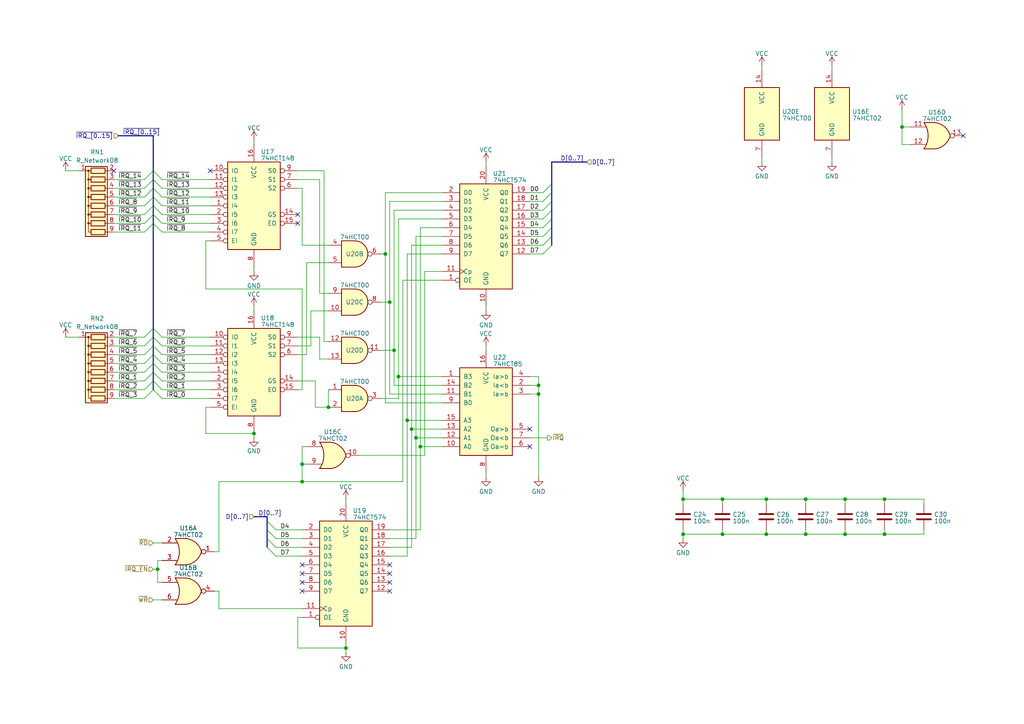
<source format=kicad_sch>
(kicad_sch
	(version 20231120)
	(generator "eeschema")
	(generator_version "8.0")
	(uuid "834e7e80-62ec-48f4-aed4-0c9b29531d07")
	(paper "A4")
	(title_block
		(title "IRQ Handler")
		(date "2024-02-03")
		(rev "1")
		(company "Eric Lind")
	)
	(lib_symbols
		(symbol "74xx:74HCT02"
			(pin_names
				(offset 1.016)
			)
			(exclude_from_sim no)
			(in_bom yes)
			(on_board yes)
			(property "Reference" "U"
				(at 0 1.27 0)
				(effects
					(font
						(size 1.27 1.27)
					)
				)
			)
			(property "Value" "74HCT02"
				(at 0 -1.27 0)
				(effects
					(font
						(size 1.27 1.27)
					)
				)
			)
			(property "Footprint" ""
				(at 0 0 0)
				(effects
					(font
						(size 1.27 1.27)
					)
					(hide yes)
				)
			)
			(property "Datasheet" "http://www.ti.com/lit/gpn/sn74hct02"
				(at 0 0 0)
				(effects
					(font
						(size 1.27 1.27)
					)
					(hide yes)
				)
			)
			(property "Description" "quad 2-input NOR gate"
				(at 0 0 0)
				(effects
					(font
						(size 1.27 1.27)
					)
					(hide yes)
				)
			)
			(property "ki_locked" ""
				(at 0 0 0)
				(effects
					(font
						(size 1.27 1.27)
					)
				)
			)
			(property "ki_keywords" "HCTMOS Nor2"
				(at 0 0 0)
				(effects
					(font
						(size 1.27 1.27)
					)
					(hide yes)
				)
			)
			(property "ki_fp_filters" "SO14* DIP*W7.62mm*"
				(at 0 0 0)
				(effects
					(font
						(size 1.27 1.27)
					)
					(hide yes)
				)
			)
			(symbol "74HCT02_1_1"
				(arc
					(start -3.81 -3.81)
					(mid -2.589 0)
					(end -3.81 3.81)
					(stroke
						(width 0.254)
						(type default)
					)
					(fill
						(type none)
					)
				)
				(arc
					(start -0.6096 -3.81)
					(mid 2.1842 -2.5851)
					(end 3.81 0)
					(stroke
						(width 0.254)
						(type default)
					)
					(fill
						(type background)
					)
				)
				(polyline
					(pts
						(xy -3.81 -3.81) (xy -0.635 -3.81)
					)
					(stroke
						(width 0.254)
						(type default)
					)
					(fill
						(type background)
					)
				)
				(polyline
					(pts
						(xy -3.81 3.81) (xy -0.635 3.81)
					)
					(stroke
						(width 0.254)
						(type default)
					)
					(fill
						(type background)
					)
				)
				(polyline
					(pts
						(xy -0.635 3.81) (xy -3.81 3.81) (xy -3.81 3.81) (xy -3.556 3.4036) (xy -3.0226 2.2606) (xy -2.6924 1.0414)
						(xy -2.6162 -0.254) (xy -2.7686 -1.4986) (xy -3.175 -2.7178) (xy -3.81 -3.81) (xy -3.81 -3.81)
						(xy -0.635 -3.81)
					)
					(stroke
						(width -25.4)
						(type default)
					)
					(fill
						(type background)
					)
				)
				(arc
					(start 3.81 0)
					(mid 2.1915 2.5936)
					(end -0.6096 3.81)
					(stroke
						(width 0.254)
						(type default)
					)
					(fill
						(type background)
					)
				)
				(pin output inverted
					(at 7.62 0 180)
					(length 3.81)
					(name "~"
						(effects
							(font
								(size 1.27 1.27)
							)
						)
					)
					(number "1"
						(effects
							(font
								(size 1.27 1.27)
							)
						)
					)
				)
				(pin input line
					(at -7.62 2.54 0)
					(length 4.318)
					(name "~"
						(effects
							(font
								(size 1.27 1.27)
							)
						)
					)
					(number "2"
						(effects
							(font
								(size 1.27 1.27)
							)
						)
					)
				)
				(pin input line
					(at -7.62 -2.54 0)
					(length 4.318)
					(name "~"
						(effects
							(font
								(size 1.27 1.27)
							)
						)
					)
					(number "3"
						(effects
							(font
								(size 1.27 1.27)
							)
						)
					)
				)
			)
			(symbol "74HCT02_1_2"
				(arc
					(start 0 -3.81)
					(mid 3.7934 0)
					(end 0 3.81)
					(stroke
						(width 0.254)
						(type default)
					)
					(fill
						(type background)
					)
				)
				(polyline
					(pts
						(xy 0 3.81) (xy -3.81 3.81) (xy -3.81 -3.81) (xy 0 -3.81)
					)
					(stroke
						(width 0.254)
						(type default)
					)
					(fill
						(type background)
					)
				)
				(pin output line
					(at 7.62 0 180)
					(length 3.81)
					(name "~"
						(effects
							(font
								(size 1.27 1.27)
							)
						)
					)
					(number "1"
						(effects
							(font
								(size 1.27 1.27)
							)
						)
					)
				)
				(pin input inverted
					(at -7.62 2.54 0)
					(length 3.81)
					(name "~"
						(effects
							(font
								(size 1.27 1.27)
							)
						)
					)
					(number "2"
						(effects
							(font
								(size 1.27 1.27)
							)
						)
					)
				)
				(pin input inverted
					(at -7.62 -2.54 0)
					(length 3.81)
					(name "~"
						(effects
							(font
								(size 1.27 1.27)
							)
						)
					)
					(number "3"
						(effects
							(font
								(size 1.27 1.27)
							)
						)
					)
				)
			)
			(symbol "74HCT02_2_1"
				(arc
					(start -3.81 -3.81)
					(mid -2.589 0)
					(end -3.81 3.81)
					(stroke
						(width 0.254)
						(type default)
					)
					(fill
						(type none)
					)
				)
				(arc
					(start -0.6096 -3.81)
					(mid 2.1842 -2.5851)
					(end 3.81 0)
					(stroke
						(width 0.254)
						(type default)
					)
					(fill
						(type background)
					)
				)
				(polyline
					(pts
						(xy -3.81 -3.81) (xy -0.635 -3.81)
					)
					(stroke
						(width 0.254)
						(type default)
					)
					(fill
						(type background)
					)
				)
				(polyline
					(pts
						(xy -3.81 3.81) (xy -0.635 3.81)
					)
					(stroke
						(width 0.254)
						(type default)
					)
					(fill
						(type background)
					)
				)
				(polyline
					(pts
						(xy -0.635 3.81) (xy -3.81 3.81) (xy -3.81 3.81) (xy -3.556 3.4036) (xy -3.0226 2.2606) (xy -2.6924 1.0414)
						(xy -2.6162 -0.254) (xy -2.7686 -1.4986) (xy -3.175 -2.7178) (xy -3.81 -3.81) (xy -3.81 -3.81)
						(xy -0.635 -3.81)
					)
					(stroke
						(width -25.4)
						(type default)
					)
					(fill
						(type background)
					)
				)
				(arc
					(start 3.81 0)
					(mid 2.1915 2.5936)
					(end -0.6096 3.81)
					(stroke
						(width 0.254)
						(type default)
					)
					(fill
						(type background)
					)
				)
				(pin output inverted
					(at 7.62 0 180)
					(length 3.81)
					(name "~"
						(effects
							(font
								(size 1.27 1.27)
							)
						)
					)
					(number "4"
						(effects
							(font
								(size 1.27 1.27)
							)
						)
					)
				)
				(pin input line
					(at -7.62 2.54 0)
					(length 4.318)
					(name "~"
						(effects
							(font
								(size 1.27 1.27)
							)
						)
					)
					(number "5"
						(effects
							(font
								(size 1.27 1.27)
							)
						)
					)
				)
				(pin input line
					(at -7.62 -2.54 0)
					(length 4.318)
					(name "~"
						(effects
							(font
								(size 1.27 1.27)
							)
						)
					)
					(number "6"
						(effects
							(font
								(size 1.27 1.27)
							)
						)
					)
				)
			)
			(symbol "74HCT02_2_2"
				(arc
					(start 0 -3.81)
					(mid 3.7934 0)
					(end 0 3.81)
					(stroke
						(width 0.254)
						(type default)
					)
					(fill
						(type background)
					)
				)
				(polyline
					(pts
						(xy 0 3.81) (xy -3.81 3.81) (xy -3.81 -3.81) (xy 0 -3.81)
					)
					(stroke
						(width 0.254)
						(type default)
					)
					(fill
						(type background)
					)
				)
				(pin output line
					(at 7.62 0 180)
					(length 3.81)
					(name "~"
						(effects
							(font
								(size 1.27 1.27)
							)
						)
					)
					(number "4"
						(effects
							(font
								(size 1.27 1.27)
							)
						)
					)
				)
				(pin input inverted
					(at -7.62 2.54 0)
					(length 3.81)
					(name "~"
						(effects
							(font
								(size 1.27 1.27)
							)
						)
					)
					(number "5"
						(effects
							(font
								(size 1.27 1.27)
							)
						)
					)
				)
				(pin input inverted
					(at -7.62 -2.54 0)
					(length 3.81)
					(name "~"
						(effects
							(font
								(size 1.27 1.27)
							)
						)
					)
					(number "6"
						(effects
							(font
								(size 1.27 1.27)
							)
						)
					)
				)
			)
			(symbol "74HCT02_3_1"
				(arc
					(start -3.81 -3.81)
					(mid -2.589 0)
					(end -3.81 3.81)
					(stroke
						(width 0.254)
						(type default)
					)
					(fill
						(type none)
					)
				)
				(arc
					(start -0.6096 -3.81)
					(mid 2.1842 -2.5851)
					(end 3.81 0)
					(stroke
						(width 0.254)
						(type default)
					)
					(fill
						(type background)
					)
				)
				(polyline
					(pts
						(xy -3.81 -3.81) (xy -0.635 -3.81)
					)
					(stroke
						(width 0.254)
						(type default)
					)
					(fill
						(type background)
					)
				)
				(polyline
					(pts
						(xy -3.81 3.81) (xy -0.635 3.81)
					)
					(stroke
						(width 0.254)
						(type default)
					)
					(fill
						(type background)
					)
				)
				(polyline
					(pts
						(xy -0.635 3.81) (xy -3.81 3.81) (xy -3.81 3.81) (xy -3.556 3.4036) (xy -3.0226 2.2606) (xy -2.6924 1.0414)
						(xy -2.6162 -0.254) (xy -2.7686 -1.4986) (xy -3.175 -2.7178) (xy -3.81 -3.81) (xy -3.81 -3.81)
						(xy -0.635 -3.81)
					)
					(stroke
						(width -25.4)
						(type default)
					)
					(fill
						(type background)
					)
				)
				(arc
					(start 3.81 0)
					(mid 2.1915 2.5936)
					(end -0.6096 3.81)
					(stroke
						(width 0.254)
						(type default)
					)
					(fill
						(type background)
					)
				)
				(pin output inverted
					(at 7.62 0 180)
					(length 3.81)
					(name "~"
						(effects
							(font
								(size 1.27 1.27)
							)
						)
					)
					(number "10"
						(effects
							(font
								(size 1.27 1.27)
							)
						)
					)
				)
				(pin input line
					(at -7.62 2.54 0)
					(length 4.318)
					(name "~"
						(effects
							(font
								(size 1.27 1.27)
							)
						)
					)
					(number "8"
						(effects
							(font
								(size 1.27 1.27)
							)
						)
					)
				)
				(pin input line
					(at -7.62 -2.54 0)
					(length 4.318)
					(name "~"
						(effects
							(font
								(size 1.27 1.27)
							)
						)
					)
					(number "9"
						(effects
							(font
								(size 1.27 1.27)
							)
						)
					)
				)
			)
			(symbol "74HCT02_3_2"
				(arc
					(start 0 -3.81)
					(mid 3.7934 0)
					(end 0 3.81)
					(stroke
						(width 0.254)
						(type default)
					)
					(fill
						(type background)
					)
				)
				(polyline
					(pts
						(xy 0 3.81) (xy -3.81 3.81) (xy -3.81 -3.81) (xy 0 -3.81)
					)
					(stroke
						(width 0.254)
						(type default)
					)
					(fill
						(type background)
					)
				)
				(pin output line
					(at 7.62 0 180)
					(length 3.81)
					(name "~"
						(effects
							(font
								(size 1.27 1.27)
							)
						)
					)
					(number "10"
						(effects
							(font
								(size 1.27 1.27)
							)
						)
					)
				)
				(pin input inverted
					(at -7.62 2.54 0)
					(length 3.81)
					(name "~"
						(effects
							(font
								(size 1.27 1.27)
							)
						)
					)
					(number "8"
						(effects
							(font
								(size 1.27 1.27)
							)
						)
					)
				)
				(pin input inverted
					(at -7.62 -2.54 0)
					(length 3.81)
					(name "~"
						(effects
							(font
								(size 1.27 1.27)
							)
						)
					)
					(number "9"
						(effects
							(font
								(size 1.27 1.27)
							)
						)
					)
				)
			)
			(symbol "74HCT02_4_1"
				(arc
					(start -3.81 -3.81)
					(mid -2.589 0)
					(end -3.81 3.81)
					(stroke
						(width 0.254)
						(type default)
					)
					(fill
						(type none)
					)
				)
				(arc
					(start -0.6096 -3.81)
					(mid 2.1842 -2.5851)
					(end 3.81 0)
					(stroke
						(width 0.254)
						(type default)
					)
					(fill
						(type background)
					)
				)
				(polyline
					(pts
						(xy -3.81 -3.81) (xy -0.635 -3.81)
					)
					(stroke
						(width 0.254)
						(type default)
					)
					(fill
						(type background)
					)
				)
				(polyline
					(pts
						(xy -3.81 3.81) (xy -0.635 3.81)
					)
					(stroke
						(width 0.254)
						(type default)
					)
					(fill
						(type background)
					)
				)
				(polyline
					(pts
						(xy -0.635 3.81) (xy -3.81 3.81) (xy -3.81 3.81) (xy -3.556 3.4036) (xy -3.0226 2.2606) (xy -2.6924 1.0414)
						(xy -2.6162 -0.254) (xy -2.7686 -1.4986) (xy -3.175 -2.7178) (xy -3.81 -3.81) (xy -3.81 -3.81)
						(xy -0.635 -3.81)
					)
					(stroke
						(width -25.4)
						(type default)
					)
					(fill
						(type background)
					)
				)
				(arc
					(start 3.81 0)
					(mid 2.1915 2.5936)
					(end -0.6096 3.81)
					(stroke
						(width 0.254)
						(type default)
					)
					(fill
						(type background)
					)
				)
				(pin input line
					(at -7.62 2.54 0)
					(length 4.318)
					(name "~"
						(effects
							(font
								(size 1.27 1.27)
							)
						)
					)
					(number "11"
						(effects
							(font
								(size 1.27 1.27)
							)
						)
					)
				)
				(pin input line
					(at -7.62 -2.54 0)
					(length 4.318)
					(name "~"
						(effects
							(font
								(size 1.27 1.27)
							)
						)
					)
					(number "12"
						(effects
							(font
								(size 1.27 1.27)
							)
						)
					)
				)
				(pin output inverted
					(at 7.62 0 180)
					(length 3.81)
					(name "~"
						(effects
							(font
								(size 1.27 1.27)
							)
						)
					)
					(number "13"
						(effects
							(font
								(size 1.27 1.27)
							)
						)
					)
				)
			)
			(symbol "74HCT02_4_2"
				(arc
					(start 0 -3.81)
					(mid 3.7934 0)
					(end 0 3.81)
					(stroke
						(width 0.254)
						(type default)
					)
					(fill
						(type background)
					)
				)
				(polyline
					(pts
						(xy 0 3.81) (xy -3.81 3.81) (xy -3.81 -3.81) (xy 0 -3.81)
					)
					(stroke
						(width 0.254)
						(type default)
					)
					(fill
						(type background)
					)
				)
				(pin input inverted
					(at -7.62 2.54 0)
					(length 3.81)
					(name "~"
						(effects
							(font
								(size 1.27 1.27)
							)
						)
					)
					(number "11"
						(effects
							(font
								(size 1.27 1.27)
							)
						)
					)
				)
				(pin input inverted
					(at -7.62 -2.54 0)
					(length 3.81)
					(name "~"
						(effects
							(font
								(size 1.27 1.27)
							)
						)
					)
					(number "12"
						(effects
							(font
								(size 1.27 1.27)
							)
						)
					)
				)
				(pin output line
					(at 7.62 0 180)
					(length 3.81)
					(name "~"
						(effects
							(font
								(size 1.27 1.27)
							)
						)
					)
					(number "13"
						(effects
							(font
								(size 1.27 1.27)
							)
						)
					)
				)
			)
			(symbol "74HCT02_5_0"
				(pin power_in line
					(at 0 12.7 270)
					(length 5.08)
					(name "VCC"
						(effects
							(font
								(size 1.27 1.27)
							)
						)
					)
					(number "14"
						(effects
							(font
								(size 1.27 1.27)
							)
						)
					)
				)
				(pin power_in line
					(at 0 -12.7 90)
					(length 5.08)
					(name "GND"
						(effects
							(font
								(size 1.27 1.27)
							)
						)
					)
					(number "7"
						(effects
							(font
								(size 1.27 1.27)
							)
						)
					)
				)
			)
			(symbol "74HCT02_5_1"
				(rectangle
					(start -5.08 7.62)
					(end 5.08 -7.62)
					(stroke
						(width 0.254)
						(type default)
					)
					(fill
						(type background)
					)
				)
			)
		)
		(symbol "74xx:74LS00"
			(pin_names
				(offset 1.016)
			)
			(exclude_from_sim no)
			(in_bom yes)
			(on_board yes)
			(property "Reference" "U"
				(at 0 1.27 0)
				(effects
					(font
						(size 1.27 1.27)
					)
				)
			)
			(property "Value" "74LS00"
				(at 0 -1.27 0)
				(effects
					(font
						(size 1.27 1.27)
					)
				)
			)
			(property "Footprint" ""
				(at 0 0 0)
				(effects
					(font
						(size 1.27 1.27)
					)
					(hide yes)
				)
			)
			(property "Datasheet" "http://www.ti.com/lit/gpn/sn74ls00"
				(at 0 0 0)
				(effects
					(font
						(size 1.27 1.27)
					)
					(hide yes)
				)
			)
			(property "Description" "quad 2-input NAND gate"
				(at 0 0 0)
				(effects
					(font
						(size 1.27 1.27)
					)
					(hide yes)
				)
			)
			(property "ki_locked" ""
				(at 0 0 0)
				(effects
					(font
						(size 1.27 1.27)
					)
				)
			)
			(property "ki_keywords" "TTL nand 2-input"
				(at 0 0 0)
				(effects
					(font
						(size 1.27 1.27)
					)
					(hide yes)
				)
			)
			(property "ki_fp_filters" "DIP*W7.62mm* SO14*"
				(at 0 0 0)
				(effects
					(font
						(size 1.27 1.27)
					)
					(hide yes)
				)
			)
			(symbol "74LS00_1_1"
				(arc
					(start 0 -3.81)
					(mid 3.7934 0)
					(end 0 3.81)
					(stroke
						(width 0.254)
						(type default)
					)
					(fill
						(type background)
					)
				)
				(polyline
					(pts
						(xy 0 3.81) (xy -3.81 3.81) (xy -3.81 -3.81) (xy 0 -3.81)
					)
					(stroke
						(width 0.254)
						(type default)
					)
					(fill
						(type background)
					)
				)
				(pin input line
					(at -7.62 2.54 0)
					(length 3.81)
					(name "~"
						(effects
							(font
								(size 1.27 1.27)
							)
						)
					)
					(number "1"
						(effects
							(font
								(size 1.27 1.27)
							)
						)
					)
				)
				(pin input line
					(at -7.62 -2.54 0)
					(length 3.81)
					(name "~"
						(effects
							(font
								(size 1.27 1.27)
							)
						)
					)
					(number "2"
						(effects
							(font
								(size 1.27 1.27)
							)
						)
					)
				)
				(pin output inverted
					(at 7.62 0 180)
					(length 3.81)
					(name "~"
						(effects
							(font
								(size 1.27 1.27)
							)
						)
					)
					(number "3"
						(effects
							(font
								(size 1.27 1.27)
							)
						)
					)
				)
			)
			(symbol "74LS00_1_2"
				(arc
					(start -3.81 -3.81)
					(mid -2.589 0)
					(end -3.81 3.81)
					(stroke
						(width 0.254)
						(type default)
					)
					(fill
						(type none)
					)
				)
				(arc
					(start -0.6096 -3.81)
					(mid 2.1842 -2.5851)
					(end 3.81 0)
					(stroke
						(width 0.254)
						(type default)
					)
					(fill
						(type background)
					)
				)
				(polyline
					(pts
						(xy -3.81 -3.81) (xy -0.635 -3.81)
					)
					(stroke
						(width 0.254)
						(type default)
					)
					(fill
						(type background)
					)
				)
				(polyline
					(pts
						(xy -3.81 3.81) (xy -0.635 3.81)
					)
					(stroke
						(width 0.254)
						(type default)
					)
					(fill
						(type background)
					)
				)
				(polyline
					(pts
						(xy -0.635 3.81) (xy -3.81 3.81) (xy -3.81 3.81) (xy -3.556 3.4036) (xy -3.0226 2.2606) (xy -2.6924 1.0414)
						(xy -2.6162 -0.254) (xy -2.7686 -1.4986) (xy -3.175 -2.7178) (xy -3.81 -3.81) (xy -3.81 -3.81)
						(xy -0.635 -3.81)
					)
					(stroke
						(width -25.4)
						(type default)
					)
					(fill
						(type background)
					)
				)
				(arc
					(start 3.81 0)
					(mid 2.1915 2.5936)
					(end -0.6096 3.81)
					(stroke
						(width 0.254)
						(type default)
					)
					(fill
						(type background)
					)
				)
				(pin input inverted
					(at -7.62 2.54 0)
					(length 4.318)
					(name "~"
						(effects
							(font
								(size 1.27 1.27)
							)
						)
					)
					(number "1"
						(effects
							(font
								(size 1.27 1.27)
							)
						)
					)
				)
				(pin input inverted
					(at -7.62 -2.54 0)
					(length 4.318)
					(name "~"
						(effects
							(font
								(size 1.27 1.27)
							)
						)
					)
					(number "2"
						(effects
							(font
								(size 1.27 1.27)
							)
						)
					)
				)
				(pin output line
					(at 7.62 0 180)
					(length 3.81)
					(name "~"
						(effects
							(font
								(size 1.27 1.27)
							)
						)
					)
					(number "3"
						(effects
							(font
								(size 1.27 1.27)
							)
						)
					)
				)
			)
			(symbol "74LS00_2_1"
				(arc
					(start 0 -3.81)
					(mid 3.7934 0)
					(end 0 3.81)
					(stroke
						(width 0.254)
						(type default)
					)
					(fill
						(type background)
					)
				)
				(polyline
					(pts
						(xy 0 3.81) (xy -3.81 3.81) (xy -3.81 -3.81) (xy 0 -3.81)
					)
					(stroke
						(width 0.254)
						(type default)
					)
					(fill
						(type background)
					)
				)
				(pin input line
					(at -7.62 2.54 0)
					(length 3.81)
					(name "~"
						(effects
							(font
								(size 1.27 1.27)
							)
						)
					)
					(number "4"
						(effects
							(font
								(size 1.27 1.27)
							)
						)
					)
				)
				(pin input line
					(at -7.62 -2.54 0)
					(length 3.81)
					(name "~"
						(effects
							(font
								(size 1.27 1.27)
							)
						)
					)
					(number "5"
						(effects
							(font
								(size 1.27 1.27)
							)
						)
					)
				)
				(pin output inverted
					(at 7.62 0 180)
					(length 3.81)
					(name "~"
						(effects
							(font
								(size 1.27 1.27)
							)
						)
					)
					(number "6"
						(effects
							(font
								(size 1.27 1.27)
							)
						)
					)
				)
			)
			(symbol "74LS00_2_2"
				(arc
					(start -3.81 -3.81)
					(mid -2.589 0)
					(end -3.81 3.81)
					(stroke
						(width 0.254)
						(type default)
					)
					(fill
						(type none)
					)
				)
				(arc
					(start -0.6096 -3.81)
					(mid 2.1842 -2.5851)
					(end 3.81 0)
					(stroke
						(width 0.254)
						(type default)
					)
					(fill
						(type background)
					)
				)
				(polyline
					(pts
						(xy -3.81 -3.81) (xy -0.635 -3.81)
					)
					(stroke
						(width 0.254)
						(type default)
					)
					(fill
						(type background)
					)
				)
				(polyline
					(pts
						(xy -3.81 3.81) (xy -0.635 3.81)
					)
					(stroke
						(width 0.254)
						(type default)
					)
					(fill
						(type background)
					)
				)
				(polyline
					(pts
						(xy -0.635 3.81) (xy -3.81 3.81) (xy -3.81 3.81) (xy -3.556 3.4036) (xy -3.0226 2.2606) (xy -2.6924 1.0414)
						(xy -2.6162 -0.254) (xy -2.7686 -1.4986) (xy -3.175 -2.7178) (xy -3.81 -3.81) (xy -3.81 -3.81)
						(xy -0.635 -3.81)
					)
					(stroke
						(width -25.4)
						(type default)
					)
					(fill
						(type background)
					)
				)
				(arc
					(start 3.81 0)
					(mid 2.1915 2.5936)
					(end -0.6096 3.81)
					(stroke
						(width 0.254)
						(type default)
					)
					(fill
						(type background)
					)
				)
				(pin input inverted
					(at -7.62 2.54 0)
					(length 4.318)
					(name "~"
						(effects
							(font
								(size 1.27 1.27)
							)
						)
					)
					(number "4"
						(effects
							(font
								(size 1.27 1.27)
							)
						)
					)
				)
				(pin input inverted
					(at -7.62 -2.54 0)
					(length 4.318)
					(name "~"
						(effects
							(font
								(size 1.27 1.27)
							)
						)
					)
					(number "5"
						(effects
							(font
								(size 1.27 1.27)
							)
						)
					)
				)
				(pin output line
					(at 7.62 0 180)
					(length 3.81)
					(name "~"
						(effects
							(font
								(size 1.27 1.27)
							)
						)
					)
					(number "6"
						(effects
							(font
								(size 1.27 1.27)
							)
						)
					)
				)
			)
			(symbol "74LS00_3_1"
				(arc
					(start 0 -3.81)
					(mid 3.7934 0)
					(end 0 3.81)
					(stroke
						(width 0.254)
						(type default)
					)
					(fill
						(type background)
					)
				)
				(polyline
					(pts
						(xy 0 3.81) (xy -3.81 3.81) (xy -3.81 -3.81) (xy 0 -3.81)
					)
					(stroke
						(width 0.254)
						(type default)
					)
					(fill
						(type background)
					)
				)
				(pin input line
					(at -7.62 -2.54 0)
					(length 3.81)
					(name "~"
						(effects
							(font
								(size 1.27 1.27)
							)
						)
					)
					(number "10"
						(effects
							(font
								(size 1.27 1.27)
							)
						)
					)
				)
				(pin output inverted
					(at 7.62 0 180)
					(length 3.81)
					(name "~"
						(effects
							(font
								(size 1.27 1.27)
							)
						)
					)
					(number "8"
						(effects
							(font
								(size 1.27 1.27)
							)
						)
					)
				)
				(pin input line
					(at -7.62 2.54 0)
					(length 3.81)
					(name "~"
						(effects
							(font
								(size 1.27 1.27)
							)
						)
					)
					(number "9"
						(effects
							(font
								(size 1.27 1.27)
							)
						)
					)
				)
			)
			(symbol "74LS00_3_2"
				(arc
					(start -3.81 -3.81)
					(mid -2.589 0)
					(end -3.81 3.81)
					(stroke
						(width 0.254)
						(type default)
					)
					(fill
						(type none)
					)
				)
				(arc
					(start -0.6096 -3.81)
					(mid 2.1842 -2.5851)
					(end 3.81 0)
					(stroke
						(width 0.254)
						(type default)
					)
					(fill
						(type background)
					)
				)
				(polyline
					(pts
						(xy -3.81 -3.81) (xy -0.635 -3.81)
					)
					(stroke
						(width 0.254)
						(type default)
					)
					(fill
						(type background)
					)
				)
				(polyline
					(pts
						(xy -3.81 3.81) (xy -0.635 3.81)
					)
					(stroke
						(width 0.254)
						(type default)
					)
					(fill
						(type background)
					)
				)
				(polyline
					(pts
						(xy -0.635 3.81) (xy -3.81 3.81) (xy -3.81 3.81) (xy -3.556 3.4036) (xy -3.0226 2.2606) (xy -2.6924 1.0414)
						(xy -2.6162 -0.254) (xy -2.7686 -1.4986) (xy -3.175 -2.7178) (xy -3.81 -3.81) (xy -3.81 -3.81)
						(xy -0.635 -3.81)
					)
					(stroke
						(width -25.4)
						(type default)
					)
					(fill
						(type background)
					)
				)
				(arc
					(start 3.81 0)
					(mid 2.1915 2.5936)
					(end -0.6096 3.81)
					(stroke
						(width 0.254)
						(type default)
					)
					(fill
						(type background)
					)
				)
				(pin input inverted
					(at -7.62 -2.54 0)
					(length 4.318)
					(name "~"
						(effects
							(font
								(size 1.27 1.27)
							)
						)
					)
					(number "10"
						(effects
							(font
								(size 1.27 1.27)
							)
						)
					)
				)
				(pin output line
					(at 7.62 0 180)
					(length 3.81)
					(name "~"
						(effects
							(font
								(size 1.27 1.27)
							)
						)
					)
					(number "8"
						(effects
							(font
								(size 1.27 1.27)
							)
						)
					)
				)
				(pin input inverted
					(at -7.62 2.54 0)
					(length 4.318)
					(name "~"
						(effects
							(font
								(size 1.27 1.27)
							)
						)
					)
					(number "9"
						(effects
							(font
								(size 1.27 1.27)
							)
						)
					)
				)
			)
			(symbol "74LS00_4_1"
				(arc
					(start 0 -3.81)
					(mid 3.7934 0)
					(end 0 3.81)
					(stroke
						(width 0.254)
						(type default)
					)
					(fill
						(type background)
					)
				)
				(polyline
					(pts
						(xy 0 3.81) (xy -3.81 3.81) (xy -3.81 -3.81) (xy 0 -3.81)
					)
					(stroke
						(width 0.254)
						(type default)
					)
					(fill
						(type background)
					)
				)
				(pin output inverted
					(at 7.62 0 180)
					(length 3.81)
					(name "~"
						(effects
							(font
								(size 1.27 1.27)
							)
						)
					)
					(number "11"
						(effects
							(font
								(size 1.27 1.27)
							)
						)
					)
				)
				(pin input line
					(at -7.62 2.54 0)
					(length 3.81)
					(name "~"
						(effects
							(font
								(size 1.27 1.27)
							)
						)
					)
					(number "12"
						(effects
							(font
								(size 1.27 1.27)
							)
						)
					)
				)
				(pin input line
					(at -7.62 -2.54 0)
					(length 3.81)
					(name "~"
						(effects
							(font
								(size 1.27 1.27)
							)
						)
					)
					(number "13"
						(effects
							(font
								(size 1.27 1.27)
							)
						)
					)
				)
			)
			(symbol "74LS00_4_2"
				(arc
					(start -3.81 -3.81)
					(mid -2.589 0)
					(end -3.81 3.81)
					(stroke
						(width 0.254)
						(type default)
					)
					(fill
						(type none)
					)
				)
				(arc
					(start -0.6096 -3.81)
					(mid 2.1842 -2.5851)
					(end 3.81 0)
					(stroke
						(width 0.254)
						(type default)
					)
					(fill
						(type background)
					)
				)
				(polyline
					(pts
						(xy -3.81 -3.81) (xy -0.635 -3.81)
					)
					(stroke
						(width 0.254)
						(type default)
					)
					(fill
						(type background)
					)
				)
				(polyline
					(pts
						(xy -3.81 3.81) (xy -0.635 3.81)
					)
					(stroke
						(width 0.254)
						(type default)
					)
					(fill
						(type background)
					)
				)
				(polyline
					(pts
						(xy -0.635 3.81) (xy -3.81 3.81) (xy -3.81 3.81) (xy -3.556 3.4036) (xy -3.0226 2.2606) (xy -2.6924 1.0414)
						(xy -2.6162 -0.254) (xy -2.7686 -1.4986) (xy -3.175 -2.7178) (xy -3.81 -3.81) (xy -3.81 -3.81)
						(xy -0.635 -3.81)
					)
					(stroke
						(width -25.4)
						(type default)
					)
					(fill
						(type background)
					)
				)
				(arc
					(start 3.81 0)
					(mid 2.1915 2.5936)
					(end -0.6096 3.81)
					(stroke
						(width 0.254)
						(type default)
					)
					(fill
						(type background)
					)
				)
				(pin output line
					(at 7.62 0 180)
					(length 3.81)
					(name "~"
						(effects
							(font
								(size 1.27 1.27)
							)
						)
					)
					(number "11"
						(effects
							(font
								(size 1.27 1.27)
							)
						)
					)
				)
				(pin input inverted
					(at -7.62 2.54 0)
					(length 4.318)
					(name "~"
						(effects
							(font
								(size 1.27 1.27)
							)
						)
					)
					(number "12"
						(effects
							(font
								(size 1.27 1.27)
							)
						)
					)
				)
				(pin input inverted
					(at -7.62 -2.54 0)
					(length 4.318)
					(name "~"
						(effects
							(font
								(size 1.27 1.27)
							)
						)
					)
					(number "13"
						(effects
							(font
								(size 1.27 1.27)
							)
						)
					)
				)
			)
			(symbol "74LS00_5_0"
				(pin power_in line
					(at 0 12.7 270)
					(length 5.08)
					(name "VCC"
						(effects
							(font
								(size 1.27 1.27)
							)
						)
					)
					(number "14"
						(effects
							(font
								(size 1.27 1.27)
							)
						)
					)
				)
				(pin power_in line
					(at 0 -12.7 90)
					(length 5.08)
					(name "GND"
						(effects
							(font
								(size 1.27 1.27)
							)
						)
					)
					(number "7"
						(effects
							(font
								(size 1.27 1.27)
							)
						)
					)
				)
			)
			(symbol "74LS00_5_1"
				(rectangle
					(start -5.08 7.62)
					(end 5.08 -7.62)
					(stroke
						(width 0.254)
						(type default)
					)
					(fill
						(type background)
					)
				)
			)
		)
		(symbol "74xx:74LS148"
			(pin_names
				(offset 1.016)
			)
			(exclude_from_sim no)
			(in_bom yes)
			(on_board yes)
			(property "Reference" "U"
				(at -7.62 13.97 0)
				(effects
					(font
						(size 1.27 1.27)
					)
				)
			)
			(property "Value" "74LS148"
				(at -7.62 -13.97 0)
				(effects
					(font
						(size 1.27 1.27)
					)
				)
			)
			(property "Footprint" ""
				(at 0 0 0)
				(effects
					(font
						(size 1.27 1.27)
					)
					(hide yes)
				)
			)
			(property "Datasheet" "http://www.ti.com/lit/gpn/sn74LS148"
				(at 0 0 0)
				(effects
					(font
						(size 1.27 1.27)
					)
					(hide yes)
				)
			)
			(property "Description" "Priority Encoder 3 to 8 cascadable"
				(at 0 0 0)
				(effects
					(font
						(size 1.27 1.27)
					)
					(hide yes)
				)
			)
			(property "ki_locked" ""
				(at 0 0 0)
				(effects
					(font
						(size 1.27 1.27)
					)
				)
			)
			(property "ki_keywords" "TTL ENCOD"
				(at 0 0 0)
				(effects
					(font
						(size 1.27 1.27)
					)
					(hide yes)
				)
			)
			(property "ki_fp_filters" "DIP?16*"
				(at 0 0 0)
				(effects
					(font
						(size 1.27 1.27)
					)
					(hide yes)
				)
			)
			(symbol "74LS148_1_0"
				(pin input inverted
					(at -12.7 0 0)
					(length 5.08)
					(name "I4"
						(effects
							(font
								(size 1.27 1.27)
							)
						)
					)
					(number "1"
						(effects
							(font
								(size 1.27 1.27)
							)
						)
					)
				)
				(pin input inverted
					(at -12.7 10.16 0)
					(length 5.08)
					(name "IO"
						(effects
							(font
								(size 1.27 1.27)
							)
						)
					)
					(number "10"
						(effects
							(font
								(size 1.27 1.27)
							)
						)
					)
				)
				(pin input inverted
					(at -12.7 7.62 0)
					(length 5.08)
					(name "I1"
						(effects
							(font
								(size 1.27 1.27)
							)
						)
					)
					(number "11"
						(effects
							(font
								(size 1.27 1.27)
							)
						)
					)
				)
				(pin input inverted
					(at -12.7 5.08 0)
					(length 5.08)
					(name "I2"
						(effects
							(font
								(size 1.27 1.27)
							)
						)
					)
					(number "12"
						(effects
							(font
								(size 1.27 1.27)
							)
						)
					)
				)
				(pin input inverted
					(at -12.7 2.54 0)
					(length 5.08)
					(name "I3"
						(effects
							(font
								(size 1.27 1.27)
							)
						)
					)
					(number "13"
						(effects
							(font
								(size 1.27 1.27)
							)
						)
					)
				)
				(pin output inverted
					(at 12.7 -2.54 180)
					(length 5.08)
					(name "GS"
						(effects
							(font
								(size 1.27 1.27)
							)
						)
					)
					(number "14"
						(effects
							(font
								(size 1.27 1.27)
							)
						)
					)
				)
				(pin output inverted
					(at 12.7 -5.08 180)
					(length 5.08)
					(name "EO"
						(effects
							(font
								(size 1.27 1.27)
							)
						)
					)
					(number "15"
						(effects
							(font
								(size 1.27 1.27)
							)
						)
					)
				)
				(pin power_in line
					(at 0 17.78 270)
					(length 5.08)
					(name "VCC"
						(effects
							(font
								(size 1.27 1.27)
							)
						)
					)
					(number "16"
						(effects
							(font
								(size 1.27 1.27)
							)
						)
					)
				)
				(pin input inverted
					(at -12.7 -2.54 0)
					(length 5.08)
					(name "I5"
						(effects
							(font
								(size 1.27 1.27)
							)
						)
					)
					(number "2"
						(effects
							(font
								(size 1.27 1.27)
							)
						)
					)
				)
				(pin input inverted
					(at -12.7 -5.08 0)
					(length 5.08)
					(name "I6"
						(effects
							(font
								(size 1.27 1.27)
							)
						)
					)
					(number "3"
						(effects
							(font
								(size 1.27 1.27)
							)
						)
					)
				)
				(pin input inverted
					(at -12.7 -7.62 0)
					(length 5.08)
					(name "I7"
						(effects
							(font
								(size 1.27 1.27)
							)
						)
					)
					(number "4"
						(effects
							(font
								(size 1.27 1.27)
							)
						)
					)
				)
				(pin input inverted
					(at -12.7 -10.16 0)
					(length 5.08)
					(name "EI"
						(effects
							(font
								(size 1.27 1.27)
							)
						)
					)
					(number "5"
						(effects
							(font
								(size 1.27 1.27)
							)
						)
					)
				)
				(pin output inverted
					(at 12.7 5.08 180)
					(length 5.08)
					(name "S2"
						(effects
							(font
								(size 1.27 1.27)
							)
						)
					)
					(number "6"
						(effects
							(font
								(size 1.27 1.27)
							)
						)
					)
				)
				(pin output inverted
					(at 12.7 7.62 180)
					(length 5.08)
					(name "S1"
						(effects
							(font
								(size 1.27 1.27)
							)
						)
					)
					(number "7"
						(effects
							(font
								(size 1.27 1.27)
							)
						)
					)
				)
				(pin power_in line
					(at 0 -17.78 90)
					(length 5.08)
					(name "GND"
						(effects
							(font
								(size 1.27 1.27)
							)
						)
					)
					(number "8"
						(effects
							(font
								(size 1.27 1.27)
							)
						)
					)
				)
				(pin output inverted
					(at 12.7 10.16 180)
					(length 5.08)
					(name "S0"
						(effects
							(font
								(size 1.27 1.27)
							)
						)
					)
					(number "9"
						(effects
							(font
								(size 1.27 1.27)
							)
						)
					)
				)
			)
			(symbol "74LS148_1_1"
				(rectangle
					(start -7.62 12.7)
					(end 7.62 -12.7)
					(stroke
						(width 0.254)
						(type default)
					)
					(fill
						(type background)
					)
				)
			)
		)
		(symbol "74xx:74LS574"
			(pin_names
				(offset 1.016)
			)
			(exclude_from_sim no)
			(in_bom yes)
			(on_board yes)
			(property "Reference" "U"
				(at -7.62 16.51 0)
				(effects
					(font
						(size 1.27 1.27)
					)
				)
			)
			(property "Value" "74LS574"
				(at -7.62 -16.51 0)
				(effects
					(font
						(size 1.27 1.27)
					)
				)
			)
			(property "Footprint" ""
				(at 0 0 0)
				(effects
					(font
						(size 1.27 1.27)
					)
					(hide yes)
				)
			)
			(property "Datasheet" "http://www.ti.com/lit/gpn/sn74LS574"
				(at 0 0 0)
				(effects
					(font
						(size 1.27 1.27)
					)
					(hide yes)
				)
			)
			(property "Description" "8-bit Register, 3-state outputs"
				(at 0 0 0)
				(effects
					(font
						(size 1.27 1.27)
					)
					(hide yes)
				)
			)
			(property "ki_locked" ""
				(at 0 0 0)
				(effects
					(font
						(size 1.27 1.27)
					)
				)
			)
			(property "ki_keywords" "TTL REG DFF DFF8 3State"
				(at 0 0 0)
				(effects
					(font
						(size 1.27 1.27)
					)
					(hide yes)
				)
			)
			(property "ki_fp_filters" "DIP?20*"
				(at 0 0 0)
				(effects
					(font
						(size 1.27 1.27)
					)
					(hide yes)
				)
			)
			(symbol "74LS574_1_0"
				(pin input inverted
					(at -12.7 -12.7 0)
					(length 5.08)
					(name "OE"
						(effects
							(font
								(size 1.27 1.27)
							)
						)
					)
					(number "1"
						(effects
							(font
								(size 1.27 1.27)
							)
						)
					)
				)
				(pin power_in line
					(at 0 -20.32 90)
					(length 5.08)
					(name "GND"
						(effects
							(font
								(size 1.27 1.27)
							)
						)
					)
					(number "10"
						(effects
							(font
								(size 1.27 1.27)
							)
						)
					)
				)
				(pin input clock
					(at -12.7 -10.16 0)
					(length 5.08)
					(name "Cp"
						(effects
							(font
								(size 1.27 1.27)
							)
						)
					)
					(number "11"
						(effects
							(font
								(size 1.27 1.27)
							)
						)
					)
				)
				(pin tri_state line
					(at 12.7 -5.08 180)
					(length 5.08)
					(name "Q7"
						(effects
							(font
								(size 1.27 1.27)
							)
						)
					)
					(number "12"
						(effects
							(font
								(size 1.27 1.27)
							)
						)
					)
				)
				(pin tri_state line
					(at 12.7 -2.54 180)
					(length 5.08)
					(name "Q6"
						(effects
							(font
								(size 1.27 1.27)
							)
						)
					)
					(number "13"
						(effects
							(font
								(size 1.27 1.27)
							)
						)
					)
				)
				(pin tri_state line
					(at 12.7 0 180)
					(length 5.08)
					(name "Q5"
						(effects
							(font
								(size 1.27 1.27)
							)
						)
					)
					(number "14"
						(effects
							(font
								(size 1.27 1.27)
							)
						)
					)
				)
				(pin tri_state line
					(at 12.7 2.54 180)
					(length 5.08)
					(name "Q4"
						(effects
							(font
								(size 1.27 1.27)
							)
						)
					)
					(number "15"
						(effects
							(font
								(size 1.27 1.27)
							)
						)
					)
				)
				(pin tri_state line
					(at 12.7 5.08 180)
					(length 5.08)
					(name "Q3"
						(effects
							(font
								(size 1.27 1.27)
							)
						)
					)
					(number "16"
						(effects
							(font
								(size 1.27 1.27)
							)
						)
					)
				)
				(pin tri_state line
					(at 12.7 7.62 180)
					(length 5.08)
					(name "Q2"
						(effects
							(font
								(size 1.27 1.27)
							)
						)
					)
					(number "17"
						(effects
							(font
								(size 1.27 1.27)
							)
						)
					)
				)
				(pin tri_state line
					(at 12.7 10.16 180)
					(length 5.08)
					(name "Q1"
						(effects
							(font
								(size 1.27 1.27)
							)
						)
					)
					(number "18"
						(effects
							(font
								(size 1.27 1.27)
							)
						)
					)
				)
				(pin tri_state line
					(at 12.7 12.7 180)
					(length 5.08)
					(name "Q0"
						(effects
							(font
								(size 1.27 1.27)
							)
						)
					)
					(number "19"
						(effects
							(font
								(size 1.27 1.27)
							)
						)
					)
				)
				(pin input line
					(at -12.7 12.7 0)
					(length 5.08)
					(name "D0"
						(effects
							(font
								(size 1.27 1.27)
							)
						)
					)
					(number "2"
						(effects
							(font
								(size 1.27 1.27)
							)
						)
					)
				)
				(pin power_in line
					(at 0 20.32 270)
					(length 5.08)
					(name "VCC"
						(effects
							(font
								(size 1.27 1.27)
							)
						)
					)
					(number "20"
						(effects
							(font
								(size 1.27 1.27)
							)
						)
					)
				)
				(pin input line
					(at -12.7 10.16 0)
					(length 5.08)
					(name "D1"
						(effects
							(font
								(size 1.27 1.27)
							)
						)
					)
					(number "3"
						(effects
							(font
								(size 1.27 1.27)
							)
						)
					)
				)
				(pin input line
					(at -12.7 7.62 0)
					(length 5.08)
					(name "D2"
						(effects
							(font
								(size 1.27 1.27)
							)
						)
					)
					(number "4"
						(effects
							(font
								(size 1.27 1.27)
							)
						)
					)
				)
				(pin input line
					(at -12.7 5.08 0)
					(length 5.08)
					(name "D3"
						(effects
							(font
								(size 1.27 1.27)
							)
						)
					)
					(number "5"
						(effects
							(font
								(size 1.27 1.27)
							)
						)
					)
				)
				(pin input line
					(at -12.7 2.54 0)
					(length 5.08)
					(name "D4"
						(effects
							(font
								(size 1.27 1.27)
							)
						)
					)
					(number "6"
						(effects
							(font
								(size 1.27 1.27)
							)
						)
					)
				)
				(pin input line
					(at -12.7 0 0)
					(length 5.08)
					(name "D5"
						(effects
							(font
								(size 1.27 1.27)
							)
						)
					)
					(number "7"
						(effects
							(font
								(size 1.27 1.27)
							)
						)
					)
				)
				(pin input line
					(at -12.7 -2.54 0)
					(length 5.08)
					(name "D6"
						(effects
							(font
								(size 1.27 1.27)
							)
						)
					)
					(number "8"
						(effects
							(font
								(size 1.27 1.27)
							)
						)
					)
				)
				(pin input line
					(at -12.7 -5.08 0)
					(length 5.08)
					(name "D7"
						(effects
							(font
								(size 1.27 1.27)
							)
						)
					)
					(number "9"
						(effects
							(font
								(size 1.27 1.27)
							)
						)
					)
				)
			)
			(symbol "74LS574_1_1"
				(rectangle
					(start -7.62 15.24)
					(end 7.62 -15.24)
					(stroke
						(width 0.254)
						(type default)
					)
					(fill
						(type background)
					)
				)
			)
		)
		(symbol "74xx:74LS85"
			(pin_names
				(offset 1.016)
			)
			(exclude_from_sim no)
			(in_bom yes)
			(on_board yes)
			(property "Reference" "U"
				(at -7.62 13.97 0)
				(effects
					(font
						(size 1.27 1.27)
					)
				)
			)
			(property "Value" "74LS85"
				(at -7.62 -13.97 0)
				(effects
					(font
						(size 1.27 1.27)
					)
				)
			)
			(property "Footprint" ""
				(at 0 0 0)
				(effects
					(font
						(size 1.27 1.27)
					)
					(hide yes)
				)
			)
			(property "Datasheet" "http://www.ti.com/lit/gpn/sn74LS85"
				(at 0 0 0)
				(effects
					(font
						(size 1.27 1.27)
					)
					(hide yes)
				)
			)
			(property "Description" "4-bit Comparator"
				(at 0 0 0)
				(effects
					(font
						(size 1.27 1.27)
					)
					(hide yes)
				)
			)
			(property "ki_locked" ""
				(at 0 0 0)
				(effects
					(font
						(size 1.27 1.27)
					)
				)
			)
			(property "ki_keywords" "TTL COMP ARITH"
				(at 0 0 0)
				(effects
					(font
						(size 1.27 1.27)
					)
					(hide yes)
				)
			)
			(property "ki_fp_filters" "DIP?16*"
				(at 0 0 0)
				(effects
					(font
						(size 1.27 1.27)
					)
					(hide yes)
				)
			)
			(symbol "74LS85_1_0"
				(pin input line
					(at -12.7 10.16 0)
					(length 5.08)
					(name "B3"
						(effects
							(font
								(size 1.27 1.27)
							)
						)
					)
					(number "1"
						(effects
							(font
								(size 1.27 1.27)
							)
						)
					)
				)
				(pin input line
					(at -12.7 -10.16 0)
					(length 5.08)
					(name "A0"
						(effects
							(font
								(size 1.27 1.27)
							)
						)
					)
					(number "10"
						(effects
							(font
								(size 1.27 1.27)
							)
						)
					)
				)
				(pin input line
					(at -12.7 5.08 0)
					(length 5.08)
					(name "B1"
						(effects
							(font
								(size 1.27 1.27)
							)
						)
					)
					(number "11"
						(effects
							(font
								(size 1.27 1.27)
							)
						)
					)
				)
				(pin input line
					(at -12.7 -7.62 0)
					(length 5.08)
					(name "A1"
						(effects
							(font
								(size 1.27 1.27)
							)
						)
					)
					(number "12"
						(effects
							(font
								(size 1.27 1.27)
							)
						)
					)
				)
				(pin input line
					(at -12.7 -5.08 0)
					(length 5.08)
					(name "A2"
						(effects
							(font
								(size 1.27 1.27)
							)
						)
					)
					(number "13"
						(effects
							(font
								(size 1.27 1.27)
							)
						)
					)
				)
				(pin input line
					(at -12.7 7.62 0)
					(length 5.08)
					(name "B2"
						(effects
							(font
								(size 1.27 1.27)
							)
						)
					)
					(number "14"
						(effects
							(font
								(size 1.27 1.27)
							)
						)
					)
				)
				(pin input line
					(at -12.7 -2.54 0)
					(length 5.08)
					(name "A3"
						(effects
							(font
								(size 1.27 1.27)
							)
						)
					)
					(number "15"
						(effects
							(font
								(size 1.27 1.27)
							)
						)
					)
				)
				(pin power_in line
					(at 0 17.78 270)
					(length 5.08)
					(name "VCC"
						(effects
							(font
								(size 1.27 1.27)
							)
						)
					)
					(number "16"
						(effects
							(font
								(size 1.27 1.27)
							)
						)
					)
				)
				(pin input line
					(at 12.7 7.62 180)
					(length 5.08)
					(name "Ia<b"
						(effects
							(font
								(size 1.27 1.27)
							)
						)
					)
					(number "2"
						(effects
							(font
								(size 1.27 1.27)
							)
						)
					)
				)
				(pin input line
					(at 12.7 5.08 180)
					(length 5.08)
					(name "Ia=b"
						(effects
							(font
								(size 1.27 1.27)
							)
						)
					)
					(number "3"
						(effects
							(font
								(size 1.27 1.27)
							)
						)
					)
				)
				(pin input line
					(at 12.7 10.16 180)
					(length 5.08)
					(name "Ia>b"
						(effects
							(font
								(size 1.27 1.27)
							)
						)
					)
					(number "4"
						(effects
							(font
								(size 1.27 1.27)
							)
						)
					)
				)
				(pin output line
					(at 12.7 -5.08 180)
					(length 5.08)
					(name "Oa>b"
						(effects
							(font
								(size 1.27 1.27)
							)
						)
					)
					(number "5"
						(effects
							(font
								(size 1.27 1.27)
							)
						)
					)
				)
				(pin output line
					(at 12.7 -10.16 180)
					(length 5.08)
					(name "Oa=b"
						(effects
							(font
								(size 1.27 1.27)
							)
						)
					)
					(number "6"
						(effects
							(font
								(size 1.27 1.27)
							)
						)
					)
				)
				(pin output line
					(at 12.7 -7.62 180)
					(length 5.08)
					(name "Oa<b"
						(effects
							(font
								(size 1.27 1.27)
							)
						)
					)
					(number "7"
						(effects
							(font
								(size 1.27 1.27)
							)
						)
					)
				)
				(pin power_in line
					(at 0 -17.78 90)
					(length 5.08)
					(name "GND"
						(effects
							(font
								(size 1.27 1.27)
							)
						)
					)
					(number "8"
						(effects
							(font
								(size 1.27 1.27)
							)
						)
					)
				)
				(pin input line
					(at -12.7 2.54 0)
					(length 5.08)
					(name "B0"
						(effects
							(font
								(size 1.27 1.27)
							)
						)
					)
					(number "9"
						(effects
							(font
								(size 1.27 1.27)
							)
						)
					)
				)
			)
			(symbol "74LS85_1_1"
				(rectangle
					(start -7.62 12.7)
					(end 7.62 -12.7)
					(stroke
						(width 0.254)
						(type default)
					)
					(fill
						(type background)
					)
				)
			)
		)
		(symbol "Device:C"
			(pin_numbers hide)
			(pin_names
				(offset 0.254)
			)
			(exclude_from_sim no)
			(in_bom yes)
			(on_board yes)
			(property "Reference" "C"
				(at 0.635 2.54 0)
				(effects
					(font
						(size 1.27 1.27)
					)
					(justify left)
				)
			)
			(property "Value" "C"
				(at 0.635 -2.54 0)
				(effects
					(font
						(size 1.27 1.27)
					)
					(justify left)
				)
			)
			(property "Footprint" ""
				(at 0.9652 -3.81 0)
				(effects
					(font
						(size 1.27 1.27)
					)
					(hide yes)
				)
			)
			(property "Datasheet" "~"
				(at 0 0 0)
				(effects
					(font
						(size 1.27 1.27)
					)
					(hide yes)
				)
			)
			(property "Description" "Unpolarized capacitor"
				(at 0 0 0)
				(effects
					(font
						(size 1.27 1.27)
					)
					(hide yes)
				)
			)
			(property "ki_keywords" "cap capacitor"
				(at 0 0 0)
				(effects
					(font
						(size 1.27 1.27)
					)
					(hide yes)
				)
			)
			(property "ki_fp_filters" "C_*"
				(at 0 0 0)
				(effects
					(font
						(size 1.27 1.27)
					)
					(hide yes)
				)
			)
			(symbol "C_0_1"
				(polyline
					(pts
						(xy -2.032 -0.762) (xy 2.032 -0.762)
					)
					(stroke
						(width 0.508)
						(type default)
					)
					(fill
						(type none)
					)
				)
				(polyline
					(pts
						(xy -2.032 0.762) (xy 2.032 0.762)
					)
					(stroke
						(width 0.508)
						(type default)
					)
					(fill
						(type none)
					)
				)
			)
			(symbol "C_1_1"
				(pin passive line
					(at 0 3.81 270)
					(length 2.794)
					(name "~"
						(effects
							(font
								(size 1.27 1.27)
							)
						)
					)
					(number "1"
						(effects
							(font
								(size 1.27 1.27)
							)
						)
					)
				)
				(pin passive line
					(at 0 -3.81 90)
					(length 2.794)
					(name "~"
						(effects
							(font
								(size 1.27 1.27)
							)
						)
					)
					(number "2"
						(effects
							(font
								(size 1.27 1.27)
							)
						)
					)
				)
			)
		)
		(symbol "Device:R_Network08"
			(pin_names
				(offset 0) hide)
			(exclude_from_sim no)
			(in_bom yes)
			(on_board yes)
			(property "Reference" "RN"
				(at -12.7 0 90)
				(effects
					(font
						(size 1.27 1.27)
					)
				)
			)
			(property "Value" "R_Network08"
				(at 10.16 0 90)
				(effects
					(font
						(size 1.27 1.27)
					)
				)
			)
			(property "Footprint" "Resistor_THT:R_Array_SIP9"
				(at 12.065 0 90)
				(effects
					(font
						(size 1.27 1.27)
					)
					(hide yes)
				)
			)
			(property "Datasheet" "http://www.vishay.com/docs/31509/csc.pdf"
				(at 0 0 0)
				(effects
					(font
						(size 1.27 1.27)
					)
					(hide yes)
				)
			)
			(property "Description" "8 resistor network, star topology, bussed resistors, small symbol"
				(at 0 0 0)
				(effects
					(font
						(size 1.27 1.27)
					)
					(hide yes)
				)
			)
			(property "ki_keywords" "R network star-topology"
				(at 0 0 0)
				(effects
					(font
						(size 1.27 1.27)
					)
					(hide yes)
				)
			)
			(property "ki_fp_filters" "R?Array?SIP*"
				(at 0 0 0)
				(effects
					(font
						(size 1.27 1.27)
					)
					(hide yes)
				)
			)
			(symbol "R_Network08_0_1"
				(rectangle
					(start -11.43 -3.175)
					(end 8.89 3.175)
					(stroke
						(width 0.254)
						(type default)
					)
					(fill
						(type background)
					)
				)
				(rectangle
					(start -10.922 1.524)
					(end -9.398 -2.54)
					(stroke
						(width 0.254)
						(type default)
					)
					(fill
						(type none)
					)
				)
				(circle
					(center -10.16 2.286)
					(radius 0.254)
					(stroke
						(width 0)
						(type default)
					)
					(fill
						(type outline)
					)
				)
				(rectangle
					(start -8.382 1.524)
					(end -6.858 -2.54)
					(stroke
						(width 0.254)
						(type default)
					)
					(fill
						(type none)
					)
				)
				(circle
					(center -7.62 2.286)
					(radius 0.254)
					(stroke
						(width 0)
						(type default)
					)
					(fill
						(type outline)
					)
				)
				(rectangle
					(start -5.842 1.524)
					(end -4.318 -2.54)
					(stroke
						(width 0.254)
						(type default)
					)
					(fill
						(type none)
					)
				)
				(circle
					(center -5.08 2.286)
					(radius 0.254)
					(stroke
						(width 0)
						(type default)
					)
					(fill
						(type outline)
					)
				)
				(rectangle
					(start -3.302 1.524)
					(end -1.778 -2.54)
					(stroke
						(width 0.254)
						(type default)
					)
					(fill
						(type none)
					)
				)
				(circle
					(center -2.54 2.286)
					(radius 0.254)
					(stroke
						(width 0)
						(type default)
					)
					(fill
						(type outline)
					)
				)
				(rectangle
					(start -0.762 1.524)
					(end 0.762 -2.54)
					(stroke
						(width 0.254)
						(type default)
					)
					(fill
						(type none)
					)
				)
				(polyline
					(pts
						(xy -10.16 -2.54) (xy -10.16 -3.81)
					)
					(stroke
						(width 0)
						(type default)
					)
					(fill
						(type none)
					)
				)
				(polyline
					(pts
						(xy -7.62 -2.54) (xy -7.62 -3.81)
					)
					(stroke
						(width 0)
						(type default)
					)
					(fill
						(type none)
					)
				)
				(polyline
					(pts
						(xy -5.08 -2.54) (xy -5.08 -3.81)
					)
					(stroke
						(width 0)
						(type default)
					)
					(fill
						(type none)
					)
				)
				(polyline
					(pts
						(xy -2.54 -2.54) (xy -2.54 -3.81)
					)
					(stroke
						(width 0)
						(type default)
					)
					(fill
						(type none)
					)
				)
				(polyline
					(pts
						(xy 0 -2.54) (xy 0 -3.81)
					)
					(stroke
						(width 0)
						(type default)
					)
					(fill
						(type none)
					)
				)
				(polyline
					(pts
						(xy 2.54 -2.54) (xy 2.54 -3.81)
					)
					(stroke
						(width 0)
						(type default)
					)
					(fill
						(type none)
					)
				)
				(polyline
					(pts
						(xy 5.08 -2.54) (xy 5.08 -3.81)
					)
					(stroke
						(width 0)
						(type default)
					)
					(fill
						(type none)
					)
				)
				(polyline
					(pts
						(xy 7.62 -2.54) (xy 7.62 -3.81)
					)
					(stroke
						(width 0)
						(type default)
					)
					(fill
						(type none)
					)
				)
				(polyline
					(pts
						(xy -10.16 1.524) (xy -10.16 2.286) (xy -7.62 2.286) (xy -7.62 1.524)
					)
					(stroke
						(width 0)
						(type default)
					)
					(fill
						(type none)
					)
				)
				(polyline
					(pts
						(xy -7.62 1.524) (xy -7.62 2.286) (xy -5.08 2.286) (xy -5.08 1.524)
					)
					(stroke
						(width 0)
						(type default)
					)
					(fill
						(type none)
					)
				)
				(polyline
					(pts
						(xy -5.08 1.524) (xy -5.08 2.286) (xy -2.54 2.286) (xy -2.54 1.524)
					)
					(stroke
						(width 0)
						(type default)
					)
					(fill
						(type none)
					)
				)
				(polyline
					(pts
						(xy -2.54 1.524) (xy -2.54 2.286) (xy 0 2.286) (xy 0 1.524)
					)
					(stroke
						(width 0)
						(type default)
					)
					(fill
						(type none)
					)
				)
				(polyline
					(pts
						(xy 0 1.524) (xy 0 2.286) (xy 2.54 2.286) (xy 2.54 1.524)
					)
					(stroke
						(width 0)
						(type default)
					)
					(fill
						(type none)
					)
				)
				(polyline
					(pts
						(xy 2.54 1.524) (xy 2.54 2.286) (xy 5.08 2.286) (xy 5.08 1.524)
					)
					(stroke
						(width 0)
						(type default)
					)
					(fill
						(type none)
					)
				)
				(polyline
					(pts
						(xy 5.08 1.524) (xy 5.08 2.286) (xy 7.62 2.286) (xy 7.62 1.524)
					)
					(stroke
						(width 0)
						(type default)
					)
					(fill
						(type none)
					)
				)
				(circle
					(center 0 2.286)
					(radius 0.254)
					(stroke
						(width 0)
						(type default)
					)
					(fill
						(type outline)
					)
				)
				(rectangle
					(start 1.778 1.524)
					(end 3.302 -2.54)
					(stroke
						(width 0.254)
						(type default)
					)
					(fill
						(type none)
					)
				)
				(circle
					(center 2.54 2.286)
					(radius 0.254)
					(stroke
						(width 0)
						(type default)
					)
					(fill
						(type outline)
					)
				)
				(rectangle
					(start 4.318 1.524)
					(end 5.842 -2.54)
					(stroke
						(width 0.254)
						(type default)
					)
					(fill
						(type none)
					)
				)
				(circle
					(center 5.08 2.286)
					(radius 0.254)
					(stroke
						(width 0)
						(type default)
					)
					(fill
						(type outline)
					)
				)
				(rectangle
					(start 6.858 1.524)
					(end 8.382 -2.54)
					(stroke
						(width 0.254)
						(type default)
					)
					(fill
						(type none)
					)
				)
			)
			(symbol "R_Network08_1_1"
				(pin passive line
					(at -10.16 5.08 270)
					(length 2.54)
					(name "common"
						(effects
							(font
								(size 1.27 1.27)
							)
						)
					)
					(number "1"
						(effects
							(font
								(size 1.27 1.27)
							)
						)
					)
				)
				(pin passive line
					(at -10.16 -5.08 90)
					(length 1.27)
					(name "R1"
						(effects
							(font
								(size 1.27 1.27)
							)
						)
					)
					(number "2"
						(effects
							(font
								(size 1.27 1.27)
							)
						)
					)
				)
				(pin passive line
					(at -7.62 -5.08 90)
					(length 1.27)
					(name "R2"
						(effects
							(font
								(size 1.27 1.27)
							)
						)
					)
					(number "3"
						(effects
							(font
								(size 1.27 1.27)
							)
						)
					)
				)
				(pin passive line
					(at -5.08 -5.08 90)
					(length 1.27)
					(name "R3"
						(effects
							(font
								(size 1.27 1.27)
							)
						)
					)
					(number "4"
						(effects
							(font
								(size 1.27 1.27)
							)
						)
					)
				)
				(pin passive line
					(at -2.54 -5.08 90)
					(length 1.27)
					(name "R4"
						(effects
							(font
								(size 1.27 1.27)
							)
						)
					)
					(number "5"
						(effects
							(font
								(size 1.27 1.27)
							)
						)
					)
				)
				(pin passive line
					(at 0 -5.08 90)
					(length 1.27)
					(name "R5"
						(effects
							(font
								(size 1.27 1.27)
							)
						)
					)
					(number "6"
						(effects
							(font
								(size 1.27 1.27)
							)
						)
					)
				)
				(pin passive line
					(at 2.54 -5.08 90)
					(length 1.27)
					(name "R6"
						(effects
							(font
								(size 1.27 1.27)
							)
						)
					)
					(number "7"
						(effects
							(font
								(size 1.27 1.27)
							)
						)
					)
				)
				(pin passive line
					(at 5.08 -5.08 90)
					(length 1.27)
					(name "R7"
						(effects
							(font
								(size 1.27 1.27)
							)
						)
					)
					(number "8"
						(effects
							(font
								(size 1.27 1.27)
							)
						)
					)
				)
				(pin passive line
					(at 7.62 -5.08 90)
					(length 1.27)
					(name "R8"
						(effects
							(font
								(size 1.27 1.27)
							)
						)
					)
					(number "9"
						(effects
							(font
								(size 1.27 1.27)
							)
						)
					)
				)
			)
		)
		(symbol "power:GND"
			(power)
			(pin_names
				(offset 0)
			)
			(exclude_from_sim no)
			(in_bom yes)
			(on_board yes)
			(property "Reference" "#PWR"
				(at 0 -6.35 0)
				(effects
					(font
						(size 1.27 1.27)
					)
					(hide yes)
				)
			)
			(property "Value" "GND"
				(at 0 -3.81 0)
				(effects
					(font
						(size 1.27 1.27)
					)
				)
			)
			(property "Footprint" ""
				(at 0 0 0)
				(effects
					(font
						(size 1.27 1.27)
					)
					(hide yes)
				)
			)
			(property "Datasheet" ""
				(at 0 0 0)
				(effects
					(font
						(size 1.27 1.27)
					)
					(hide yes)
				)
			)
			(property "Description" "Power symbol creates a global label with name \"GND\" , ground"
				(at 0 0 0)
				(effects
					(font
						(size 1.27 1.27)
					)
					(hide yes)
				)
			)
			(property "ki_keywords" "global power"
				(at 0 0 0)
				(effects
					(font
						(size 1.27 1.27)
					)
					(hide yes)
				)
			)
			(symbol "GND_0_1"
				(polyline
					(pts
						(xy 0 0) (xy 0 -1.27) (xy 1.27 -1.27) (xy 0 -2.54) (xy -1.27 -1.27) (xy 0 -1.27)
					)
					(stroke
						(width 0)
						(type default)
					)
					(fill
						(type none)
					)
				)
			)
			(symbol "GND_1_1"
				(pin power_in line
					(at 0 0 270)
					(length 0) hide
					(name "GND"
						(effects
							(font
								(size 1.27 1.27)
							)
						)
					)
					(number "1"
						(effects
							(font
								(size 1.27 1.27)
							)
						)
					)
				)
			)
		)
		(symbol "power:VCC"
			(power)
			(pin_names
				(offset 0)
			)
			(exclude_from_sim no)
			(in_bom yes)
			(on_board yes)
			(property "Reference" "#PWR"
				(at 0 -3.81 0)
				(effects
					(font
						(size 1.27 1.27)
					)
					(hide yes)
				)
			)
			(property "Value" "VCC"
				(at 0 3.81 0)
				(effects
					(font
						(size 1.27 1.27)
					)
				)
			)
			(property "Footprint" ""
				(at 0 0 0)
				(effects
					(font
						(size 1.27 1.27)
					)
					(hide yes)
				)
			)
			(property "Datasheet" ""
				(at 0 0 0)
				(effects
					(font
						(size 1.27 1.27)
					)
					(hide yes)
				)
			)
			(property "Description" "Power symbol creates a global label with name \"VCC\""
				(at 0 0 0)
				(effects
					(font
						(size 1.27 1.27)
					)
					(hide yes)
				)
			)
			(property "ki_keywords" "global power"
				(at 0 0 0)
				(effects
					(font
						(size 1.27 1.27)
					)
					(hide yes)
				)
			)
			(symbol "VCC_0_1"
				(polyline
					(pts
						(xy -0.762 1.27) (xy 0 2.54)
					)
					(stroke
						(width 0)
						(type default)
					)
					(fill
						(type none)
					)
				)
				(polyline
					(pts
						(xy 0 0) (xy 0 2.54)
					)
					(stroke
						(width 0)
						(type default)
					)
					(fill
						(type none)
					)
				)
				(polyline
					(pts
						(xy 0 2.54) (xy 0.762 1.27)
					)
					(stroke
						(width 0)
						(type default)
					)
					(fill
						(type none)
					)
				)
			)
			(symbol "VCC_1_1"
				(pin power_in line
					(at 0 0 90)
					(length 0) hide
					(name "VCC"
						(effects
							(font
								(size 1.27 1.27)
							)
						)
					)
					(number "1"
						(effects
							(font
								(size 1.27 1.27)
							)
						)
					)
				)
			)
		)
	)
	(junction
		(at 209.55 154.94)
		(diameter 0)
		(color 0 0 0 0)
		(uuid "0b587147-ff73-4927-9a97-f6a550ea479a")
	)
	(junction
		(at 119.38 124.46)
		(diameter 0)
		(color 0 0 0 0)
		(uuid "0dc0d66f-8aa2-4e74-98fb-8061670229d7")
	)
	(junction
		(at 233.68 154.94)
		(diameter 0)
		(color 0 0 0 0)
		(uuid "2b7708ef-f5aa-4d66-a512-7894b463a978")
	)
	(junction
		(at 95.25 118.11)
		(diameter 0)
		(color 0 0 0 0)
		(uuid "2d0e8eed-e5a2-4989-9320-04fe65176e68")
	)
	(junction
		(at 115.57 109.22)
		(diameter 0)
		(color 0 0 0 0)
		(uuid "2fce45aa-9b81-4c57-b91c-6bc41b2c6184")
	)
	(junction
		(at 209.55 144.78)
		(diameter 0)
		(color 0 0 0 0)
		(uuid "33cc118f-3ed3-4e86-bf46-7a85a4e2ced9")
	)
	(junction
		(at 245.11 154.94)
		(diameter 0)
		(color 0 0 0 0)
		(uuid "35bed1c4-2968-4c9a-8e09-72b1425bf158")
	)
	(junction
		(at 100.33 187.96)
		(diameter 0)
		(color 0 0 0 0)
		(uuid "3665497d-eb91-42d1-8769-15010ba71f43")
	)
	(junction
		(at 73.66 125.73)
		(diameter 0)
		(color 0 0 0 0)
		(uuid "383b6d3d-6041-4162-9b54-54de74d49b17")
	)
	(junction
		(at 261.62 36.83)
		(diameter 0)
		(color 0 0 0 0)
		(uuid "4d697c7e-24bb-4c2a-a69a-204b5ae53591")
	)
	(junction
		(at 45.72 165.1)
		(diameter 0)
		(color 0 0 0 0)
		(uuid "51d43cec-80ce-4201-af99-59daca4c8eec")
	)
	(junction
		(at 198.12 154.94)
		(diameter 0)
		(color 0 0 0 0)
		(uuid "53764084-3f99-4652-b219-1eff547e9188")
	)
	(junction
		(at 87.63 139.7)
		(diameter 0)
		(color 0 0 0 0)
		(uuid "6f558621-fcde-4f54-9d36-94cb902e4811")
	)
	(junction
		(at 198.12 144.78)
		(diameter 0)
		(color 0 0 0 0)
		(uuid "75dcd44d-3428-4d85-ae1e-5dbf57dc0dfb")
	)
	(junction
		(at 111.76 73.66)
		(diameter 0)
		(color 0 0 0 0)
		(uuid "7e070db0-36a6-4fee-873a-c7f1547f20c8")
	)
	(junction
		(at 156.21 114.3)
		(diameter 0)
		(color 0 0 0 0)
		(uuid "88af8172-f068-46e6-ac28-1b9bfffa00b4")
	)
	(junction
		(at 222.25 144.78)
		(diameter 0)
		(color 0 0 0 0)
		(uuid "8aac6930-845a-4ea0-aee2-d35b31362bcf")
	)
	(junction
		(at 233.68 144.78)
		(diameter 0)
		(color 0 0 0 0)
		(uuid "92b19dd0-1195-4fc6-b4bd-3f66e4ee3207")
	)
	(junction
		(at 114.3 101.6)
		(diameter 0)
		(color 0 0 0 0)
		(uuid "953a8b5a-ccf8-4686-8653-8bb3c5c91c01")
	)
	(junction
		(at 256.54 154.94)
		(diameter 0)
		(color 0 0 0 0)
		(uuid "963dada0-b95a-4444-bcd8-418580fec5e0")
	)
	(junction
		(at 156.21 111.76)
		(diameter 0)
		(color 0 0 0 0)
		(uuid "c721113c-7d9f-4c75-b3aa-17cc5fa6e0a6")
	)
	(junction
		(at 256.54 144.78)
		(diameter 0)
		(color 0 0 0 0)
		(uuid "ce7507be-71f7-4cf8-bcf5-bdd98942ae18")
	)
	(junction
		(at 87.63 134.62)
		(diameter 0)
		(color 0 0 0 0)
		(uuid "d66cb643-8247-438c-88b3-b7bcfdb1648d")
	)
	(junction
		(at 120.65 127)
		(diameter 0)
		(color 0 0 0 0)
		(uuid "d911a2c1-b1c0-40d5-af4b-2ae32a9c037d")
	)
	(junction
		(at 113.03 87.63)
		(diameter 0)
		(color 0 0 0 0)
		(uuid "db5d388c-d313-473f-b043-31de4d4c6977")
	)
	(junction
		(at 222.25 154.94)
		(diameter 0)
		(color 0 0 0 0)
		(uuid "dc0125e6-7144-4f69-b1c3-d6c1055df98c")
	)
	(junction
		(at 121.92 129.54)
		(diameter 0)
		(color 0 0 0 0)
		(uuid "e16f7b20-e4be-4e13-9671-1a0a36b5923e")
	)
	(junction
		(at 245.11 144.78)
		(diameter 0)
		(color 0 0 0 0)
		(uuid "f053bdcd-d6c7-45ca-bd57-e3632b1c7267")
	)
	(junction
		(at 118.11 121.92)
		(diameter 0)
		(color 0 0 0 0)
		(uuid "f5c61f5d-842a-467c-a95d-6d70cdcba48d")
	)
	(no_connect
		(at 87.63 163.83)
		(uuid "0e14e349-9d2a-40aa-915e-fe22d5ea959a")
	)
	(no_connect
		(at 153.67 124.46)
		(uuid "1d3a447e-d811-4f65-a0c7-a6fa6f8e6ca2")
	)
	(no_connect
		(at 113.03 166.37)
		(uuid "48cfc796-fa7a-4bca-8a4f-6f95317ef88a")
	)
	(no_connect
		(at 87.63 168.91)
		(uuid "67015943-db8c-4fe8-b83a-9ee7547de1be")
	)
	(no_connect
		(at 86.36 64.77)
		(uuid "7a68f0f3-142e-43bf-a883-9767ceca22fc")
	)
	(no_connect
		(at 113.03 163.83)
		(uuid "884a6b40-582c-4c69-8937-6d52f414aeb5")
	)
	(no_connect
		(at 279.4 39.37)
		(uuid "9ff8e043-20d8-4581-bc81-ca80c0338070")
	)
	(no_connect
		(at 153.67 129.54)
		(uuid "aaceb27e-906b-4f74-b9c6-9e7dfdddc5c2")
	)
	(no_connect
		(at 33.02 49.53)
		(uuid "cc40d9d1-fa0a-4489-8b83-3c39b5cb3e91")
	)
	(no_connect
		(at 113.03 171.45)
		(uuid "ce5ce34d-4e53-4cf3-ab6a-44257ac872de")
	)
	(no_connect
		(at 60.96 49.53)
		(uuid "dc6ddc39-c1bb-477e-a836-46a1a5e0ced0")
	)
	(no_connect
		(at 87.63 166.37)
		(uuid "e1c55c69-0ca5-4740-a9c7-a1a3fb4d16b7")
	)
	(no_connect
		(at 86.36 62.23)
		(uuid "eb500739-de61-4ada-9b10-4568bb54e9cb")
	)
	(no_connect
		(at 113.03 168.91)
		(uuid "ec7e4db4-e017-4544-8ecd-c534760223c5")
	)
	(no_connect
		(at 87.63 171.45)
		(uuid "fc3e0ee2-351f-4df8-b1f3-ebc21965ca46")
	)
	(bus_entry
		(at 160.02 53.34)
		(size -2.54 2.54)
		(stroke
			(width 0)
			(type default)
		)
		(uuid "01a75e30-2701-496b-ae2d-849dc0128321")
	)
	(bus_entry
		(at 41.91 54.61)
		(size 2.54 -2.54)
		(stroke
			(width 0)
			(type default)
		)
		(uuid "04423c2b-00a5-40d8-95ac-b2ddab9d5560")
	)
	(bus_entry
		(at 44.45 100.33)
		(size 2.54 2.54)
		(stroke
			(width 0)
			(type default)
		)
		(uuid "0806ec94-5f55-4a00-99db-8692093780f8")
	)
	(bus_entry
		(at 44.45 59.69)
		(size 2.54 2.54)
		(stroke
			(width 0)
			(type default)
		)
		(uuid "0946e705-a5f9-4563-8d51-a6659b9b0d59")
	)
	(bus_entry
		(at 41.91 67.31)
		(size 2.54 -2.54)
		(stroke
			(width 0)
			(type default)
		)
		(uuid "0aad7524-73a4-427c-9ca6-7468f7150c30")
	)
	(bus_entry
		(at 41.91 102.87)
		(size 2.54 -2.54)
		(stroke
			(width 0)
			(type default)
		)
		(uuid "0f788f40-429a-4971-bb2b-68c6128a441b")
	)
	(bus_entry
		(at 44.45 49.53)
		(size 2.54 2.54)
		(stroke
			(width 0)
			(type default)
		)
		(uuid "1160bc2c-096e-447a-9943-b35e7c633e93")
	)
	(bus_entry
		(at 41.91 110.49)
		(size 2.54 -2.54)
		(stroke
			(width 0)
			(type default)
		)
		(uuid "191a3aaa-5f85-4db6-b975-46adff1bc659")
	)
	(bus_entry
		(at 44.45 107.95)
		(size 2.54 2.54)
		(stroke
			(width 0)
			(type default)
		)
		(uuid "1a19e85d-cf10-4740-b6ba-a25d06776908")
	)
	(bus_entry
		(at 44.45 64.77)
		(size 2.54 2.54)
		(stroke
			(width 0)
			(type default)
		)
		(uuid "257d803f-d684-4f2d-92f8-47fb91eb8d8e")
	)
	(bus_entry
		(at 44.45 52.07)
		(size 2.54 2.54)
		(stroke
			(width 0)
			(type default)
		)
		(uuid "29a68e29-2d00-4c9d-9b59-dee1eb6db7c4")
	)
	(bus_entry
		(at 44.45 54.61)
		(size 2.54 2.54)
		(stroke
			(width 0)
			(type default)
		)
		(uuid "4dd1556b-9b25-4bf1-ba5e-f30f334f7b47")
	)
	(bus_entry
		(at 41.91 62.23)
		(size 2.54 -2.54)
		(stroke
			(width 0)
			(type default)
		)
		(uuid "54a4f5b2-5ceb-48e6-8e84-b5ad902390a5")
	)
	(bus_entry
		(at 41.91 107.95)
		(size 2.54 -2.54)
		(stroke
			(width 0)
			(type default)
		)
		(uuid "55de2ab4-d3ce-4f1c-bd7d-7aac5d64f34a")
	)
	(bus_entry
		(at 44.45 110.49)
		(size 2.54 2.54)
		(stroke
			(width 0)
			(type default)
		)
		(uuid "5bc5e698-76bb-4d01-be5f-9ca3427afd1c")
	)
	(bus_entry
		(at 77.47 156.21)
		(size 2.54 2.54)
		(stroke
			(width 0)
			(type default)
		)
		(uuid "7461c3ad-8039-443b-91a2-675fec9957ae")
	)
	(bus_entry
		(at 41.91 52.07)
		(size 2.54 -2.54)
		(stroke
			(width 0)
			(type default)
		)
		(uuid "784dec97-bb75-4856-b194-d750b75a5574")
	)
	(bus_entry
		(at 77.47 158.75)
		(size 2.54 2.54)
		(stroke
			(width 0)
			(type default)
		)
		(uuid "7f7e9bb3-7336-49d1-b63e-45125002dbaf")
	)
	(bus_entry
		(at 77.47 151.13)
		(size 2.54 2.54)
		(stroke
			(width 0)
			(type default)
		)
		(uuid "7fa7069f-c1a3-4fbe-8cc9-7f58b68b5704")
	)
	(bus_entry
		(at 160.02 63.5)
		(size -2.54 2.54)
		(stroke
			(width 0)
			(type default)
		)
		(uuid "80d2edce-8513-49c9-aaf3-7e59b1ea9119")
	)
	(bus_entry
		(at 41.91 105.41)
		(size 2.54 -2.54)
		(stroke
			(width 0)
			(type default)
		)
		(uuid "837ec2c0-adee-46d9-9c88-c03a521ebcf6")
	)
	(bus_entry
		(at 44.45 97.79)
		(size 2.54 2.54)
		(stroke
			(width 0)
			(type default)
		)
		(uuid "876307af-1bac-43c8-b4ce-698528fd6203")
	)
	(bus_entry
		(at 41.91 97.79)
		(size 2.54 -2.54)
		(stroke
			(width 0)
			(type default)
		)
		(uuid "8d07d859-93bd-404c-8d71-427c18f6daed")
	)
	(bus_entry
		(at 41.91 64.77)
		(size 2.54 -2.54)
		(stroke
			(width 0)
			(type default)
		)
		(uuid "92135d49-acb2-486c-b939-3372aa8adbf9")
	)
	(bus_entry
		(at 44.45 113.03)
		(size 2.54 2.54)
		(stroke
			(width 0)
			(type default)
		)
		(uuid "9ecf5bfe-5275-432b-b3fb-42cae15dca0b")
	)
	(bus_entry
		(at 44.45 57.15)
		(size 2.54 2.54)
		(stroke
			(width 0)
			(type default)
		)
		(uuid "a0977e51-f193-42b0-bcce-1217af807432")
	)
	(bus_entry
		(at 44.45 102.87)
		(size 2.54 2.54)
		(stroke
			(width 0)
			(type default)
		)
		(uuid "a2be76ad-b0a9-4128-8e18-e7c0f8abf794")
	)
	(bus_entry
		(at 41.91 57.15)
		(size 2.54 -2.54)
		(stroke
			(width 0)
			(type default)
		)
		(uuid "bcc109eb-abe2-422e-8d75-1e5f37b5a2e0")
	)
	(bus_entry
		(at 41.91 115.57)
		(size 2.54 -2.54)
		(stroke
			(width 0)
			(type default)
		)
		(uuid "be26367a-20ff-48a4-8289-9254e6fa829d")
	)
	(bus_entry
		(at 44.45 105.41)
		(size 2.54 2.54)
		(stroke
			(width 0)
			(type default)
		)
		(uuid "c28b16f9-f43c-4de0-81f0-a667c4581cb5")
	)
	(bus_entry
		(at 41.91 100.33)
		(size 2.54 -2.54)
		(stroke
			(width 0)
			(type default)
		)
		(uuid "c28f2a3c-a5e1-479a-b437-e35fb4b5351e")
	)
	(bus_entry
		(at 77.47 153.67)
		(size 2.54 2.54)
		(stroke
			(width 0)
			(type default)
		)
		(uuid "ce3bf18b-0fe7-45f0-af03-76aeb982f36b")
	)
	(bus_entry
		(at 160.02 71.12)
		(size -2.54 2.54)
		(stroke
			(width 0)
			(type default)
		)
		(uuid "cf3362d6-ac9d-4bdf-ac81-fddfe1e242ef")
	)
	(bus_entry
		(at 44.45 62.23)
		(size 2.54 2.54)
		(stroke
			(width 0)
			(type default)
		)
		(uuid "def2c8f6-f4f7-4c5b-849c-744b669db29f")
	)
	(bus_entry
		(at 160.02 55.88)
		(size -2.54 2.54)
		(stroke
			(width 0)
			(type default)
		)
		(uuid "e0811821-7bbe-4bbd-9739-20c549ab455f")
	)
	(bus_entry
		(at 41.91 59.69)
		(size 2.54 -2.54)
		(stroke
			(width 0)
			(type default)
		)
		(uuid "e4a37115-8f35-46de-964a-f5d6da35c39d")
	)
	(bus_entry
		(at 160.02 60.96)
		(size -2.54 2.54)
		(stroke
			(width 0)
			(type default)
		)
		(uuid "e5564a4e-aaea-425a-96ea-a90f19bc7aab")
	)
	(bus_entry
		(at 160.02 68.58)
		(size -2.54 2.54)
		(stroke
			(width 0)
			(type default)
		)
		(uuid "edc86d32-2835-4080-a6c6-4f4edfa3ba64")
	)
	(bus_entry
		(at 160.02 58.42)
		(size -2.54 2.54)
		(stroke
			(width 0)
			(type default)
		)
		(uuid "f1d5452d-be9c-41dd-8215-073ae7e00d03")
	)
	(bus_entry
		(at 160.02 66.04)
		(size -2.54 2.54)
		(stroke
			(width 0)
			(type default)
		)
		(uuid "f35f465c-cc20-4aee-ae5b-573c8d433666")
	)
	(bus_entry
		(at 41.91 113.03)
		(size 2.54 -2.54)
		(stroke
			(width 0)
			(type default)
		)
		(uuid "f510d914-6935-48e6-9f71-f65df16229d4")
	)
	(bus_entry
		(at 44.45 95.25)
		(size 2.54 2.54)
		(stroke
			(width 0)
			(type default)
		)
		(uuid "f6d4a147-165a-4656-8449-01cca8c0f775")
	)
	(wire
		(pts
			(xy 120.65 156.21) (xy 120.65 127)
		)
		(stroke
			(width 0)
			(type default)
		)
		(uuid "0378a9c7-648a-45ac-8b97-78169b676daf")
	)
	(wire
		(pts
			(xy 33.02 59.69) (xy 41.91 59.69)
		)
		(stroke
			(width 0)
			(type default)
		)
		(uuid "04911e56-a769-477b-9a7d-1f0b8b5b0fc6")
	)
	(wire
		(pts
			(xy 153.67 60.96) (xy 157.48 60.96)
		)
		(stroke
			(width 0)
			(type default)
		)
		(uuid "04de9dbb-9b5c-4e59-9c62-bc4522d130a2")
	)
	(wire
		(pts
			(xy 46.99 54.61) (xy 60.96 54.61)
		)
		(stroke
			(width 0)
			(type default)
		)
		(uuid "05fbf553-8b9f-44ea-99b3-5c9feceb8e9d")
	)
	(wire
		(pts
			(xy 95.25 104.14) (xy 92.71 104.14)
		)
		(stroke
			(width 0)
			(type default)
		)
		(uuid "0ab1b274-bf15-4f7f-90ca-e5214c131163")
	)
	(wire
		(pts
			(xy 80.01 153.67) (xy 87.63 153.67)
		)
		(stroke
			(width 0)
			(type default)
		)
		(uuid "0af71838-c1c1-47ee-a3b6-adc8628d0f08")
	)
	(wire
		(pts
			(xy 104.14 132.08) (xy 123.19 132.08)
		)
		(stroke
			(width 0)
			(type default)
		)
		(uuid "0c300a12-f4a8-4ae1-b27b-51a71b4e5a31")
	)
	(bus
		(pts
			(xy 160.02 71.12) (xy 160.02 68.58)
		)
		(stroke
			(width 0)
			(type default)
		)
		(uuid "0e089f91-d002-46d9-b6f3-129cdfbafce5")
	)
	(wire
		(pts
			(xy 33.02 115.57) (xy 41.91 115.57)
		)
		(stroke
			(width 0)
			(type default)
		)
		(uuid "0e9b747a-bd44-489a-8830-16c60fd413f2")
	)
	(wire
		(pts
			(xy 113.03 156.21) (xy 120.65 156.21)
		)
		(stroke
			(width 0)
			(type default)
		)
		(uuid "13e96531-e429-4241-a972-721f5971ae74")
	)
	(wire
		(pts
			(xy 73.66 40.64) (xy 73.66 41.91)
		)
		(stroke
			(width 0)
			(type default)
		)
		(uuid "146e6da7-b82f-4694-9ceb-1cca7b4ccb41")
	)
	(wire
		(pts
			(xy 93.98 49.53) (xy 86.36 49.53)
		)
		(stroke
			(width 0)
			(type default)
		)
		(uuid "14d2fb4d-885d-4b8c-87c7-c3a700094d0a")
	)
	(wire
		(pts
			(xy 33.02 64.77) (xy 41.91 64.77)
		)
		(stroke
			(width 0)
			(type default)
		)
		(uuid "14ee9998-bc59-403d-bc77-92499726416f")
	)
	(wire
		(pts
			(xy 87.63 54.61) (xy 86.36 54.61)
		)
		(stroke
			(width 0)
			(type default)
		)
		(uuid "188fae95-01af-4896-9eea-d527f262ca75")
	)
	(wire
		(pts
			(xy 121.92 129.54) (xy 121.92 66.04)
		)
		(stroke
			(width 0)
			(type default)
		)
		(uuid "198f31d2-9d46-4aa1-929c-be0aa3ccb878")
	)
	(bus
		(pts
			(xy 34.29 39.37) (xy 44.45 39.37)
		)
		(stroke
			(width 0)
			(type default)
		)
		(uuid "1a29f2c0-2b06-4784-84b3-a4434c272025")
	)
	(wire
		(pts
			(xy 86.36 179.07) (xy 87.63 179.07)
		)
		(stroke
			(width 0)
			(type default)
		)
		(uuid "20610a0f-275f-47e4-b958-ab8d8977703e")
	)
	(wire
		(pts
			(xy 100.33 144.78) (xy 100.33 146.05)
		)
		(stroke
			(width 0)
			(type default)
		)
		(uuid "209f3543-d009-4dcf-a96c-b3dceba62483")
	)
	(bus
		(pts
			(xy 160.02 63.5) (xy 160.02 60.96)
		)
		(stroke
			(width 0)
			(type default)
		)
		(uuid "2419ea07-c077-4d8b-a393-f3056fdc05a8")
	)
	(wire
		(pts
			(xy 261.62 36.83) (xy 264.16 36.83)
		)
		(stroke
			(width 0)
			(type default)
		)
		(uuid "2521c9d2-c7df-4650-a6bc-e7d77cffc170")
	)
	(wire
		(pts
			(xy 153.67 109.22) (xy 156.21 109.22)
		)
		(stroke
			(width 0)
			(type default)
		)
		(uuid "254d3587-5f6e-46f3-9a6e-33979c81ac8b")
	)
	(wire
		(pts
			(xy 90.17 100.33) (xy 86.36 100.33)
		)
		(stroke
			(width 0)
			(type default)
		)
		(uuid "25fb2639-aa73-4043-8d08-17db383fce5b")
	)
	(wire
		(pts
			(xy 114.3 101.6) (xy 114.3 60.96)
		)
		(stroke
			(width 0)
			(type default)
		)
		(uuid "263c6113-90d5-4817-97dc-0cfb2c4fbbd0")
	)
	(wire
		(pts
			(xy 80.01 158.75) (xy 87.63 158.75)
		)
		(stroke
			(width 0)
			(type default)
		)
		(uuid "26b9a2c8-41b4-41c9-9b92-68920254f138")
	)
	(wire
		(pts
			(xy 261.62 36.83) (xy 261.62 41.91)
		)
		(stroke
			(width 0)
			(type default)
		)
		(uuid "2877e58f-60b0-4738-9816-676dc7a1599e")
	)
	(wire
		(pts
			(xy 113.03 58.42) (xy 113.03 87.63)
		)
		(stroke
			(width 0)
			(type default)
		)
		(uuid "2a6a2a69-60dc-4fdf-b85a-4430a89d0324")
	)
	(wire
		(pts
			(xy 241.3 45.72) (xy 241.3 46.99)
		)
		(stroke
			(width 0)
			(type default)
		)
		(uuid "2d2b90cf-10ea-4108-90f8-3a2d3b6fd11e")
	)
	(wire
		(pts
			(xy 110.49 115.57) (xy 115.57 115.57)
		)
		(stroke
			(width 0)
			(type default)
		)
		(uuid "2df9f81a-9ef5-4863-aefe-ae7232055cb6")
	)
	(wire
		(pts
			(xy 44.45 165.1) (xy 45.72 165.1)
		)
		(stroke
			(width 0)
			(type default)
		)
		(uuid "2e1bad40-6f2f-4aaf-9e55-ebfc135e9f3f")
	)
	(wire
		(pts
			(xy 88.9 102.87) (xy 88.9 76.2)
		)
		(stroke
			(width 0)
			(type default)
		)
		(uuid "2e2559c7-054f-40e9-a575-cc369c5e08f3")
	)
	(wire
		(pts
			(xy 46.99 57.15) (xy 60.96 57.15)
		)
		(stroke
			(width 0)
			(type default)
		)
		(uuid "2e967dd8-2a00-4b54-a728-6ddcb5cbaa75")
	)
	(wire
		(pts
			(xy 33.02 62.23) (xy 41.91 62.23)
		)
		(stroke
			(width 0)
			(type default)
		)
		(uuid "2ef3c048-4165-4a0a-821f-25ec3239db33")
	)
	(bus
		(pts
			(xy 44.45 107.95) (xy 44.45 110.49)
		)
		(stroke
			(width 0)
			(type default)
		)
		(uuid "2fa46f2a-8b14-4ba1-b97a-6c2d9aa242ab")
	)
	(wire
		(pts
			(xy 153.67 127) (xy 158.75 127)
		)
		(stroke
			(width 0)
			(type default)
		)
		(uuid "30c487c5-cb94-4b62-88b8-cf602d03e46a")
	)
	(wire
		(pts
			(xy 245.11 144.78) (xy 256.54 144.78)
		)
		(stroke
			(width 0)
			(type default)
		)
		(uuid "31c3e0df-014d-49ff-bc35-54a331f4afe3")
	)
	(wire
		(pts
			(xy 95.25 90.17) (xy 90.17 90.17)
		)
		(stroke
			(width 0)
			(type default)
		)
		(uuid "31cf5fcf-62e2-4ec2-a6c3-35cf2b51ec5e")
	)
	(wire
		(pts
			(xy 140.97 46.99) (xy 140.97 48.26)
		)
		(stroke
			(width 0)
			(type default)
		)
		(uuid "32be99db-4afb-4725-bc28-dc7ff13e8463")
	)
	(wire
		(pts
			(xy 267.97 146.05) (xy 267.97 144.78)
		)
		(stroke
			(width 0)
			(type default)
		)
		(uuid "35e8f56c-b4da-4390-bc35-f31ac8849575")
	)
	(wire
		(pts
			(xy 128.27 116.84) (xy 111.76 116.84)
		)
		(stroke
			(width 0)
			(type default)
		)
		(uuid "39dcc951-5ade-4d10-8af2-fa512a809f1f")
	)
	(wire
		(pts
			(xy 156.21 109.22) (xy 156.21 111.76)
		)
		(stroke
			(width 0)
			(type default)
		)
		(uuid "3a1e2a91-ad62-4fa4-8a6a-a49a10856d32")
	)
	(wire
		(pts
			(xy 33.02 52.07) (xy 41.91 52.07)
		)
		(stroke
			(width 0)
			(type default)
		)
		(uuid "3b5be762-314f-4e3c-8e41-871f7016a2b0")
	)
	(wire
		(pts
			(xy 46.99 52.07) (xy 60.96 52.07)
		)
		(stroke
			(width 0)
			(type default)
		)
		(uuid "3e736b7a-a615-49c6-b85c-cc90b9a702a8")
	)
	(wire
		(pts
			(xy 140.97 137.16) (xy 140.97 138.43)
		)
		(stroke
			(width 0)
			(type default)
		)
		(uuid "3e8d788b-0c9f-4765-a7b3-76446d334fa4")
	)
	(bus
		(pts
			(xy 44.45 97.79) (xy 44.45 100.33)
		)
		(stroke
			(width 0)
			(type default)
		)
		(uuid "4142ac37-099e-47c0-858d-7742ae6b1400")
	)
	(wire
		(pts
			(xy 92.71 52.07) (xy 92.71 85.09)
		)
		(stroke
			(width 0)
			(type default)
		)
		(uuid "4202e331-7f54-4ccc-879e-c97ae46597bf")
	)
	(wire
		(pts
			(xy 33.02 110.49) (xy 41.91 110.49)
		)
		(stroke
			(width 0)
			(type default)
		)
		(uuid "4381cb37-ec33-42a5-a137-456c120ba3db")
	)
	(wire
		(pts
			(xy 92.71 85.09) (xy 95.25 85.09)
		)
		(stroke
			(width 0)
			(type default)
		)
		(uuid "4382db93-a06a-410b-a3ed-4d35fc11caf6")
	)
	(bus
		(pts
			(xy 44.45 54.61) (xy 44.45 57.15)
		)
		(stroke
			(width 0)
			(type default)
		)
		(uuid "43bdca91-2679-47fb-b36d-317e68c0750b")
	)
	(wire
		(pts
			(xy 45.72 162.56) (xy 45.72 165.1)
		)
		(stroke
			(width 0)
			(type default)
		)
		(uuid "466eb2eb-a779-4e52-887c-16b0173b4e4a")
	)
	(wire
		(pts
			(xy 123.19 132.08) (xy 123.19 78.74)
		)
		(stroke
			(width 0)
			(type default)
		)
		(uuid "467f6026-5e0e-40ff-ad47-cacd213dba19")
	)
	(wire
		(pts
			(xy 153.67 73.66) (xy 157.48 73.66)
		)
		(stroke
			(width 0)
			(type default)
		)
		(uuid "46e9f575-ac44-4f5e-8909-3dc3eb7d02b8")
	)
	(bus
		(pts
			(xy 44.45 105.41) (xy 44.45 107.95)
		)
		(stroke
			(width 0)
			(type default)
		)
		(uuid "47863ac3-2d9f-479e-b898-0e0ae26d651d")
	)
	(wire
		(pts
			(xy 46.99 107.95) (xy 60.96 107.95)
		)
		(stroke
			(width 0)
			(type default)
		)
		(uuid "48dc5db2-e1a7-4f9d-abbd-f2f567d1cc1d")
	)
	(bus
		(pts
			(xy 160.02 66.04) (xy 160.02 63.5)
		)
		(stroke
			(width 0)
			(type default)
		)
		(uuid "48f7eb6e-7346-4edf-8a03-1c7841bbf7c5")
	)
	(bus
		(pts
			(xy 44.45 39.37) (xy 44.45 49.53)
		)
		(stroke
			(width 0)
			(type default)
		)
		(uuid "498c1a80-dee8-4c5b-861a-b83b04de91ec")
	)
	(wire
		(pts
			(xy 128.27 111.76) (xy 114.3 111.76)
		)
		(stroke
			(width 0)
			(type default)
		)
		(uuid "4a68c0a0-e71b-4080-a0ca-91bb960edb5f")
	)
	(wire
		(pts
			(xy 73.66 88.9) (xy 73.66 90.17)
		)
		(stroke
			(width 0)
			(type default)
		)
		(uuid "4aa96158-981d-4062-94cf-936fdc7ca871")
	)
	(bus
		(pts
			(xy 44.45 95.25) (xy 44.45 97.79)
		)
		(stroke
			(width 0)
			(type default)
		)
		(uuid "4b6e4a22-f481-4fcc-82c8-0c8b3e06110d")
	)
	(wire
		(pts
			(xy 33.02 54.61) (xy 41.91 54.61)
		)
		(stroke
			(width 0)
			(type default)
		)
		(uuid "4bea1a19-1965-4ff1-887b-fff8e414bae8")
	)
	(wire
		(pts
			(xy 86.36 52.07) (xy 92.71 52.07)
		)
		(stroke
			(width 0)
			(type default)
		)
		(uuid "4d0896fb-1c8f-4f46-ad55-b3c45a52717f")
	)
	(wire
		(pts
			(xy 118.11 121.92) (xy 128.27 121.92)
		)
		(stroke
			(width 0)
			(type default)
		)
		(uuid "4f4e6618-8c73-44c2-bf2e-924021f1f249")
	)
	(wire
		(pts
			(xy 80.01 156.21) (xy 87.63 156.21)
		)
		(stroke
			(width 0)
			(type default)
		)
		(uuid "5240bc53-867b-46e3-b1c3-3a4d7ead42c3")
	)
	(wire
		(pts
			(xy 87.63 129.54) (xy 88.9 129.54)
		)
		(stroke
			(width 0)
			(type default)
		)
		(uuid "5303c8d2-780e-4824-a365-52442b4c43c5")
	)
	(wire
		(pts
			(xy 95.25 118.11) (xy 91.44 118.11)
		)
		(stroke
			(width 0)
			(type default)
		)
		(uuid "53340877-7213-4a02-b22d-bd670d25e83d")
	)
	(wire
		(pts
			(xy 45.72 168.91) (xy 45.72 165.1)
		)
		(stroke
			(width 0)
			(type default)
		)
		(uuid "53bb5aeb-aa06-480b-9d9a-c1f7dfd78098")
	)
	(wire
		(pts
			(xy 87.63 134.62) (xy 88.9 134.62)
		)
		(stroke
			(width 0)
			(type default)
		)
		(uuid "57070eb3-e86c-4b6b-80b0-729f80a8d6cc")
	)
	(wire
		(pts
			(xy 33.02 105.41) (xy 41.91 105.41)
		)
		(stroke
			(width 0)
			(type default)
		)
		(uuid "578620cf-8f87-4bb7-b2bf-e1ca92f9a0ef")
	)
	(wire
		(pts
			(xy 46.99 105.41) (xy 60.96 105.41)
		)
		(stroke
			(width 0)
			(type default)
		)
		(uuid "580a14ac-b64d-42e2-9f22-7a256a7bf05c")
	)
	(bus
		(pts
			(xy 77.47 151.13) (xy 77.47 149.86)
		)
		(stroke
			(width 0)
			(type default)
		)
		(uuid "5a2f8cb8-f03e-4f72-a4ff-9cde4e0084b8")
	)
	(wire
		(pts
			(xy 110.49 101.6) (xy 114.3 101.6)
		)
		(stroke
			(width 0)
			(type default)
		)
		(uuid "5b5bf25f-b689-40ce-bfd3-a6d966c0917a")
	)
	(wire
		(pts
			(xy 95.25 71.12) (xy 87.63 71.12)
		)
		(stroke
			(width 0)
			(type default)
		)
		(uuid "5b60c9b3-4fff-4d34-873c-76aac706c369")
	)
	(wire
		(pts
			(xy 44.45 157.48) (xy 46.99 157.48)
		)
		(stroke
			(width 0)
			(type default)
		)
		(uuid "5c9da6be-3ad8-4364-8d30-65f2eca9c941")
	)
	(wire
		(pts
			(xy 198.12 154.94) (xy 198.12 156.21)
		)
		(stroke
			(width 0)
			(type default)
		)
		(uuid "5d514631-ecee-458a-9d1f-2d3b0439849e")
	)
	(wire
		(pts
			(xy 256.54 154.94) (xy 267.97 154.94)
		)
		(stroke
			(width 0)
			(type default)
		)
		(uuid "5d6de11a-3267-4162-932b-971ef9c47c71")
	)
	(wire
		(pts
			(xy 115.57 63.5) (xy 115.57 109.22)
		)
		(stroke
			(width 0)
			(type default)
		)
		(uuid "6142a7fc-5b1f-4626-a88d-8b6f180cfc5c")
	)
	(wire
		(pts
			(xy 209.55 144.78) (xy 222.25 144.78)
		)
		(stroke
			(width 0)
			(type default)
		)
		(uuid "61fbf91a-b244-4680-a5cb-510a0e03c56f")
	)
	(wire
		(pts
			(xy 198.12 154.94) (xy 209.55 154.94)
		)
		(stroke
			(width 0)
			(type default)
		)
		(uuid "6243407c-c67b-4a3e-af2d-8f83f2768728")
	)
	(bus
		(pts
			(xy 160.02 68.58) (xy 160.02 66.04)
		)
		(stroke
			(width 0)
			(type default)
		)
		(uuid "624ebdcf-dbde-47ef-85f2-0d5aee0402c0")
	)
	(wire
		(pts
			(xy 33.02 100.33) (xy 41.91 100.33)
		)
		(stroke
			(width 0)
			(type default)
		)
		(uuid "6353314f-e0d7-405c-9da5-e7f8357119b6")
	)
	(wire
		(pts
			(xy 91.44 118.11) (xy 91.44 110.49)
		)
		(stroke
			(width 0)
			(type default)
		)
		(uuid "640eeed7-b485-4be4-8764-9a942bbb9cb4")
	)
	(wire
		(pts
			(xy 87.63 139.7) (xy 63.5 139.7)
		)
		(stroke
			(width 0)
			(type default)
		)
		(uuid "65449b84-5b03-4046-b2f4-2f500fadf1f4")
	)
	(wire
		(pts
			(xy 88.9 76.2) (xy 95.25 76.2)
		)
		(stroke
			(width 0)
			(type default)
		)
		(uuid "66042326-609e-49f6-8055-e34396732366")
	)
	(wire
		(pts
			(xy 116.84 81.28) (xy 116.84 139.7)
		)
		(stroke
			(width 0)
			(type default)
		)
		(uuid "676f1e8d-cfa7-4abc-9337-8280b08d78ad")
	)
	(wire
		(pts
			(xy 59.69 125.73) (xy 73.66 125.73)
		)
		(stroke
			(width 0)
			(type default)
		)
		(uuid "67b055d7-5f9b-484b-937e-d1692885e6dd")
	)
	(bus
		(pts
			(xy 44.45 62.23) (xy 44.45 64.77)
		)
		(stroke
			(width 0)
			(type default)
		)
		(uuid "68640901-9e4a-4401-9c95-97085f08c28e")
	)
	(wire
		(pts
			(xy 233.68 144.78) (xy 245.11 144.78)
		)
		(stroke
			(width 0)
			(type default)
		)
		(uuid "697ef1a8-324e-44d5-acce-b6ee6d34a068")
	)
	(wire
		(pts
			(xy 110.49 73.66) (xy 111.76 73.66)
		)
		(stroke
			(width 0)
			(type default)
		)
		(uuid "69833d6e-7663-4eca-9d90-34a9d8803c7b")
	)
	(wire
		(pts
			(xy 46.99 64.77) (xy 60.96 64.77)
		)
		(stroke
			(width 0)
			(type default)
		)
		(uuid "6b9f130f-49e5-4e8c-882b-d7248238c476")
	)
	(wire
		(pts
			(xy 80.01 161.29) (xy 87.63 161.29)
		)
		(stroke
			(width 0)
			(type default)
		)
		(uuid "6d26f654-ee02-4c8f-ade5-457f0af8cfbe")
	)
	(bus
		(pts
			(xy 160.02 53.34) (xy 160.02 46.99)
		)
		(stroke
			(width 0)
			(type default)
		)
		(uuid "6d430496-7e5e-44b1-baf9-56a93fc0bb49")
	)
	(wire
		(pts
			(xy 156.21 114.3) (xy 156.21 138.43)
		)
		(stroke
			(width 0)
			(type default)
		)
		(uuid "6ed38261-8bbb-48ef-97e4-0bc73e63ed59")
	)
	(wire
		(pts
			(xy 198.12 144.78) (xy 198.12 146.05)
		)
		(stroke
			(width 0)
			(type default)
		)
		(uuid "6f411f89-be55-4f95-a5e5-22e383f9735e")
	)
	(wire
		(pts
			(xy 140.97 100.33) (xy 140.97 101.6)
		)
		(stroke
			(width 0)
			(type default)
		)
		(uuid "7201f8ae-0e67-4764-ae91-b243eb50edd4")
	)
	(bus
		(pts
			(xy 44.45 110.49) (xy 44.45 113.03)
		)
		(stroke
			(width 0)
			(type default)
		)
		(uuid "7213a95b-3a88-414c-8888-15b85171f2ce")
	)
	(wire
		(pts
			(xy 153.67 71.12) (xy 157.48 71.12)
		)
		(stroke
			(width 0)
			(type default)
		)
		(uuid "7547f8c7-e48d-4db9-859a-1959777d881b")
	)
	(wire
		(pts
			(xy 261.62 41.91) (xy 264.16 41.91)
		)
		(stroke
			(width 0)
			(type default)
		)
		(uuid "75bed510-bce9-4a3a-bb05-8f06d04b4847")
	)
	(wire
		(pts
			(xy 120.65 127) (xy 128.27 127)
		)
		(stroke
			(width 0)
			(type default)
		)
		(uuid "75f1a3a6-3c14-447b-af0e-3ceffb25b369")
	)
	(wire
		(pts
			(xy 87.63 139.7) (xy 116.84 139.7)
		)
		(stroke
			(width 0)
			(type default)
		)
		(uuid "78da3a7b-4c68-4f0f-9926-bd5433d25ecc")
	)
	(wire
		(pts
			(xy 33.02 102.87) (xy 41.91 102.87)
		)
		(stroke
			(width 0)
			(type default)
		)
		(uuid "7944689e-496d-4750-9f48-f7a8937c2a15")
	)
	(wire
		(pts
			(xy 220.98 19.05) (xy 220.98 20.32)
		)
		(stroke
			(width 0)
			(type default)
		)
		(uuid "7a36503f-8172-4e53-8a0e-2ce5844d4ec7")
	)
	(wire
		(pts
			(xy 245.11 154.94) (xy 245.11 153.67)
		)
		(stroke
			(width 0)
			(type default)
		)
		(uuid "7a8ee40d-6f9f-4cb4-9205-d38ab7f36b49")
	)
	(wire
		(pts
			(xy 46.99 67.31) (xy 60.96 67.31)
		)
		(stroke
			(width 0)
			(type default)
		)
		(uuid "7ab878e8-c605-4ec8-a5dc-7ade8ad0aa4a")
	)
	(bus
		(pts
			(xy 44.45 102.87) (xy 44.45 105.41)
		)
		(stroke
			(width 0)
			(type default)
		)
		(uuid "7b3c13d5-c6cd-459c-a887-6d7d77d30ea8")
	)
	(wire
		(pts
			(xy 60.96 69.85) (xy 59.69 69.85)
		)
		(stroke
			(width 0)
			(type default)
		)
		(uuid "7bc0cb24-6215-4e0d-b323-917eb38fc8f9")
	)
	(wire
		(pts
			(xy 111.76 73.66) (xy 111.76 55.88)
		)
		(stroke
			(width 0)
			(type default)
		)
		(uuid "7d35d031-20cf-4dd4-ae0e-dca38bd89e03")
	)
	(wire
		(pts
			(xy 198.12 144.78) (xy 209.55 144.78)
		)
		(stroke
			(width 0)
			(type default)
		)
		(uuid "7e0b600d-3666-4547-98a0-1b3c07b60cba")
	)
	(wire
		(pts
			(xy 153.67 58.42) (xy 157.48 58.42)
		)
		(stroke
			(width 0)
			(type default)
		)
		(uuid "7f04f519-d136-4526-aac2-2af968ce31d7")
	)
	(wire
		(pts
			(xy 245.11 144.78) (xy 245.11 146.05)
		)
		(stroke
			(width 0)
			(type default)
		)
		(uuid "7fd0a401-39a3-43f8-8097-b67418d8f148")
	)
	(bus
		(pts
			(xy 160.02 60.96) (xy 160.02 58.42)
		)
		(stroke
			(width 0)
			(type default)
		)
		(uuid "824396b1-04ad-4502-a61b-8f8402277ef7")
	)
	(wire
		(pts
			(xy 91.44 110.49) (xy 86.36 110.49)
		)
		(stroke
			(width 0)
			(type default)
		)
		(uuid "82861453-b29b-4bb2-813d-4b55f733bc44")
	)
	(bus
		(pts
			(xy 44.45 57.15) (xy 44.45 59.69)
		)
		(stroke
			(width 0)
			(type default)
		)
		(uuid "82bf541b-e3a6-4c5e-92aa-01d847a681c0")
	)
	(bus
		(pts
			(xy 44.45 52.07) (xy 44.45 54.61)
		)
		(stroke
			(width 0)
			(type default)
		)
		(uuid "856041cc-e691-43bd-8dd1-ecd9499439b8")
	)
	(bus
		(pts
			(xy 77.47 153.67) (xy 77.47 151.13)
		)
		(stroke
			(width 0)
			(type default)
		)
		(uuid "85cad941-addf-4eee-b51d-85010314bfc7")
	)
	(wire
		(pts
			(xy 46.99 62.23) (xy 60.96 62.23)
		)
		(stroke
			(width 0)
			(type default)
		)
		(uuid "869eef54-ff74-4902-8877-5d84fa7164c4")
	)
	(bus
		(pts
			(xy 160.02 58.42) (xy 160.02 55.88)
		)
		(stroke
			(width 0)
			(type default)
		)
		(uuid "887ac335-73ad-496f-a76c-d5e95e607da9")
	)
	(wire
		(pts
			(xy 59.69 69.85) (xy 59.69 83.82)
		)
		(stroke
			(width 0)
			(type default)
		)
		(uuid "889f3f66-ddf8-46d3-b227-2347681c5d4e")
	)
	(wire
		(pts
			(xy 113.03 87.63) (xy 113.03 114.3)
		)
		(stroke
			(width 0)
			(type default)
		)
		(uuid "8bb53666-f490-44df-84f2-f764ace28c59")
	)
	(wire
		(pts
			(xy 121.92 129.54) (xy 121.92 153.67)
		)
		(stroke
			(width 0)
			(type default)
		)
		(uuid "904141cf-7210-4435-9a2b-58a2f1f886b2")
	)
	(wire
		(pts
			(xy 153.67 63.5) (xy 157.48 63.5)
		)
		(stroke
			(width 0)
			(type default)
		)
		(uuid "91899ee1-30a0-4b40-a291-51bcc4669a3d")
	)
	(wire
		(pts
			(xy 46.99 162.56) (xy 45.72 162.56)
		)
		(stroke
			(width 0)
			(type default)
		)
		(uuid "9578cbe6-480c-407d-866b-3f9b36dc7a7d")
	)
	(wire
		(pts
			(xy 33.02 113.03) (xy 41.91 113.03)
		)
		(stroke
			(width 0)
			(type default)
		)
		(uuid "9671ad01-f6d1-4a1f-ad6c-86f98c66f2ac")
	)
	(wire
		(pts
			(xy 33.02 57.15) (xy 41.91 57.15)
		)
		(stroke
			(width 0)
			(type default)
		)
		(uuid "97a1f24b-efe8-42b2-a380-4cf9bb951231")
	)
	(wire
		(pts
			(xy 33.02 67.31) (xy 41.91 67.31)
		)
		(stroke
			(width 0)
			(type default)
		)
		(uuid "97acbedf-a123-4c2f-abb5-acdf83f6f04c")
	)
	(bus
		(pts
			(xy 160.02 46.99) (xy 170.18 46.99)
		)
		(stroke
			(width 0)
			(type default)
		)
		(uuid "97e9bafb-4708-4eb5-8d39-9799546389ab")
	)
	(wire
		(pts
			(xy 222.25 144.78) (xy 222.25 146.05)
		)
		(stroke
			(width 0)
			(type default)
		)
		(uuid "9a96746f-72b3-4302-892a-8d9453a9c610")
	)
	(wire
		(pts
			(xy 46.99 168.91) (xy 45.72 168.91)
		)
		(stroke
			(width 0)
			(type default)
		)
		(uuid "9af4b620-7192-42dd-9ca0-a81e2936121d")
	)
	(wire
		(pts
			(xy 209.55 154.94) (xy 222.25 154.94)
		)
		(stroke
			(width 0)
			(type default)
		)
		(uuid "9c416a78-2e5d-4cee-a0f7-02c5aa92fccf")
	)
	(wire
		(pts
			(xy 63.5 160.02) (xy 63.5 139.7)
		)
		(stroke
			(width 0)
			(type default)
		)
		(uuid "9c453a92-fd48-4913-a8aa-3151343958b8")
	)
	(wire
		(pts
			(xy 118.11 73.66) (xy 128.27 73.66)
		)
		(stroke
			(width 0)
			(type default)
		)
		(uuid "9dd32471-f15e-4b0d-abfd-4ee27e58a84a")
	)
	(wire
		(pts
			(xy 120.65 68.58) (xy 128.27 68.58)
		)
		(stroke
			(width 0)
			(type default)
		)
		(uuid "9eb5b0d8-18b7-43c5-b3c5-537be53ab2c7")
	)
	(wire
		(pts
			(xy 153.67 68.58) (xy 157.48 68.58)
		)
		(stroke
			(width 0)
			(type default)
		)
		(uuid "9f40c9f4-465f-44a3-9e16-25c5f6784a3f")
	)
	(wire
		(pts
			(xy 95.25 113.03) (xy 95.25 118.11)
		)
		(stroke
			(width 0)
			(type default)
		)
		(uuid "a01a8a41-7f26-4a80-a9c2-3acf33efa1ed")
	)
	(wire
		(pts
			(xy 115.57 109.22) (xy 115.57 115.57)
		)
		(stroke
			(width 0)
			(type default)
		)
		(uuid "a037e47a-c778-4db4-a72b-14a78102f9a1")
	)
	(wire
		(pts
			(xy 116.84 81.28) (xy 128.27 81.28)
		)
		(stroke
			(width 0)
			(type default)
		)
		(uuid "a03b322c-3050-4790-9bb1-88d188ddca15")
	)
	(wire
		(pts
			(xy 119.38 124.46) (xy 128.27 124.46)
		)
		(stroke
			(width 0)
			(type default)
		)
		(uuid "a1549091-d3dc-4c9b-b744-94b0a268058f")
	)
	(bus
		(pts
			(xy 73.66 149.86) (xy 77.47 149.86)
		)
		(stroke
			(width 0)
			(type default)
		)
		(uuid "a21e09ce-9e9c-42fa-82ad-d567d7793f08")
	)
	(wire
		(pts
			(xy 46.99 110.49) (xy 60.96 110.49)
		)
		(stroke
			(width 0)
			(type default)
		)
		(uuid "a2657c87-7198-4aef-a762-5e915e40feb8")
	)
	(bus
		(pts
			(xy 44.45 59.69) (xy 44.45 62.23)
		)
		(stroke
			(width 0)
			(type default)
		)
		(uuid "a3ae928c-701b-4865-9d63-1523acd33f7f")
	)
	(wire
		(pts
			(xy 128.27 58.42) (xy 113.03 58.42)
		)
		(stroke
			(width 0)
			(type default)
		)
		(uuid "a46b7ed2-f228-4e65-b7b4-3fb30e65803d")
	)
	(wire
		(pts
			(xy 86.36 102.87) (xy 88.9 102.87)
		)
		(stroke
			(width 0)
			(type default)
		)
		(uuid "a570c0e7-14cd-4df5-8c7e-11069eb8950a")
	)
	(wire
		(pts
			(xy 120.65 127) (xy 120.65 68.58)
		)
		(stroke
			(width 0)
			(type default)
		)
		(uuid "a5a74191-808e-4bfe-87e6-8871d28e735d")
	)
	(wire
		(pts
			(xy 209.55 154.94) (xy 209.55 153.67)
		)
		(stroke
			(width 0)
			(type default)
		)
		(uuid "a7185c79-08ec-41fa-b442-17465cfb7e8e")
	)
	(wire
		(pts
			(xy 62.23 160.02) (xy 63.5 160.02)
		)
		(stroke
			(width 0)
			(type default)
		)
		(uuid "a99cbfc0-18c1-4e4e-bc7f-20c998145974")
	)
	(wire
		(pts
			(xy 63.5 171.45) (xy 62.23 171.45)
		)
		(stroke
			(width 0)
			(type default)
		)
		(uuid "aab67745-365d-4b8b-bab0-a6c6f98f8610")
	)
	(wire
		(pts
			(xy 209.55 144.78) (xy 209.55 146.05)
		)
		(stroke
			(width 0)
			(type default)
		)
		(uuid "ab40ce6b-21c9-4a83-b8f6-840326631d33")
	)
	(wire
		(pts
			(xy 113.03 114.3) (xy 128.27 114.3)
		)
		(stroke
			(width 0)
			(type default)
		)
		(uuid "aca1c066-c93d-43c9-92a2-88b17c3569f0")
	)
	(wire
		(pts
			(xy 128.27 63.5) (xy 115.57 63.5)
		)
		(stroke
			(width 0)
			(type default)
		)
		(uuid "ace873c9-f2e4-42c1-8fea-e203af2b7ca1")
	)
	(bus
		(pts
			(xy 77.47 158.75) (xy 77.47 156.21)
		)
		(stroke
			(width 0)
			(type default)
		)
		(uuid "ad55f9f2-a1db-4636-a2c7-072a432751e7")
	)
	(wire
		(pts
			(xy 233.68 154.94) (xy 233.68 153.67)
		)
		(stroke
			(width 0)
			(type default)
		)
		(uuid "ad58a23d-fc9a-4a0b-8aca-709484e69c01")
	)
	(wire
		(pts
			(xy 261.62 31.75) (xy 261.62 36.83)
		)
		(stroke
			(width 0)
			(type default)
		)
		(uuid "adaeaccd-ef8a-4973-a545-b720268943cf")
	)
	(wire
		(pts
			(xy 222.25 154.94) (xy 222.25 153.67)
		)
		(stroke
			(width 0)
			(type default)
		)
		(uuid "adf4917c-0ae6-41cc-969c-1329bd868224")
	)
	(wire
		(pts
			(xy 46.99 59.69) (xy 60.96 59.69)
		)
		(stroke
			(width 0)
			(type default)
		)
		(uuid "aed4f200-5d9d-4aa4-b4aa-763fb8120c32")
	)
	(wire
		(pts
			(xy 114.3 111.76) (xy 114.3 101.6)
		)
		(stroke
			(width 0)
			(type default)
		)
		(uuid "aff2346b-4a63-40d7-b4b6-7c0eea9653a4")
	)
	(wire
		(pts
			(xy 95.25 99.06) (xy 93.98 99.06)
		)
		(stroke
			(width 0)
			(type default)
		)
		(uuid "b03b7e81-b3f2-41fa-a4bf-32d8f7fcdfbf")
	)
	(wire
		(pts
			(xy 113.03 158.75) (xy 119.38 158.75)
		)
		(stroke
			(width 0)
			(type default)
		)
		(uuid "b127c57a-18bc-48e4-8349-c3f575511814")
	)
	(wire
		(pts
			(xy 33.02 97.79) (xy 41.91 97.79)
		)
		(stroke
			(width 0)
			(type default)
		)
		(uuid "b35ac2cf-30e1-4b0f-9620-59867e84ff8b")
	)
	(wire
		(pts
			(xy 115.57 109.22) (xy 128.27 109.22)
		)
		(stroke
			(width 0)
			(type default)
		)
		(uuid "b433ec6b-15a0-4455-9d4a-363f3ebc0435")
	)
	(wire
		(pts
			(xy 100.33 187.96) (xy 100.33 189.23)
		)
		(stroke
			(width 0)
			(type default)
		)
		(uuid "b745acb6-558c-48cb-8edf-737a611b0c84")
	)
	(wire
		(pts
			(xy 73.66 77.47) (xy 73.66 78.74)
		)
		(stroke
			(width 0)
			(type default)
		)
		(uuid "b83037ad-933a-409e-8c86-4ade7332ea86")
	)
	(wire
		(pts
			(xy 86.36 179.07) (xy 86.36 187.96)
		)
		(stroke
			(width 0)
			(type default)
		)
		(uuid "b8dccb2d-51d9-42cc-abe7-25a5445d6532")
	)
	(wire
		(pts
			(xy 256.54 154.94) (xy 256.54 153.67)
		)
		(stroke
			(width 0)
			(type default)
		)
		(uuid "b8e63f52-de18-4120-a907-7858cf1afba1")
	)
	(wire
		(pts
			(xy 118.11 161.29) (xy 118.11 121.92)
		)
		(stroke
			(width 0)
			(type default)
		)
		(uuid "b994ce2e-bcd2-426e-b3d9-e4c695e2374b")
	)
	(wire
		(pts
			(xy 119.38 71.12) (xy 128.27 71.12)
		)
		(stroke
			(width 0)
			(type default)
		)
		(uuid "bb1d4e70-da0d-4783-ac97-272c53274f43")
	)
	(wire
		(pts
			(xy 44.45 173.99) (xy 46.99 173.99)
		)
		(stroke
			(width 0)
			(type default)
		)
		(uuid "bc37e33c-208f-4f41-8928-429836de5aac")
	)
	(wire
		(pts
			(xy 92.71 97.79) (xy 86.36 97.79)
		)
		(stroke
			(width 0)
			(type default)
		)
		(uuid "bc49b473-a263-44a2-b8f4-659659245b9a")
	)
	(wire
		(pts
			(xy 140.97 88.9) (xy 140.97 90.17)
		)
		(stroke
			(width 0)
			(type default)
		)
		(uuid "bf6411bd-7184-4214-9ab4-dbf6b6346b82")
	)
	(bus
		(pts
			(xy 160.02 55.88) (xy 160.02 53.34)
		)
		(stroke
			(width 0)
			(type default)
		)
		(uuid "bf79e481-dec4-468f-a347-94527c674f4a")
	)
	(wire
		(pts
			(xy 233.68 154.94) (xy 245.11 154.94)
		)
		(stroke
			(width 0)
			(type default)
		)
		(uuid "bf92e6dc-03dc-4c44-b747-a25d62a2bfb9")
	)
	(wire
		(pts
			(xy 110.49 87.63) (xy 113.03 87.63)
		)
		(stroke
			(width 0)
			(type default)
		)
		(uuid "c022b577-d4ca-4eed-a555-04883cbb1705")
	)
	(wire
		(pts
			(xy 46.99 100.33) (xy 60.96 100.33)
		)
		(stroke
			(width 0)
			(type default)
		)
		(uuid "c070bae2-8599-42ec-9057-f4e5fb84383a")
	)
	(bus
		(pts
			(xy 44.45 64.77) (xy 44.45 95.25)
		)
		(stroke
			(width 0)
			(type default)
		)
		(uuid "c11b6af0-e14f-4328-b932-7b35f66f41d1")
	)
	(wire
		(pts
			(xy 153.67 114.3) (xy 156.21 114.3)
		)
		(stroke
			(width 0)
			(type default)
		)
		(uuid "c1653b48-35d0-4731-a5eb-15bde0943cc6")
	)
	(wire
		(pts
			(xy 86.36 113.03) (xy 87.63 113.03)
		)
		(stroke
			(width 0)
			(type default)
		)
		(uuid "c35021b5-ae10-4bd0-99ee-b33ce20f9c88")
	)
	(wire
		(pts
			(xy 156.21 111.76) (xy 156.21 114.3)
		)
		(stroke
			(width 0)
			(type default)
		)
		(uuid "c42563f3-51ad-4683-95a5-6eb2d85253b1")
	)
	(wire
		(pts
			(xy 119.38 158.75) (xy 119.38 124.46)
		)
		(stroke
			(width 0)
			(type default)
		)
		(uuid "c4aa1c4e-18e0-4cc0-97e5-6ad42fe08411")
	)
	(wire
		(pts
			(xy 153.67 66.04) (xy 157.48 66.04)
		)
		(stroke
			(width 0)
			(type default)
		)
		(uuid "c4d7c90f-8209-40c8-931f-6639e9d09d66")
	)
	(wire
		(pts
			(xy 111.76 116.84) (xy 111.76 73.66)
		)
		(stroke
			(width 0)
			(type default)
		)
		(uuid "c5c29c9f-f410-4ec1-a7dd-8a982a30b91d")
	)
	(wire
		(pts
			(xy 46.99 97.79) (xy 60.96 97.79)
		)
		(stroke
			(width 0)
			(type default)
		)
		(uuid "c65759ce-ca91-494b-9037-9a276b1f0d3c")
	)
	(wire
		(pts
			(xy 119.38 124.46) (xy 119.38 71.12)
		)
		(stroke
			(width 0)
			(type default)
		)
		(uuid "c816f474-62f1-4bb1-8f9a-3f64416af8bc")
	)
	(wire
		(pts
			(xy 87.63 83.82) (xy 87.63 113.03)
		)
		(stroke
			(width 0)
			(type default)
		)
		(uuid "c81da073-ff28-4d50-b89b-22945ce00430")
	)
	(wire
		(pts
			(xy 114.3 60.96) (xy 128.27 60.96)
		)
		(stroke
			(width 0)
			(type default)
		)
		(uuid "ca1ce337-7e9e-4527-bf8a-06651c2e8d3d")
	)
	(wire
		(pts
			(xy 93.98 99.06) (xy 93.98 49.53)
		)
		(stroke
			(width 0)
			(type default)
		)
		(uuid "cb92599c-bb4a-4c00-a516-9f63b006399d")
	)
	(wire
		(pts
			(xy 46.99 115.57) (xy 60.96 115.57)
		)
		(stroke
			(width 0)
			(type default)
		)
		(uuid "cb9890ce-6939-405b-a8d4-d44e885386b7")
	)
	(wire
		(pts
			(xy 245.11 154.94) (xy 256.54 154.94)
		)
		(stroke
			(width 0)
			(type default)
		)
		(uuid "cc92a1ce-dcd0-48c1-9283-516212fbf9ec")
	)
	(wire
		(pts
			(xy 63.5 176.53) (xy 87.63 176.53)
		)
		(stroke
			(width 0)
			(type default)
		)
		(uuid "cd478479-81f1-4d3d-b7aa-65d5ab3ec601")
	)
	(bus
		(pts
			(xy 77.47 156.21) (xy 77.47 153.67)
		)
		(stroke
			(width 0)
			(type default)
		)
		(uuid "ce3dec63-c66d-4ba7-beef-f1eec6d98d75")
	)
	(wire
		(pts
			(xy 153.67 111.76) (xy 156.21 111.76)
		)
		(stroke
			(width 0)
			(type default)
		)
		(uuid "d127bf6f-634e-4358-a996-aeba45ec4726")
	)
	(wire
		(pts
			(xy 256.54 144.78) (xy 267.97 144.78)
		)
		(stroke
			(width 0)
			(type default)
		)
		(uuid "d649af74-06bb-4db3-998c-4d5222988849")
	)
	(wire
		(pts
			(xy 19.05 49.53) (xy 22.86 49.53)
		)
		(stroke
			(width 0)
			(type default)
		)
		(uuid "d824ed79-d8fc-47de-88f0-079fe9f894fe")
	)
	(wire
		(pts
			(xy 92.71 104.14) (xy 92.71 97.79)
		)
		(stroke
			(width 0)
			(type default)
		)
		(uuid "d8531bf1-6e7a-4be4-9384-6bb600f3f848")
	)
	(wire
		(pts
			(xy 33.02 107.95) (xy 41.91 107.95)
		)
		(stroke
			(width 0)
			(type default)
		)
		(uuid "d885bee8-3fa0-48ad-a8c0-3b042ab7da5a")
	)
	(wire
		(pts
			(xy 63.5 176.53) (xy 63.5 171.45)
		)
		(stroke
			(width 0)
			(type default)
		)
		(uuid "d997a59a-5640-49ab-af53-6237610e48e6")
	)
	(wire
		(pts
			(xy 87.63 139.7) (xy 87.63 134.62)
		)
		(stroke
			(width 0)
			(type default)
		)
		(uuid "da524aa3-9450-421c-9226-a59b2c497bb4")
	)
	(wire
		(pts
			(xy 59.69 83.82) (xy 87.63 83.82)
		)
		(stroke
			(width 0)
			(type default)
		)
		(uuid "dac54a29-3252-41ef-be5f-624a049d54b8")
	)
	(wire
		(pts
			(xy 113.03 161.29) (xy 118.11 161.29)
		)
		(stroke
			(width 0)
			(type default)
		)
		(uuid "dc7500a9-70c7-40f3-8d53-23d831629cea")
	)
	(wire
		(pts
			(xy 222.25 154.94) (xy 233.68 154.94)
		)
		(stroke
			(width 0)
			(type default)
		)
		(uuid "dfe8a568-8c52-4df1-8ebd-06099fc9ac59")
	)
	(wire
		(pts
			(xy 86.36 187.96) (xy 100.33 187.96)
		)
		(stroke
			(width 0)
			(type default)
		)
		(uuid "e073740a-67b0-4a40-9952-de03eea92f09")
	)
	(wire
		(pts
			(xy 46.99 102.87) (xy 60.96 102.87)
		)
		(stroke
			(width 0)
			(type default)
		)
		(uuid "e078a876-3e75-41b4-8ef6-e369ec1c9d45")
	)
	(wire
		(pts
			(xy 123.19 78.74) (xy 128.27 78.74)
		)
		(stroke
			(width 0)
			(type default)
		)
		(uuid "e0838a9b-a78d-4bda-b856-9291d7f5c2fd")
	)
	(wire
		(pts
			(xy 59.69 118.11) (xy 59.69 125.73)
		)
		(stroke
			(width 0)
			(type default)
		)
		(uuid "e12d7f99-8190-4105-8207-ed413d75e13d")
	)
	(wire
		(pts
			(xy 90.17 90.17) (xy 90.17 100.33)
		)
		(stroke
			(width 0)
			(type default)
		)
		(uuid "e1f3abbd-48cd-4d27-b791-effd57ea8b11")
	)
	(wire
		(pts
			(xy 267.97 153.67) (xy 267.97 154.94)
		)
		(stroke
			(width 0)
			(type default)
		)
		(uuid "e220c1b6-0712-4e82-a3b7-7ddb34d09435")
	)
	(wire
		(pts
			(xy 118.11 121.92) (xy 118.11 73.66)
		)
		(stroke
			(width 0)
			(type default)
		)
		(uuid "e4acceaf-e1a1-4303-84c3-d7e3d25b3123")
	)
	(wire
		(pts
			(xy 73.66 125.73) (xy 73.66 127)
		)
		(stroke
			(width 0)
			(type default)
		)
		(uuid "e5b7c863-69c4-41f2-82fb-0dc4a27c68a6")
	)
	(wire
		(pts
			(xy 256.54 144.78) (xy 256.54 146.05)
		)
		(stroke
			(width 0)
			(type default)
		)
		(uuid "e615c6f9-0b5a-4e93-896d-c45023f2e7ee")
	)
	(wire
		(pts
			(xy 46.99 113.03) (xy 60.96 113.03)
		)
		(stroke
			(width 0)
			(type default)
		)
		(uuid "eab241b9-9dd4-4fe1-892d-47f729fa674f")
	)
	(wire
		(pts
			(xy 153.67 55.88) (xy 157.48 55.88)
		)
		(stroke
			(width 0)
			(type default)
		)
		(uuid "eb293fb8-b571-495d-a087-005cc793d2ca")
	)
	(wire
		(pts
			(xy 121.92 66.04) (xy 128.27 66.04)
		)
		(stroke
			(width 0)
			(type default)
		)
		(uuid "eb8101d8-8562-4c90-bfe2-ad107eea7445")
	)
	(bus
		(pts
			(xy 44.45 49.53) (xy 44.45 52.07)
		)
		(stroke
			(width 0)
			(type default)
		)
		(uuid "ed279430-2f8d-4164-908f-b8fb1a6ddbc9")
	)
	(wire
		(pts
			(xy 222.25 144.78) (xy 233.68 144.78)
		)
		(stroke
			(width 0)
			(type default)
		)
		(uuid "ee73d7fe-328a-41bf-b754-d28dfb38c074")
	)
	(wire
		(pts
			(xy 87.63 71.12) (xy 87.63 54.61)
		)
		(stroke
			(width 0)
			(type default)
		)
		(uuid "ef12ebd8-4471-4e27-9793-328cb071d488")
	)
	(wire
		(pts
			(xy 60.96 118.11) (xy 59.69 118.11)
		)
		(stroke
			(width 0)
			(type default)
		)
		(uuid "ef474626-ca18-45b7-acbf-3f17d9232bcf")
	)
	(wire
		(pts
			(xy 241.3 19.05) (xy 241.3 20.32)
		)
		(stroke
			(width 0)
			(type default)
		)
		(uuid "f1bc9765-41c6-4595-b58b-6867340e3395")
	)
	(wire
		(pts
			(xy 220.98 45.72) (xy 220.98 46.99)
		)
		(stroke
			(width 0)
			(type default)
		)
		(uuid "f2047298-4646-4123-8228-fd00857d65bd")
	)
	(wire
		(pts
			(xy 233.68 144.78) (xy 233.68 146.05)
		)
		(stroke
			(width 0)
			(type default)
		)
		(uuid "f2bffc91-36da-47c3-8f3f-e6c1cb283ee6")
	)
	(wire
		(pts
			(xy 198.12 142.24) (xy 198.12 144.78)
		)
		(stroke
			(width 0)
			(type default)
		)
		(uuid "f6758dee-ea98-4944-aef0-1166058e16d1")
	)
	(wire
		(pts
			(xy 19.05 97.79) (xy 22.86 97.79)
		)
		(stroke
			(width 0)
			(type default)
		)
		(uuid "f92ed3bc-7be4-464a-9401-65dd72f5cf46")
	)
	(wire
		(pts
			(xy 113.03 153.67) (xy 121.92 153.67)
		)
		(stroke
			(width 0)
			(type default)
		)
		(uuid "f93fd23f-d9c3-49a4-b78f-b39b875fc066")
	)
	(wire
		(pts
			(xy 198.12 153.67) (xy 198.12 154.94)
		)
		(stroke
			(width 0)
			(type default)
		)
		(uuid "f9e916b8-ff04-463a-9f9d-6ef031e339f2")
	)
	(wire
		(pts
			(xy 121.92 129.54) (xy 128.27 129.54)
		)
		(stroke
			(width 0)
			(type default)
		)
		(uuid "f9f2f366-fe1c-44e6-95d4-e599a23bb435")
	)
	(wire
		(pts
			(xy 87.63 134.62) (xy 87.63 129.54)
		)
		(stroke
			(width 0)
			(type default)
		)
		(uuid "fcf621a0-9664-4185-8c39-b8d97a6a96aa")
	)
	(wire
		(pts
			(xy 111.76 55.88) (xy 128.27 55.88)
		)
		(stroke
			(width 0)
			(type default)
		)
		(uuid "fd97da53-5d46-40e9-8808-583ad9df817d")
	)
	(wire
		(pts
			(xy 100.33 186.69) (xy 100.33 187.96)
		)
		(stroke
			(width 0)
			(type default)
		)
		(uuid "fde764d0-2f87-48c2-aa86-6ac8c43861cb")
	)
	(bus
		(pts
			(xy 44.45 100.33) (xy 44.45 102.87)
		)
		(stroke
			(width 0)
			(type default)
		)
		(uuid "fe5fbb02-e685-4546-9ca4-fc9552842396")
	)
	(label "~{IRQ_9}"
		(at 34.29 62.23 0)
		(fields_autoplaced yes)
		(effects
			(font
				(size 1.27 1.27)
			)
			(justify left bottom)
		)
		(uuid "0a5e4e7d-20ae-4d7d-bb28-e0074b841a4c")
	)
	(label "~{IRQ_4}"
		(at 34.29 105.41 0)
		(fields_autoplaced yes)
		(effects
			(font
				(size 1.27 1.27)
			)
			(justify left bottom)
		)
		(uuid "0dd85323-2385-485b-9c7b-111656893afe")
	)
	(label "~{IRQ_6}"
		(at 48.26 100.33 0)
		(fields_autoplaced yes)
		(effects
			(font
				(size 1.27 1.27)
			)
			(justify left bottom)
		)
		(uuid "16962be8-93fe-4de7-90d3-6f36622bcb61")
	)
	(label "D1"
		(at 153.67 58.42 0)
		(fields_autoplaced yes)
		(effects
			(font
				(size 1.27 1.27)
			)
			(justify left bottom)
		)
		(uuid "17f78819-683e-4ed0-8ae1-cd46c49c7fcf")
	)
	(label "~{IRQ_2}"
		(at 34.29 113.03 0)
		(fields_autoplaced yes)
		(effects
			(font
				(size 1.27 1.27)
			)
			(justify left bottom)
		)
		(uuid "1a3eb6d2-55f7-46ab-8528-f2caf84c6fe0")
	)
	(label "D7"
		(at 81.28 161.29 0)
		(fields_autoplaced yes)
		(effects
			(font
				(size 1.27 1.27)
			)
			(justify left bottom)
		)
		(uuid "1aee8ca7-d957-46f2-bbae-3dad2aaacd99")
	)
	(label "D7"
		(at 153.67 73.66 0)
		(fields_autoplaced yes)
		(effects
			(font
				(size 1.27 1.27)
			)
			(justify left bottom)
		)
		(uuid "1b758de9-517f-4b38-912e-cb18593da482")
	)
	(label "~{IRQ_5}"
		(at 34.29 102.87 0)
		(fields_autoplaced yes)
		(effects
			(font
				(size 1.27 1.27)
			)
			(justify left bottom)
		)
		(uuid "203a827e-28de-4d71-a590-b9cf112ef1e6")
	)
	(label "D4"
		(at 153.67 66.04 0)
		(fields_autoplaced yes)
		(effects
			(font
				(size 1.27 1.27)
			)
			(justify left bottom)
		)
		(uuid "23997ff1-a561-4b73-8581-e5840503868d")
	)
	(label "~{IRQ_14}"
		(at 48.26 52.07 0)
		(fields_autoplaced yes)
		(effects
			(font
				(size 1.27 1.27)
			)
			(justify left bottom)
		)
		(uuid "24345692-5fda-4373-a94f-7de69d01ff9f")
	)
	(label "~{IRQ_3}"
		(at 48.26 107.95 0)
		(fields_autoplaced yes)
		(effects
			(font
				(size 1.27 1.27)
			)
			(justify left bottom)
		)
		(uuid "2437e663-12b2-4b1d-955a-a6a84d17ae5a")
	)
	(label "~{IRQ_13}"
		(at 48.26 54.61 0)
		(fields_autoplaced yes)
		(effects
			(font
				(size 1.27 1.27)
			)
			(justify left bottom)
		)
		(uuid "28e73e10-47df-4bf9-8137-6ecf29866751")
	)
	(label "D6"
		(at 81.28 158.75 0)
		(fields_autoplaced yes)
		(effects
			(font
				(size 1.27 1.27)
			)
			(justify left bottom)
		)
		(uuid "2b06b2dd-148d-4bd3-bc33-c566ec0961a9")
	)
	(label "D[0..7]"
		(at 162.56 46.99 0)
		(fields_autoplaced yes)
		(effects
			(font
				(size 1.27 1.27)
			)
			(justify left bottom)
		)
		(uuid "2c318ba9-e669-4bc7-8a6b-862103b5416a")
	)
	(label "~{IRQ_4}"
		(at 48.26 105.41 0)
		(fields_autoplaced yes)
		(effects
			(font
				(size 1.27 1.27)
			)
			(justify left bottom)
		)
		(uuid "380f267f-a189-49c6-8790-d4703fae04e5")
	)
	(label "D5"
		(at 81.28 156.21 0)
		(fields_autoplaced yes)
		(effects
			(font
				(size 1.27 1.27)
			)
			(justify left bottom)
		)
		(uuid "4bbdd499-f1de-4384-87da-27adc9c3cbfb")
	)
	(label "~{IRQ_9}"
		(at 48.26 64.77 0)
		(fields_autoplaced yes)
		(effects
			(font
				(size 1.27 1.27)
			)
			(justify left bottom)
		)
		(uuid "4ecef8a1-1a17-4194-9f70-03c5fe6720e0")
	)
	(label "~{IRQ_10}"
		(at 48.26 62.23 0)
		(fields_autoplaced yes)
		(effects
			(font
				(size 1.27 1.27)
			)
			(justify left bottom)
		)
		(uuid "4fa98cf9-49a2-48c7-88b6-6a01a6aef44d")
	)
	(label "~{IRQ_7}"
		(at 48.26 97.79 0)
		(fields_autoplaced yes)
		(effects
			(font
				(size 1.27 1.27)
			)
			(justify left bottom)
		)
		(uuid "501fcbb0-d284-4942-8cae-96cfcf252095")
	)
	(label "D6"
		(at 153.67 71.12 0)
		(fields_autoplaced yes)
		(effects
			(font
				(size 1.27 1.27)
			)
			(justify left bottom)
		)
		(uuid "59665c32-97a3-4f6a-af5e-a5f4331a5b02")
	)
	(label "~{IRQ_12}"
		(at 34.29 57.15 0)
		(fields_autoplaced yes)
		(effects
			(font
				(size 1.27 1.27)
			)
			(justify left bottom)
		)
		(uuid "5f81cb41-676a-4404-8138-5dd93e2d756b")
	)
	(label "~{IRQ_5}"
		(at 48.26 102.87 0)
		(fields_autoplaced yes)
		(effects
			(font
				(size 1.27 1.27)
			)
			(justify left bottom)
		)
		(uuid "647e6f60-2c86-4b9e-a3eb-c2562c7b27d1")
	)
	(label "~{IRQ_7}"
		(at 34.29 97.79 0)
		(fields_autoplaced yes)
		(effects
			(font
				(size 1.27 1.27)
			)
			(justify left bottom)
		)
		(uuid "6e84966b-2bed-4105-a782-a58919aa3f76")
	)
	(label "~{IRQ_11}"
		(at 48.26 59.69 0)
		(fields_autoplaced yes)
		(effects
			(font
				(size 1.27 1.27)
			)
			(justify left bottom)
		)
		(uuid "747e0cca-e43d-4752-a7a8-353b1515d9f8")
	)
	(label "~{IRQ_13}"
		(at 34.29 54.61 0)
		(fields_autoplaced yes)
		(effects
			(font
				(size 1.27 1.27)
			)
			(justify left bottom)
		)
		(uuid "75827604-4619-49d7-b780-9b344e56cfa9")
	)
	(label "~{IRQ_11}"
		(at 34.29 67.31 0)
		(fields_autoplaced yes)
		(effects
			(font
				(size 1.27 1.27)
			)
			(justify left bottom)
		)
		(uuid "7b5a3c41-7fbd-4a7f-8280-e5996027048e")
	)
	(label "~{IRQ_8}"
		(at 34.29 59.69 0)
		(fields_autoplaced yes)
		(effects
			(font
				(size 1.27 1.27)
			)
			(justify left bottom)
		)
		(uuid "7d85220a-bf7a-4a6e-aeb7-de634db78d49")
	)
	(label "~{IRQ_1}"
		(at 48.26 113.03 0)
		(fields_autoplaced yes)
		(effects
			(font
				(size 1.27 1.27)
			)
			(justify left bottom)
		)
		(uuid "8224f1b4-bb79-48da-b95e-b3e376c73a94")
	)
	(label "~{IRQ_1}"
		(at 34.29 110.49 0)
		(fields_autoplaced yes)
		(effects
			(font
				(size 1.27 1.27)
			)
			(justify left bottom)
		)
		(uuid "8b15c68e-9fcb-4520-9694-b7e5b58211d1")
	)
	(label "~{IRQ_[0..15]}"
		(at 35.56 39.37 0)
		(fields_autoplaced yes)
		(effects
			(font
				(size 1.27 1.27)
			)
			(justify left bottom)
		)
		(uuid "8f9cca5e-6595-49f2-9ac8-0f74de8b95d0")
	)
	(label "~{IRQ_0}"
		(at 48.26 115.57 0)
		(fields_autoplaced yes)
		(effects
			(font
				(size 1.27 1.27)
			)
			(justify left bottom)
		)
		(uuid "9400a359-6503-45ec-9131-99d676e1c811")
	)
	(label "D[0..7]"
		(at 74.93 149.86 0)
		(fields_autoplaced yes)
		(effects
			(font
				(size 1.27 1.27)
			)
			(justify left bottom)
		)
		(uuid "9c392fe2-5975-4322-915b-bea37a1d7f79")
	)
	(label "D2"
		(at 153.67 60.96 0)
		(fields_autoplaced yes)
		(effects
			(font
				(size 1.27 1.27)
			)
			(justify left bottom)
		)
		(uuid "9e1aa94b-c634-4178-bef8-d5611c0836fe")
	)
	(label "D5"
		(at 153.67 68.58 0)
		(fields_autoplaced yes)
		(effects
			(font
				(size 1.27 1.27)
			)
			(justify left bottom)
		)
		(uuid "a2b7edb2-3db2-4af6-a345-5bf133bcb0a2")
	)
	(label "~{IRQ_12}"
		(at 48.26 57.15 0)
		(fields_autoplaced yes)
		(effects
			(font
				(size 1.27 1.27)
			)
			(justify left bottom)
		)
		(uuid "a64c1ea4-c33d-409a-a4fd-2ce955435e81")
	)
	(label "D0"
		(at 153.67 55.88 0)
		(fields_autoplaced yes)
		(effects
			(font
				(size 1.27 1.27)
			)
			(justify left bottom)
		)
		(uuid "ba311d6b-0086-4901-ba4d-a4e18e4ffc53")
	)
	(label "~{IRQ_8}"
		(at 48.26 67.31 0)
		(fields_autoplaced yes)
		(effects
			(font
				(size 1.27 1.27)
			)
			(justify left bottom)
		)
		(uuid "c619485d-7a43-492c-b683-1d75b6d69848")
	)
	(label "~{IRQ_2}"
		(at 48.26 110.49 0)
		(fields_autoplaced yes)
		(effects
			(font
				(size 1.27 1.27)
			)
			(justify left bottom)
		)
		(uuid "cc26836c-d7f3-4ed0-b1ea-38336d517247")
	)
	(label "~{IRQ_0}"
		(at 34.29 107.95 0)
		(fields_autoplaced yes)
		(effects
			(font
				(size 1.27 1.27)
			)
			(justify left bottom)
		)
		(uuid "cd8dbe90-e02a-47ec-826e-ce42ba1f4dab")
	)
	(label "~{IRQ_14}"
		(at 34.29 52.07 0)
		(fields_autoplaced yes)
		(effects
			(font
				(size 1.27 1.27)
			)
			(justify left bottom)
		)
		(uuid "cf759541-91f3-497b-9229-aba4ddfb8a0b")
	)
	(label "~{IRQ_3}"
		(at 34.29 115.57 0)
		(fields_autoplaced yes)
		(effects
			(font
				(size 1.27 1.27)
			)
			(justify left bottom)
		)
		(uuid "dcd7c00a-d4d5-4f3c-9110-54507a6272d0")
	)
	(label "~{IRQ_6}"
		(at 34.29 100.33 0)
		(fields_autoplaced yes)
		(effects
			(font
				(size 1.27 1.27)
			)
			(justify left bottom)
		)
		(uuid "f135ef35-1522-4ff2-a2c8-00178073c363")
	)
	(label "D3"
		(at 153.67 63.5 0)
		(fields_autoplaced yes)
		(effects
			(font
				(size 1.27 1.27)
			)
			(justify left bottom)
		)
		(uuid "f3498cae-8ebe-4b1c-ba5b-44622651dbde")
	)
	(label "~{IRQ_10}"
		(at 34.29 64.77 0)
		(fields_autoplaced yes)
		(effects
			(font
				(size 1.27 1.27)
			)
			(justify left bottom)
		)
		(uuid "f9e8bf69-3015-488a-a93d-f590090ce13b")
	)
	(label "D4"
		(at 81.28 153.67 0)
		(fields_autoplaced yes)
		(effects
			(font
				(size 1.27 1.27)
			)
			(justify left bottom)
		)
		(uuid "fd395640-a0a2-40f2-b685-2de9eacf3d23")
	)
	(hierarchical_label "~{IRQ}"
		(shape output)
		(at 158.75 127 0)
		(fields_autoplaced yes)
		(effects
			(font
				(size 1.27 1.27)
			)
			(justify left)
		)
		(uuid "1ebccca5-c6db-421b-abf7-a53e35a9cd47")
	)
	(hierarchical_label "~{WR}"
		(shape input)
		(at 44.45 173.99 180)
		(fields_autoplaced yes)
		(effects
			(font
				(size 1.27 1.27)
			)
			(justify right)
		)
		(uuid "2789b97e-782f-43f8-9c9f-b5e9a39e672c")
	)
	(hierarchical_label "~{IRQ_[0..15]}"
		(shape input)
		(at 34.29 39.37 180)
		(fields_autoplaced yes)
		(effects
			(font
				(size 1.27 1.27)
			)
			(justify right)
		)
		(uuid "519127ee-618a-4b44-a33e-e6dc4246d4e3")
	)
	(hierarchical_label "D[0..7]"
		(shape input)
		(at 73.66 149.86 180)
		(fields_autoplaced yes)
		(effects
			(font
				(size 1.27 1.27)
			)
			(justify right)
		)
		(uuid "8224d636-a6ac-4980-a47c-99ac3c9822cf")
	)
	(hierarchical_label "~{IRQ_EN}"
		(shape input)
		(at 44.45 165.1 180)
		(fields_autoplaced yes)
		(effects
			(font
				(size 1.27 1.27)
			)
			(justify right)
		)
		(uuid "de86a483-53ed-43fd-99f1-6af90f9b35f9")
	)
	(hierarchical_label "~{RD}"
		(shape input)
		(at 44.45 157.48 180)
		(fields_autoplaced yes)
		(effects
			(font
				(size 1.27 1.27)
			)
			(justify right)
		)
		(uuid "df48c9c5-9aef-4782-8b3d-45461dd0729b")
	)
	(hierarchical_label "D[0..7]"
		(shape input)
		(at 170.18 46.99 0)
		(fields_autoplaced yes)
		(effects
			(font
				(size 1.27 1.27)
			)
			(justify left)
		)
		(uuid "fcdec0d9-eead-4ac9-88ce-2d65f05a2e54")
	)
	(symbol
		(lib_id "power:GND")
		(at 140.97 90.17 0)
		(mirror y)
		(unit 1)
		(exclude_from_sim no)
		(in_bom yes)
		(on_board yes)
		(dnp no)
		(fields_autoplaced yes)
		(uuid "023f4b16-974e-40ad-8ca9-6662feb488c2")
		(property "Reference" "#PWR057"
			(at 140.97 96.52 0)
			(effects
				(font
					(size 1.27 1.27)
				)
				(hide yes)
			)
		)
		(property "Value" "GND"
			(at 140.97 94.3055 0)
			(effects
				(font
					(size 1.27 1.27)
				)
			)
		)
		(property "Footprint" ""
			(at 140.97 90.17 0)
			(effects
				(font
					(size 1.27 1.27)
				)
				(hide yes)
			)
		)
		(property "Datasheet" ""
			(at 140.97 90.17 0)
			(effects
				(font
					(size 1.27 1.27)
				)
				(hide yes)
			)
		)
		(property "Description" ""
			(at 140.97 90.17 0)
			(effects
				(font
					(size 1.27 1.27)
				)
				(hide yes)
			)
		)
		(pin "1"
			(uuid "93707eb4-bcd4-4cb9-b510-ab3ae07852b6")
		)
		(instances
			(project "motherboard"
				(path "/4cf1c087-5c32-4958-ab30-5e92afc4ef4b/8bee193f-f974-40fd-8292-ec5c594bf5d7"
					(reference "#PWR057")
					(unit 1)
				)
			)
		)
	)
	(symbol
		(lib_id "power:VCC")
		(at 220.98 19.05 0)
		(mirror y)
		(unit 1)
		(exclude_from_sim no)
		(in_bom yes)
		(on_board yes)
		(dnp no)
		(fields_autoplaced yes)
		(uuid "08c7bf8c-a068-4cca-8e00-ad9ac403850e")
		(property "Reference" "#PWR063"
			(at 220.98 22.86 0)
			(effects
				(font
					(size 1.27 1.27)
				)
				(hide yes)
			)
		)
		(property "Value" "VCC"
			(at 220.98 15.5481 0)
			(effects
				(font
					(size 1.27 1.27)
				)
			)
		)
		(property "Footprint" ""
			(at 220.98 19.05 0)
			(effects
				(font
					(size 1.27 1.27)
				)
				(hide yes)
			)
		)
		(property "Datasheet" ""
			(at 220.98 19.05 0)
			(effects
				(font
					(size 1.27 1.27)
				)
				(hide yes)
			)
		)
		(property "Description" ""
			(at 220.98 19.05 0)
			(effects
				(font
					(size 1.27 1.27)
				)
				(hide yes)
			)
		)
		(pin "1"
			(uuid "37c1f8a8-ca83-4f93-952a-795c2bd55cee")
		)
		(instances
			(project "motherboard"
				(path "/4cf1c087-5c32-4958-ab30-5e92afc4ef4b/8bee193f-f974-40fd-8292-ec5c594bf5d7"
					(reference "#PWR063")
					(unit 1)
				)
			)
		)
	)
	(symbol
		(lib_id "power:VCC")
		(at 261.62 31.75 0)
		(mirror y)
		(unit 1)
		(exclude_from_sim no)
		(in_bom yes)
		(on_board yes)
		(dnp no)
		(fields_autoplaced yes)
		(uuid "0925db25-7b9b-45f5-9442-9ceb67cca439")
		(property "Reference" "#PWR067"
			(at 261.62 35.56 0)
			(effects
				(font
					(size 1.27 1.27)
				)
				(hide yes)
			)
		)
		(property "Value" "VCC"
			(at 261.62 28.2481 0)
			(effects
				(font
					(size 1.27 1.27)
				)
			)
		)
		(property "Footprint" ""
			(at 261.62 31.75 0)
			(effects
				(font
					(size 1.27 1.27)
				)
				(hide yes)
			)
		)
		(property "Datasheet" ""
			(at 261.62 31.75 0)
			(effects
				(font
					(size 1.27 1.27)
				)
				(hide yes)
			)
		)
		(property "Description" ""
			(at 261.62 31.75 0)
			(effects
				(font
					(size 1.27 1.27)
				)
				(hide yes)
			)
		)
		(pin "1"
			(uuid "868aaa0c-f9fc-45fa-b611-f60acd43a5cb")
		)
		(instances
			(project "motherboard"
				(path "/4cf1c087-5c32-4958-ab30-5e92afc4ef4b/8bee193f-f974-40fd-8292-ec5c594bf5d7"
					(reference "#PWR067")
					(unit 1)
				)
			)
		)
	)
	(symbol
		(lib_id "74xx:74LS00")
		(at 102.87 87.63 0)
		(unit 3)
		(exclude_from_sim no)
		(in_bom yes)
		(on_board yes)
		(dnp no)
		(uuid "0a008a75-d9da-4728-881f-50af9762aa6e")
		(property "Reference" "U20"
			(at 102.87 87.63 0)
			(effects
				(font
					(size 1.27 1.27)
				)
			)
		)
		(property "Value" "74HCT00"
			(at 102.8617 82.7311 0)
			(effects
				(font
					(size 1.27 1.27)
				)
			)
		)
		(property "Footprint" "Package_DIP:DIP-14_W7.62mm_Socket"
			(at 102.87 87.63 0)
			(effects
				(font
					(size 1.27 1.27)
				)
				(hide yes)
			)
		)
		(property "Datasheet" "http://www.ti.com/lit/gpn/sn74ls00"
			(at 102.87 87.63 0)
			(effects
				(font
					(size 1.27 1.27)
				)
				(hide yes)
			)
		)
		(property "Description" ""
			(at 102.87 87.63 0)
			(effects
				(font
					(size 1.27 1.27)
				)
				(hide yes)
			)
		)
		(pin "1"
			(uuid "c6198468-9be2-4ae7-ae57-bacbd08a0b75")
		)
		(pin "2"
			(uuid "ca3fafef-67df-4b71-8987-a6cfc8aa9e23")
		)
		(pin "3"
			(uuid "b2604c13-ed95-4a89-b444-7082184924e9")
		)
		(pin "4"
			(uuid "a3698607-b526-4f22-97fe-6879c73891d4")
		)
		(pin "5"
			(uuid "429bce91-6baa-4841-8cd8-ec178a76d301")
		)
		(pin "6"
			(uuid "df3d8d06-a515-4d10-aaa0-3e4f3a6c0713")
		)
		(pin "10"
			(uuid "506dfdcd-4512-421b-a4b6-a76d8b1c2494")
		)
		(pin "8"
			(uuid "182c6ca1-b591-4c52-be36-05411c09e17c")
		)
		(pin "9"
			(uuid "1eb538fe-cf31-491c-b2d5-c475f1743411")
		)
		(pin "11"
			(uuid "a4f378b9-02a9-4a7b-af76-65c7ad2ee067")
		)
		(pin "12"
			(uuid "00883fb7-b858-4014-a5b0-c069e7c1b93a")
		)
		(pin "13"
			(uuid "9bfe5765-d399-4052-95f2-01051e51f0df")
		)
		(pin "14"
			(uuid "337ca1e1-9e85-45f7-996f-d05b9fa491f4")
		)
		(pin "7"
			(uuid "c697e892-409e-4e46-968e-48b9558f5165")
		)
		(instances
			(project "motherboard"
				(path "/4cf1c087-5c32-4958-ab30-5e92afc4ef4b/8bee193f-f974-40fd-8292-ec5c594bf5d7"
					(reference "U20")
					(unit 3)
				)
			)
		)
	)
	(symbol
		(lib_id "power:VCC")
		(at 73.66 88.9 0)
		(mirror y)
		(unit 1)
		(exclude_from_sim no)
		(in_bom yes)
		(on_board yes)
		(dnp no)
		(fields_autoplaced yes)
		(uuid "0ae3d5e4-6fa7-4977-a981-8e53c9948f9c")
		(property "Reference" "#PWR052"
			(at 73.66 92.71 0)
			(effects
				(font
					(size 1.27 1.27)
				)
				(hide yes)
			)
		)
		(property "Value" "VCC"
			(at 73.66 85.3981 0)
			(effects
				(font
					(size 1.27 1.27)
				)
			)
		)
		(property "Footprint" ""
			(at 73.66 88.9 0)
			(effects
				(font
					(size 1.27 1.27)
				)
				(hide yes)
			)
		)
		(property "Datasheet" ""
			(at 73.66 88.9 0)
			(effects
				(font
					(size 1.27 1.27)
				)
				(hide yes)
			)
		)
		(property "Description" ""
			(at 73.66 88.9 0)
			(effects
				(font
					(size 1.27 1.27)
				)
				(hide yes)
			)
		)
		(pin "1"
			(uuid "5f2a12ef-f347-44f7-a72d-5eed2a78d32e")
		)
		(instances
			(project "motherboard"
				(path "/4cf1c087-5c32-4958-ab30-5e92afc4ef4b/8bee193f-f974-40fd-8292-ec5c594bf5d7"
					(reference "#PWR052")
					(unit 1)
				)
			)
		)
	)
	(symbol
		(lib_id "Device:C")
		(at 245.11 149.86 0)
		(unit 1)
		(exclude_from_sim no)
		(in_bom yes)
		(on_board yes)
		(dnp no)
		(fields_autoplaced yes)
		(uuid "1582e824-0692-4e46-b91f-42d43cb2c8ff")
		(property "Reference" "C28"
			(at 248.031 149.2163 0)
			(effects
				(font
					(size 1.27 1.27)
				)
				(justify left)
			)
		)
		(property "Value" "100n"
			(at 248.031 151.1373 0)
			(effects
				(font
					(size 1.27 1.27)
				)
				(justify left)
			)
		)
		(property "Footprint" "Capacitor_THT:C_Disc_D5.0mm_W2.5mm_P2.50mm"
			(at 246.0752 153.67 0)
			(effects
				(font
					(size 1.27 1.27)
				)
				(hide yes)
			)
		)
		(property "Datasheet" "~"
			(at 245.11 149.86 0)
			(effects
				(font
					(size 1.27 1.27)
				)
				(hide yes)
			)
		)
		(property "Description" ""
			(at 245.11 149.86 0)
			(effects
				(font
					(size 1.27 1.27)
				)
				(hide yes)
			)
		)
		(pin "1"
			(uuid "637a6aaa-270b-4075-a937-1ee82288b403")
		)
		(pin "2"
			(uuid "477f7dbc-f51b-47bd-b548-fa6f978fd1d4")
		)
		(instances
			(project "motherboard"
				(path "/4cf1c087-5c32-4958-ab30-5e92afc4ef4b/8bee193f-f974-40fd-8292-ec5c594bf5d7"
					(reference "C28")
					(unit 1)
				)
			)
		)
	)
	(symbol
		(lib_id "Device:C")
		(at 233.68 149.86 0)
		(unit 1)
		(exclude_from_sim no)
		(in_bom yes)
		(on_board yes)
		(dnp no)
		(fields_autoplaced yes)
		(uuid "223d1154-b47f-438d-b52d-07256485dc99")
		(property "Reference" "C27"
			(at 236.601 149.2163 0)
			(effects
				(font
					(size 1.27 1.27)
				)
				(justify left)
			)
		)
		(property "Value" "100n"
			(at 236.601 151.1373 0)
			(effects
				(font
					(size 1.27 1.27)
				)
				(justify left)
			)
		)
		(property "Footprint" "Capacitor_THT:C_Disc_D5.0mm_W2.5mm_P2.50mm"
			(at 234.6452 153.67 0)
			(effects
				(font
					(size 1.27 1.27)
				)
				(hide yes)
			)
		)
		(property "Datasheet" "~"
			(at 233.68 149.86 0)
			(effects
				(font
					(size 1.27 1.27)
				)
				(hide yes)
			)
		)
		(property "Description" ""
			(at 233.68 149.86 0)
			(effects
				(font
					(size 1.27 1.27)
				)
				(hide yes)
			)
		)
		(pin "1"
			(uuid "340361eb-9d6f-49c8-9a53-dac9d644ce86")
		)
		(pin "2"
			(uuid "3f71f444-5abe-4190-b828-0d66afae42b0")
		)
		(instances
			(project "motherboard"
				(path "/4cf1c087-5c32-4958-ab30-5e92afc4ef4b/8bee193f-f974-40fd-8292-ec5c594bf5d7"
					(reference "C27")
					(unit 1)
				)
			)
		)
	)
	(symbol
		(lib_id "74xx:74LS00")
		(at 102.87 101.6 0)
		(unit 4)
		(exclude_from_sim no)
		(in_bom yes)
		(on_board yes)
		(dnp no)
		(uuid "23de1741-d3d2-4368-b148-4abb07158aa0")
		(property "Reference" "U20"
			(at 102.87 101.6 0)
			(effects
				(font
					(size 1.27 1.27)
				)
			)
		)
		(property "Value" "74HCT00"
			(at 102.8617 96.7011 0)
			(effects
				(font
					(size 1.27 1.27)
				)
			)
		)
		(property "Footprint" "Package_DIP:DIP-14_W7.62mm_Socket"
			(at 102.87 101.6 0)
			(effects
				(font
					(size 1.27 1.27)
				)
				(hide yes)
			)
		)
		(property "Datasheet" "http://www.ti.com/lit/gpn/sn74ls00"
			(at 102.87 101.6 0)
			(effects
				(font
					(size 1.27 1.27)
				)
				(hide yes)
			)
		)
		(property "Description" ""
			(at 102.87 101.6 0)
			(effects
				(font
					(size 1.27 1.27)
				)
				(hide yes)
			)
		)
		(pin "1"
			(uuid "c6acfc66-888c-4dbb-949e-ba4592375154")
		)
		(pin "2"
			(uuid "2de957a9-9a3a-419a-a969-af0f4e2112ca")
		)
		(pin "3"
			(uuid "a12d6fa1-eee5-44da-9b11-d16b3aa1c842")
		)
		(pin "4"
			(uuid "895cd338-f993-4abd-bbd5-b5ae24593f1e")
		)
		(pin "5"
			(uuid "9efba15c-8c13-45ef-b1f1-2aabc008c6e4")
		)
		(pin "6"
			(uuid "41d64007-18fd-4e69-a988-f0e3bc137269")
		)
		(pin "10"
			(uuid "319429b4-c530-4534-88ba-29e7fd495993")
		)
		(pin "8"
			(uuid "0ba40848-a948-4506-9ccf-3d0bf77801e3")
		)
		(pin "9"
			(uuid "38a90fe3-91dd-4a6e-b5f6-09acd35b4fa7")
		)
		(pin "11"
			(uuid "cae7a52b-e687-41d1-9f78-18b24ebefc33")
		)
		(pin "12"
			(uuid "4e5c4a70-f309-42bd-bc2c-500aa2c50390")
		)
		(pin "13"
			(uuid "f877079c-e868-4fcd-8c8b-027fe4780f1e")
		)
		(pin "14"
			(uuid "d2f0c79f-0957-4246-b7ca-1f30f672d9a6")
		)
		(pin "7"
			(uuid "08bf42e5-4f94-4322-b1c4-10097c0b9a3f")
		)
		(instances
			(project "motherboard"
				(path "/4cf1c087-5c32-4958-ab30-5e92afc4ef4b/8bee193f-f974-40fd-8292-ec5c594bf5d7"
					(reference "U20")
					(unit 4)
				)
			)
		)
	)
	(symbol
		(lib_id "74xx:74LS148")
		(at 73.66 59.69 0)
		(unit 1)
		(exclude_from_sim no)
		(in_bom yes)
		(on_board yes)
		(dnp no)
		(uuid "26eac6db-7a71-41db-8236-e38e25c43ef0")
		(property "Reference" "U17"
			(at 75.6159 43.9801 0)
			(effects
				(font
					(size 1.27 1.27)
				)
				(justify left)
			)
		)
		(property "Value" "74HCT148"
			(at 75.6159 45.9011 0)
			(effects
				(font
					(size 1.27 1.27)
				)
				(justify left)
			)
		)
		(property "Footprint" "Package_DIP:DIP-16_W7.62mm_Socket"
			(at 73.66 59.69 0)
			(effects
				(font
					(size 1.27 1.27)
				)
				(hide yes)
			)
		)
		(property "Datasheet" "http://www.ti.com/lit/gpn/sn74LS148"
			(at 73.66 59.69 0)
			(effects
				(font
					(size 1.27 1.27)
				)
				(hide yes)
			)
		)
		(property "Description" ""
			(at 73.66 59.69 0)
			(effects
				(font
					(size 1.27 1.27)
				)
				(hide yes)
			)
		)
		(pin "1"
			(uuid "10b255c6-3aa7-46e2-bcb5-af6cf2ebaff9")
		)
		(pin "10"
			(uuid "375ab9cb-4d1b-44cd-b5ad-2994b5252bc7")
		)
		(pin "11"
			(uuid "b5289c35-0eeb-40d6-b82c-8e63938ac717")
		)
		(pin "12"
			(uuid "8eb88038-ca5c-4b8d-b976-a2f76e9ee404")
		)
		(pin "13"
			(uuid "3753d3c8-74ff-4ef6-a1b8-023f9c381018")
		)
		(pin "14"
			(uuid "bf7519c2-38e6-4139-a261-5a631d6d70fc")
		)
		(pin "15"
			(uuid "5cb5b46f-9613-4b23-b7bd-d64414afbb9c")
		)
		(pin "16"
			(uuid "fbbfcf6e-cffc-4411-8cce-ebdedf90bf4e")
		)
		(pin "2"
			(uuid "98e2c454-595d-42b0-9e5f-7fbaf9f8499c")
		)
		(pin "3"
			(uuid "146ce1c1-d22e-4bdc-917b-38c8c826560b")
		)
		(pin "4"
			(uuid "97f3530e-ab41-4322-8a62-5a997bb2613f")
		)
		(pin "5"
			(uuid "bf5edac6-079d-42d1-84c1-5947a18ca3ca")
		)
		(pin "6"
			(uuid "49789d72-db03-407e-bf87-afdc1a20c9cf")
		)
		(pin "7"
			(uuid "bc14c796-3075-4868-851f-e103d48a4048")
		)
		(pin "8"
			(uuid "1210492b-a79f-4dce-9b18-ad84cc2cb980")
		)
		(pin "9"
			(uuid "cda9614f-660c-4dd8-9a71-a26ba3e54ab0")
		)
		(instances
			(project "motherboard"
				(path "/4cf1c087-5c32-4958-ab30-5e92afc4ef4b/8bee193f-f974-40fd-8292-ec5c594bf5d7"
					(reference "U17")
					(unit 1)
				)
			)
		)
	)
	(symbol
		(lib_id "74xx:74LS85")
		(at 140.97 119.38 0)
		(unit 1)
		(exclude_from_sim no)
		(in_bom yes)
		(on_board yes)
		(dnp no)
		(fields_autoplaced yes)
		(uuid "29f57028-2b56-4367-99f4-d7d89564e675")
		(property "Reference" "U22"
			(at 142.9259 103.6701 0)
			(effects
				(font
					(size 1.27 1.27)
				)
				(justify left)
			)
		)
		(property "Value" "74HCT85"
			(at 142.9259 105.5911 0)
			(effects
				(font
					(size 1.27 1.27)
				)
				(justify left)
			)
		)
		(property "Footprint" "Package_DIP:DIP-16_W7.62mm_Socket"
			(at 140.97 119.38 0)
			(effects
				(font
					(size 1.27 1.27)
				)
				(hide yes)
			)
		)
		(property "Datasheet" "http://www.ti.com/lit/gpn/sn74LS85"
			(at 140.97 119.38 0)
			(effects
				(font
					(size 1.27 1.27)
				)
				(hide yes)
			)
		)
		(property "Description" ""
			(at 140.97 119.38 0)
			(effects
				(font
					(size 1.27 1.27)
				)
				(hide yes)
			)
		)
		(pin "1"
			(uuid "74956bd1-fec2-465e-b830-0c4d2ee6b98b")
		)
		(pin "10"
			(uuid "483c577a-9e19-449b-94ed-095fe33a31a1")
		)
		(pin "11"
			(uuid "3a777628-a1e1-466c-be85-4472daa681e4")
		)
		(pin "12"
			(uuid "e65ef7e0-3d36-478f-87bd-d34efb84bc52")
		)
		(pin "13"
			(uuid "7dd30d74-ec8a-4dfa-8313-acc794422c02")
		)
		(pin "14"
			(uuid "fcc74031-273c-411d-9f14-705667a1452b")
		)
		(pin "15"
			(uuid "beb50302-b57d-4b0f-abef-f5418a35cabb")
		)
		(pin "16"
			(uuid "4e1b7635-2350-42e1-b56b-c7ddfb0eea4d")
		)
		(pin "2"
			(uuid "016a4ac4-e8b1-4977-b26a-1e4636dfa5e7")
		)
		(pin "3"
			(uuid "14ab7f83-ad21-48ae-a282-8e8ac171bcd8")
		)
		(pin "4"
			(uuid "b8497d43-011f-42bf-b257-5e4d646fd195")
		)
		(pin "5"
			(uuid "83c30aaf-0348-46c8-a5aa-cdecc454a887")
		)
		(pin "6"
			(uuid "50a532b0-1c4f-417d-9d4c-e5ffce5a5ac6")
		)
		(pin "7"
			(uuid "d3ead357-1e85-4d56-8bdf-2d5448b2aa94")
		)
		(pin "8"
			(uuid "46dc393c-cc58-4523-973b-a2139fe76008")
		)
		(pin "9"
			(uuid "eb8e44af-a0d5-43a2-806b-8b6d863d7e86")
		)
		(instances
			(project "motherboard"
				(path "/4cf1c087-5c32-4958-ab30-5e92afc4ef4b/8bee193f-f974-40fd-8292-ec5c594bf5d7"
					(reference "U22")
					(unit 1)
				)
			)
		)
	)
	(symbol
		(lib_id "power:GND")
		(at 241.3 46.99 0)
		(mirror y)
		(unit 1)
		(exclude_from_sim no)
		(in_bom yes)
		(on_board yes)
		(dnp no)
		(fields_autoplaced yes)
		(uuid "2fbbf50e-7768-44c7-ba0b-fcf90ed8ea22")
		(property "Reference" "#PWR066"
			(at 241.3 53.34 0)
			(effects
				(font
					(size 1.27 1.27)
				)
				(hide yes)
			)
		)
		(property "Value" "GND"
			(at 241.3 51.1255 0)
			(effects
				(font
					(size 1.27 1.27)
				)
			)
		)
		(property "Footprint" ""
			(at 241.3 46.99 0)
			(effects
				(font
					(size 1.27 1.27)
				)
				(hide yes)
			)
		)
		(property "Datasheet" ""
			(at 241.3 46.99 0)
			(effects
				(font
					(size 1.27 1.27)
				)
				(hide yes)
			)
		)
		(property "Description" ""
			(at 241.3 46.99 0)
			(effects
				(font
					(size 1.27 1.27)
				)
				(hide yes)
			)
		)
		(pin "1"
			(uuid "fa3530b2-3863-48fd-a62f-a686d7b798b3")
		)
		(instances
			(project "motherboard"
				(path "/4cf1c087-5c32-4958-ab30-5e92afc4ef4b/8bee193f-f974-40fd-8292-ec5c594bf5d7"
					(reference "#PWR066")
					(unit 1)
				)
			)
		)
	)
	(symbol
		(lib_id "74xx:74LS00")
		(at 220.98 33.02 0)
		(unit 5)
		(exclude_from_sim no)
		(in_bom yes)
		(on_board yes)
		(dnp no)
		(fields_autoplaced yes)
		(uuid "30a50813-0cc2-40aa-9033-b511e49eddb5")
		(property "Reference" "U20"
			(at 226.822 32.3763 0)
			(effects
				(font
					(size 1.27 1.27)
				)
				(justify left)
			)
		)
		(property "Value" "74HCT00"
			(at 226.822 34.2973 0)
			(effects
				(font
					(size 1.27 1.27)
				)
				(justify left)
			)
		)
		(property "Footprint" "Package_DIP:DIP-14_W7.62mm_Socket"
			(at 220.98 33.02 0)
			(effects
				(font
					(size 1.27 1.27)
				)
				(hide yes)
			)
		)
		(property "Datasheet" "http://www.ti.com/lit/gpn/sn74ls00"
			(at 220.98 33.02 0)
			(effects
				(font
					(size 1.27 1.27)
				)
				(hide yes)
			)
		)
		(property "Description" ""
			(at 220.98 33.02 0)
			(effects
				(font
					(size 1.27 1.27)
				)
				(hide yes)
			)
		)
		(pin "1"
			(uuid "7530c288-aa33-4fda-9ef3-a82ce8e32f5f")
		)
		(pin "2"
			(uuid "3ef8fe1c-3fde-4d6f-814a-3b6ae5157f2a")
		)
		(pin "3"
			(uuid "18846f7d-3676-4a50-8000-46c609eea3ec")
		)
		(pin "4"
			(uuid "7884f9bb-760a-41b5-9597-96aeaf9aac7c")
		)
		(pin "5"
			(uuid "f83754bd-9e0e-490f-beca-320ef568d84d")
		)
		(pin "6"
			(uuid "4a69114a-68a5-494b-828d-b92edcdc0d17")
		)
		(pin "10"
			(uuid "0fe14438-8ede-4019-901b-cb79e6a55e3d")
		)
		(pin "8"
			(uuid "af67fdc2-9c20-49bd-aae2-f688c221df1f")
		)
		(pin "9"
			(uuid "aa6929ee-440e-44b6-9a2b-ee8744d5cc1b")
		)
		(pin "11"
			(uuid "9dc0e939-6496-4280-be44-727d02ecbc51")
		)
		(pin "12"
			(uuid "24083205-66d0-4860-8ab2-8cf3c0127f9e")
		)
		(pin "13"
			(uuid "5df5233b-b53d-4643-b601-75732068089c")
		)
		(pin "14"
			(uuid "627c9511-df02-40f6-b3ed-3e5e1a3763bf")
		)
		(pin "7"
			(uuid "d1536b63-8c85-4566-a92d-9c15945f1bb5")
		)
		(instances
			(project "motherboard"
				(path "/4cf1c087-5c32-4958-ab30-5e92afc4ef4b/8bee193f-f974-40fd-8292-ec5c594bf5d7"
					(reference "U20")
					(unit 5)
				)
			)
		)
	)
	(symbol
		(lib_id "Device:C")
		(at 209.55 149.86 0)
		(unit 1)
		(exclude_from_sim no)
		(in_bom yes)
		(on_board yes)
		(dnp no)
		(fields_autoplaced yes)
		(uuid "31ff6f70-f4ed-4243-9b9b-e670fc886e13")
		(property "Reference" "C25"
			(at 212.471 149.2163 0)
			(effects
				(font
					(size 1.27 1.27)
				)
				(justify left)
			)
		)
		(property "Value" "100n"
			(at 212.471 151.1373 0)
			(effects
				(font
					(size 1.27 1.27)
				)
				(justify left)
			)
		)
		(property "Footprint" "Capacitor_THT:C_Disc_D5.0mm_W2.5mm_P2.50mm"
			(at 210.5152 153.67 0)
			(effects
				(font
					(size 1.27 1.27)
				)
				(hide yes)
			)
		)
		(property "Datasheet" "~"
			(at 209.55 149.86 0)
			(effects
				(font
					(size 1.27 1.27)
				)
				(hide yes)
			)
		)
		(property "Description" ""
			(at 209.55 149.86 0)
			(effects
				(font
					(size 1.27 1.27)
				)
				(hide yes)
			)
		)
		(pin "1"
			(uuid "1dba28e5-2801-4c20-a88a-dda4935ef96a")
		)
		(pin "2"
			(uuid "4c210b40-e100-4c82-a12b-22daa5a5496a")
		)
		(instances
			(project "motherboard"
				(path "/4cf1c087-5c32-4958-ab30-5e92afc4ef4b/8bee193f-f974-40fd-8292-ec5c594bf5d7"
					(reference "C25")
					(unit 1)
				)
			)
		)
	)
	(symbol
		(lib_id "power:GND")
		(at 156.21 138.43 0)
		(mirror y)
		(unit 1)
		(exclude_from_sim no)
		(in_bom yes)
		(on_board yes)
		(dnp no)
		(fields_autoplaced yes)
		(uuid "38881c94-c42d-44ac-ac5a-a9c139e42aa1")
		(property "Reference" "#PWR060"
			(at 156.21 144.78 0)
			(effects
				(font
					(size 1.27 1.27)
				)
				(hide yes)
			)
		)
		(property "Value" "GND"
			(at 156.21 142.5655 0)
			(effects
				(font
					(size 1.27 1.27)
				)
			)
		)
		(property "Footprint" ""
			(at 156.21 138.43 0)
			(effects
				(font
					(size 1.27 1.27)
				)
				(hide yes)
			)
		)
		(property "Datasheet" ""
			(at 156.21 138.43 0)
			(effects
				(font
					(size 1.27 1.27)
				)
				(hide yes)
			)
		)
		(property "Description" ""
			(at 156.21 138.43 0)
			(effects
				(font
					(size 1.27 1.27)
				)
				(hide yes)
			)
		)
		(pin "1"
			(uuid "f54ea16d-d737-444e-84a6-e2b95a26fead")
		)
		(instances
			(project "motherboard"
				(path "/4cf1c087-5c32-4958-ab30-5e92afc4ef4b/8bee193f-f974-40fd-8292-ec5c594bf5d7"
					(reference "#PWR060")
					(unit 1)
				)
			)
		)
	)
	(symbol
		(lib_id "power:VCC")
		(at 73.66 40.64 0)
		(mirror y)
		(unit 1)
		(exclude_from_sim no)
		(in_bom yes)
		(on_board yes)
		(dnp no)
		(fields_autoplaced yes)
		(uuid "3b1eba57-56ba-4d68-bb8f-3dcd8a06b785")
		(property "Reference" "#PWR050"
			(at 73.66 44.45 0)
			(effects
				(font
					(size 1.27 1.27)
				)
				(hide yes)
			)
		)
		(property "Value" "VCC"
			(at 73.66 37.1381 0)
			(effects
				(font
					(size 1.27 1.27)
				)
			)
		)
		(property "Footprint" ""
			(at 73.66 40.64 0)
			(effects
				(font
					(size 1.27 1.27)
				)
				(hide yes)
			)
		)
		(property "Datasheet" ""
			(at 73.66 40.64 0)
			(effects
				(font
					(size 1.27 1.27)
				)
				(hide yes)
			)
		)
		(property "Description" ""
			(at 73.66 40.64 0)
			(effects
				(font
					(size 1.27 1.27)
				)
				(hide yes)
			)
		)
		(pin "1"
			(uuid "fa38c11e-bc63-4d42-9841-9d900f6e04f0")
		)
		(instances
			(project "motherboard"
				(path "/4cf1c087-5c32-4958-ab30-5e92afc4ef4b/8bee193f-f974-40fd-8292-ec5c594bf5d7"
					(reference "#PWR050")
					(unit 1)
				)
			)
		)
	)
	(symbol
		(lib_id "74xx:74LS574")
		(at 100.33 166.37 0)
		(unit 1)
		(exclude_from_sim no)
		(in_bom yes)
		(on_board yes)
		(dnp no)
		(fields_autoplaced yes)
		(uuid "404e9630-4d1f-4986-9f43-fb02344122cd")
		(property "Reference" "U19"
			(at 102.2859 148.1201 0)
			(effects
				(font
					(size 1.27 1.27)
				)
				(justify left)
			)
		)
		(property "Value" "74HCT574"
			(at 102.2859 150.0411 0)
			(effects
				(font
					(size 1.27 1.27)
				)
				(justify left)
			)
		)
		(property "Footprint" "Package_DIP:DIP-20_W7.62mm_Socket"
			(at 100.33 166.37 0)
			(effects
				(font
					(size 1.27 1.27)
				)
				(hide yes)
			)
		)
		(property "Datasheet" "http://www.ti.com/lit/gpn/sn74LS574"
			(at 100.33 166.37 0)
			(effects
				(font
					(size 1.27 1.27)
				)
				(hide yes)
			)
		)
		(property "Description" ""
			(at 100.33 166.37 0)
			(effects
				(font
					(size 1.27 1.27)
				)
				(hide yes)
			)
		)
		(pin "1"
			(uuid "500e9671-c1db-42a2-9881-e56d19031b80")
		)
		(pin "10"
			(uuid "c1c384ba-c388-40bd-b59a-5be6bf9234c8")
		)
		(pin "11"
			(uuid "73a62cad-e535-48be-a6ae-2eee9b4b16ea")
		)
		(pin "12"
			(uuid "9935701d-f42a-4e56-b43a-a51cf120ab12")
		)
		(pin "13"
			(uuid "0a3edde8-ddd4-454f-9cfb-9eff48a41c5b")
		)
		(pin "14"
			(uuid "ba41a44c-37be-419d-bf22-7db69abc446b")
		)
		(pin "15"
			(uuid "3ce3d026-8fc6-473e-a6b5-c8cebcb83dd8")
		)
		(pin "16"
			(uuid "f16108b6-783c-45f0-a5f1-c6b87ef5a081")
		)
		(pin "17"
			(uuid "95dfa839-1a50-49a5-8447-2b4171d4f80b")
		)
		(pin "18"
			(uuid "4244dcbb-fcad-4de5-955e-e45e2d1f2d74")
		)
		(pin "19"
			(uuid "ab5b5da0-7ad0-4099-bc03-91e1d6e59a51")
		)
		(pin "2"
			(uuid "af187199-5df1-476e-9197-74210dff7fa8")
		)
		(pin "20"
			(uuid "d1a0de30-8c3c-46c6-90a7-abc3ec8f6ecb")
		)
		(pin "3"
			(uuid "c144e3b2-15ea-41c6-bf57-a49187815893")
		)
		(pin "4"
			(uuid "39ecbf57-f85b-4120-9577-d151858e9fae")
		)
		(pin "5"
			(uuid "c97796bd-1283-4c3c-b5aa-4c145de39fec")
		)
		(pin "6"
			(uuid "afb8e89b-5b3f-4b69-a602-0de2642de0eb")
		)
		(pin "7"
			(uuid "70af7d13-4246-4f85-ab86-253ce3318b84")
		)
		(pin "8"
			(uuid "78fd6c23-8ad8-45d0-ba3f-04b9fc6887d1")
		)
		(pin "9"
			(uuid "0e9a4b15-f5eb-49b6-97fa-a09bd2102b3c")
		)
		(instances
			(project "motherboard"
				(path "/4cf1c087-5c32-4958-ab30-5e92afc4ef4b/8bee193f-f974-40fd-8292-ec5c594bf5d7"
					(reference "U19")
					(unit 1)
				)
			)
		)
	)
	(symbol
		(lib_id "power:VCC")
		(at 241.3 19.05 0)
		(mirror y)
		(unit 1)
		(exclude_from_sim no)
		(in_bom yes)
		(on_board yes)
		(dnp no)
		(fields_autoplaced yes)
		(uuid "45a4a1f7-7ca9-49f7-98bf-a332b3f1d07d")
		(property "Reference" "#PWR065"
			(at 241.3 22.86 0)
			(effects
				(font
					(size 1.27 1.27)
				)
				(hide yes)
			)
		)
		(property "Value" "VCC"
			(at 241.3 15.5481 0)
			(effects
				(font
					(size 1.27 1.27)
				)
			)
		)
		(property "Footprint" ""
			(at 241.3 19.05 0)
			(effects
				(font
					(size 1.27 1.27)
				)
				(hide yes)
			)
		)
		(property "Datasheet" ""
			(at 241.3 19.05 0)
			(effects
				(font
					(size 1.27 1.27)
				)
				(hide yes)
			)
		)
		(property "Description" ""
			(at 241.3 19.05 0)
			(effects
				(font
					(size 1.27 1.27)
				)
				(hide yes)
			)
		)
		(pin "1"
			(uuid "8c66f8fd-4b64-492d-9701-dcd6801de0f6")
		)
		(instances
			(project "motherboard"
				(path "/4cf1c087-5c32-4958-ab30-5e92afc4ef4b/8bee193f-f974-40fd-8292-ec5c594bf5d7"
					(reference "#PWR065")
					(unit 1)
				)
			)
		)
	)
	(symbol
		(lib_id "power:GND")
		(at 100.33 189.23 0)
		(mirror y)
		(unit 1)
		(exclude_from_sim no)
		(in_bom yes)
		(on_board yes)
		(dnp no)
		(fields_autoplaced yes)
		(uuid "50f4add1-cef0-4ff4-8f95-9a0a9df1106c")
		(property "Reference" "#PWR055"
			(at 100.33 195.58 0)
			(effects
				(font
					(size 1.27 1.27)
				)
				(hide yes)
			)
		)
		(property "Value" "GND"
			(at 100.33 193.3655 0)
			(effects
				(font
					(size 1.27 1.27)
				)
			)
		)
		(property "Footprint" ""
			(at 100.33 189.23 0)
			(effects
				(font
					(size 1.27 1.27)
				)
				(hide yes)
			)
		)
		(property "Datasheet" ""
			(at 100.33 189.23 0)
			(effects
				(font
					(size 1.27 1.27)
				)
				(hide yes)
			)
		)
		(property "Description" ""
			(at 100.33 189.23 0)
			(effects
				(font
					(size 1.27 1.27)
				)
				(hide yes)
			)
		)
		(pin "1"
			(uuid "65d16a00-865d-4124-a0e1-232ed241c7ff")
		)
		(instances
			(project "motherboard"
				(path "/4cf1c087-5c32-4958-ab30-5e92afc4ef4b/8bee193f-f974-40fd-8292-ec5c594bf5d7"
					(reference "#PWR055")
					(unit 1)
				)
			)
		)
	)
	(symbol
		(lib_id "74xx:74LS00")
		(at 102.87 73.66 0)
		(unit 2)
		(exclude_from_sim no)
		(in_bom yes)
		(on_board yes)
		(dnp no)
		(uuid "536a27ae-4ac4-4051-8b81-b42c0d8af6a1")
		(property "Reference" "U20"
			(at 102.87 73.66 0)
			(effects
				(font
					(size 1.27 1.27)
				)
			)
		)
		(property "Value" "74HCT00"
			(at 102.8617 68.7611 0)
			(effects
				(font
					(size 1.27 1.27)
				)
			)
		)
		(property "Footprint" "Package_DIP:DIP-14_W7.62mm_Socket"
			(at 102.87 73.66 0)
			(effects
				(font
					(size 1.27 1.27)
				)
				(hide yes)
			)
		)
		(property "Datasheet" "http://www.ti.com/lit/gpn/sn74ls00"
			(at 102.87 73.66 0)
			(effects
				(font
					(size 1.27 1.27)
				)
				(hide yes)
			)
		)
		(property "Description" ""
			(at 102.87 73.66 0)
			(effects
				(font
					(size 1.27 1.27)
				)
				(hide yes)
			)
		)
		(pin "1"
			(uuid "dfd047f1-7b8c-4fb9-ac96-e5fc4b0f8ec4")
		)
		(pin "2"
			(uuid "560cac33-3e07-4af7-8466-e9cb4f204165")
		)
		(pin "3"
			(uuid "8b300361-863f-4669-b764-f594d69dfc0e")
		)
		(pin "4"
			(uuid "b2a4236a-09c1-4f23-8829-37bbe4e4db8f")
		)
		(pin "5"
			(uuid "d532c53d-b24f-486d-b8e7-3040a0e95118")
		)
		(pin "6"
			(uuid "51d4c840-b889-4e25-b640-72d13c1e8b82")
		)
		(pin "10"
			(uuid "e7536a2a-99ef-4a37-ae3b-db6a35dea16a")
		)
		(pin "8"
			(uuid "097a0d46-c668-4bec-8d48-51c1b03beb9e")
		)
		(pin "9"
			(uuid "56a25ce7-4da2-4b98-8fe0-61d91cda0864")
		)
		(pin "11"
			(uuid "f5b93c55-9ec3-44cf-8850-57b2a0efa20c")
		)
		(pin "12"
			(uuid "c4491fa1-609b-4c1d-ab95-7e00eee3d796")
		)
		(pin "13"
			(uuid "30ca4a8f-75bc-4388-b461-3b2032724a9d")
		)
		(pin "14"
			(uuid "ff725d41-b40f-424e-82e0-0c64a42c10eb")
		)
		(pin "7"
			(uuid "72bf9cfb-7a28-4eeb-830e-e38686fe3308")
		)
		(instances
			(project "motherboard"
				(path "/4cf1c087-5c32-4958-ab30-5e92afc4ef4b/8bee193f-f974-40fd-8292-ec5c594bf5d7"
					(reference "U20")
					(unit 2)
				)
			)
		)
	)
	(symbol
		(lib_id "Device:C")
		(at 267.97 149.86 0)
		(unit 1)
		(exclude_from_sim no)
		(in_bom yes)
		(on_board yes)
		(dnp no)
		(fields_autoplaced yes)
		(uuid "55d01618-891d-47e2-b117-39d1aa8952ec")
		(property "Reference" "C30"
			(at 270.891 149.2163 0)
			(effects
				(font
					(size 1.27 1.27)
				)
				(justify left)
			)
		)
		(property "Value" "100n"
			(at 270.891 151.1373 0)
			(effects
				(font
					(size 1.27 1.27)
				)
				(justify left)
			)
		)
		(property "Footprint" "Capacitor_THT:C_Disc_D5.0mm_W2.5mm_P2.50mm"
			(at 268.9352 153.67 0)
			(effects
				(font
					(size 1.27 1.27)
				)
				(hide yes)
			)
		)
		(property "Datasheet" "~"
			(at 267.97 149.86 0)
			(effects
				(font
					(size 1.27 1.27)
				)
				(hide yes)
			)
		)
		(property "Description" ""
			(at 267.97 149.86 0)
			(effects
				(font
					(size 1.27 1.27)
				)
				(hide yes)
			)
		)
		(pin "1"
			(uuid "a384a69d-8dd5-4205-90d6-ae418990fe1e")
		)
		(pin "2"
			(uuid "dcf522dd-2b08-4417-97ef-fb8bbf6214f3")
		)
		(instances
			(project "motherboard"
				(path "/4cf1c087-5c32-4958-ab30-5e92afc4ef4b/8bee193f-f974-40fd-8292-ec5c594bf5d7"
					(reference "C30")
					(unit 1)
				)
			)
		)
	)
	(symbol
		(lib_id "power:VCC")
		(at 140.97 46.99 0)
		(mirror y)
		(unit 1)
		(exclude_from_sim no)
		(in_bom yes)
		(on_board yes)
		(dnp no)
		(fields_autoplaced yes)
		(uuid "5a6d22ac-30c0-47f7-95f8-b8eca57b6626")
		(property "Reference" "#PWR056"
			(at 140.97 50.8 0)
			(effects
				(font
					(size 1.27 1.27)
				)
				(hide yes)
			)
		)
		(property "Value" "VCC"
			(at 140.97 43.4881 0)
			(effects
				(font
					(size 1.27 1.27)
				)
			)
		)
		(property "Footprint" ""
			(at 140.97 46.99 0)
			(effects
				(font
					(size 1.27 1.27)
				)
				(hide yes)
			)
		)
		(property "Datasheet" ""
			(at 140.97 46.99 0)
			(effects
				(font
					(size 1.27 1.27)
				)
				(hide yes)
			)
		)
		(property "Description" ""
			(at 140.97 46.99 0)
			(effects
				(font
					(size 1.27 1.27)
				)
				(hide yes)
			)
		)
		(pin "1"
			(uuid "5575f7f9-6fdc-4592-aa2f-112c5a0839a6")
		)
		(instances
			(project "motherboard"
				(path "/4cf1c087-5c32-4958-ab30-5e92afc4ef4b/8bee193f-f974-40fd-8292-ec5c594bf5d7"
					(reference "#PWR056")
					(unit 1)
				)
			)
		)
	)
	(symbol
		(lib_id "Device:C")
		(at 198.12 149.86 0)
		(unit 1)
		(exclude_from_sim no)
		(in_bom yes)
		(on_board yes)
		(dnp no)
		(fields_autoplaced yes)
		(uuid "5ad5c47e-b163-48ff-8099-9f6e9966f4e1")
		(property "Reference" "C24"
			(at 201.041 149.2163 0)
			(effects
				(font
					(size 1.27 1.27)
				)
				(justify left)
			)
		)
		(property "Value" "100n"
			(at 201.041 151.1373 0)
			(effects
				(font
					(size 1.27 1.27)
				)
				(justify left)
			)
		)
		(property "Footprint" "Capacitor_THT:C_Disc_D5.0mm_W2.5mm_P2.50mm"
			(at 199.0852 153.67 0)
			(effects
				(font
					(size 1.27 1.27)
				)
				(hide yes)
			)
		)
		(property "Datasheet" "~"
			(at 198.12 149.86 0)
			(effects
				(font
					(size 1.27 1.27)
				)
				(hide yes)
			)
		)
		(property "Description" ""
			(at 198.12 149.86 0)
			(effects
				(font
					(size 1.27 1.27)
				)
				(hide yes)
			)
		)
		(pin "1"
			(uuid "8d77820a-aba9-4cad-b226-b44adb0cc3e5")
		)
		(pin "2"
			(uuid "e748ff2a-cbf8-47c3-984c-049e59acb900")
		)
		(instances
			(project "motherboard"
				(path "/4cf1c087-5c32-4958-ab30-5e92afc4ef4b/8bee193f-f974-40fd-8292-ec5c594bf5d7"
					(reference "C24")
					(unit 1)
				)
			)
		)
	)
	(symbol
		(lib_id "Device:C")
		(at 222.25 149.86 0)
		(unit 1)
		(exclude_from_sim no)
		(in_bom yes)
		(on_board yes)
		(dnp no)
		(fields_autoplaced yes)
		(uuid "5db2c75e-7945-4886-925d-04a1a49d8181")
		(property "Reference" "C26"
			(at 225.171 149.2163 0)
			(effects
				(font
					(size 1.27 1.27)
				)
				(justify left)
			)
		)
		(property "Value" "100n"
			(at 225.171 151.1373 0)
			(effects
				(font
					(size 1.27 1.27)
				)
				(justify left)
			)
		)
		(property "Footprint" "Capacitor_THT:C_Disc_D5.0mm_W2.5mm_P2.50mm"
			(at 223.2152 153.67 0)
			(effects
				(font
					(size 1.27 1.27)
				)
				(hide yes)
			)
		)
		(property "Datasheet" "~"
			(at 222.25 149.86 0)
			(effects
				(font
					(size 1.27 1.27)
				)
				(hide yes)
			)
		)
		(property "Description" ""
			(at 222.25 149.86 0)
			(effects
				(font
					(size 1.27 1.27)
				)
				(hide yes)
			)
		)
		(pin "1"
			(uuid "ba9b8e12-b191-42e3-8861-70f6a63ffa32")
		)
		(pin "2"
			(uuid "1853a68a-cc4c-4281-b080-2c05f6b9d8a2")
		)
		(instances
			(project "motherboard"
				(path "/4cf1c087-5c32-4958-ab30-5e92afc4ef4b/8bee193f-f974-40fd-8292-ec5c594bf5d7"
					(reference "C26")
					(unit 1)
				)
			)
		)
	)
	(symbol
		(lib_id "power:GND")
		(at 220.98 46.99 0)
		(mirror y)
		(unit 1)
		(exclude_from_sim no)
		(in_bom yes)
		(on_board yes)
		(dnp no)
		(fields_autoplaced yes)
		(uuid "65072835-85a6-48ef-b4e7-bce58f305d0a")
		(property "Reference" "#PWR064"
			(at 220.98 53.34 0)
			(effects
				(font
					(size 1.27 1.27)
				)
				(hide yes)
			)
		)
		(property "Value" "GND"
			(at 220.98 51.1255 0)
			(effects
				(font
					(size 1.27 1.27)
				)
			)
		)
		(property "Footprint" ""
			(at 220.98 46.99 0)
			(effects
				(font
					(size 1.27 1.27)
				)
				(hide yes)
			)
		)
		(property "Datasheet" ""
			(at 220.98 46.99 0)
			(effects
				(font
					(size 1.27 1.27)
				)
				(hide yes)
			)
		)
		(property "Description" ""
			(at 220.98 46.99 0)
			(effects
				(font
					(size 1.27 1.27)
				)
				(hide yes)
			)
		)
		(pin "1"
			(uuid "77147cec-7804-4254-95e3-26ca0781b4b3")
		)
		(instances
			(project "motherboard"
				(path "/4cf1c087-5c32-4958-ab30-5e92afc4ef4b/8bee193f-f974-40fd-8292-ec5c594bf5d7"
					(reference "#PWR064")
					(unit 1)
				)
			)
		)
	)
	(symbol
		(lib_id "power:VCC")
		(at 19.05 97.79 0)
		(mirror y)
		(unit 1)
		(exclude_from_sim no)
		(in_bom yes)
		(on_board yes)
		(dnp no)
		(fields_autoplaced yes)
		(uuid "650bb140-f8c6-496d-8377-70826128cdee")
		(property "Reference" "#PWR049"
			(at 19.05 101.6 0)
			(effects
				(font
					(size 1.27 1.27)
				)
				(hide yes)
			)
		)
		(property "Value" "VCC"
			(at 19.05 94.2881 0)
			(effects
				(font
					(size 1.27 1.27)
				)
			)
		)
		(property "Footprint" ""
			(at 19.05 97.79 0)
			(effects
				(font
					(size 1.27 1.27)
				)
				(hide yes)
			)
		)
		(property "Datasheet" ""
			(at 19.05 97.79 0)
			(effects
				(font
					(size 1.27 1.27)
				)
				(hide yes)
			)
		)
		(property "Description" ""
			(at 19.05 97.79 0)
			(effects
				(font
					(size 1.27 1.27)
				)
				(hide yes)
			)
		)
		(pin "1"
			(uuid "bdc8d66b-bb6b-46a1-9246-80fc800f63a4")
		)
		(instances
			(project "motherboard"
				(path "/4cf1c087-5c32-4958-ab30-5e92afc4ef4b/8bee193f-f974-40fd-8292-ec5c594bf5d7"
					(reference "#PWR049")
					(unit 1)
				)
			)
		)
	)
	(symbol
		(lib_id "74xx:74LS148")
		(at 73.66 107.95 0)
		(unit 1)
		(exclude_from_sim no)
		(in_bom yes)
		(on_board yes)
		(dnp no)
		(uuid "6a21874f-9de4-484c-8701-9c1319ce9d69")
		(property "Reference" "U18"
			(at 75.6159 92.2401 0)
			(effects
				(font
					(size 1.27 1.27)
				)
				(justify left)
			)
		)
		(property "Value" "74HCT148"
			(at 75.6159 94.1611 0)
			(effects
				(font
					(size 1.27 1.27)
				)
				(justify left)
			)
		)
		(property "Footprint" "Package_DIP:DIP-16_W7.62mm_Socket"
			(at 73.66 107.95 0)
			(effects
				(font
					(size 1.27 1.27)
				)
				(hide yes)
			)
		)
		(property "Datasheet" "http://www.ti.com/lit/gpn/sn74LS148"
			(at 73.66 107.95 0)
			(effects
				(font
					(size 1.27 1.27)
				)
				(hide yes)
			)
		)
		(property "Description" ""
			(at 73.66 107.95 0)
			(effects
				(font
					(size 1.27 1.27)
				)
				(hide yes)
			)
		)
		(pin "1"
			(uuid "71b9af83-1bf1-4de5-a71b-0d10e4be7abf")
		)
		(pin "10"
			(uuid "217aa947-bb30-4e61-8073-fda5a4e573c6")
		)
		(pin "11"
			(uuid "4727d740-cd81-45fb-9ed3-6edfbdb8a5a8")
		)
		(pin "12"
			(uuid "41f79a2f-8256-4ebe-95d1-f979c22fe382")
		)
		(pin "13"
			(uuid "72f18554-f1a5-490a-8e49-211cf80b70d3")
		)
		(pin "14"
			(uuid "dd863095-1c25-4f14-b747-61fbf5454c52")
		)
		(pin "15"
			(uuid "5b847c94-7d6e-49c7-b1cd-ddc0d67992c8")
		)
		(pin "16"
			(uuid "5c113af6-019a-4534-be1a-05a475436faf")
		)
		(pin "2"
			(uuid "49191795-be5d-4c01-aab7-0a8c732877a2")
		)
		(pin "3"
			(uuid "427812d8-f301-41cc-ade0-66730956d529")
		)
		(pin "4"
			(uuid "7f502c92-32b3-4505-9b2c-22fba0e12e41")
		)
		(pin "5"
			(uuid "9a48c4ea-ebb6-4e00-906d-c6ef51621f16")
		)
		(pin "6"
			(uuid "9faffd16-1bba-48de-930c-e7cb1ff1c87e")
		)
		(pin "7"
			(uuid "2e69bcda-b74d-4aac-8e1f-c9400d2ddffa")
		)
		(pin "8"
			(uuid "77c85075-3922-4b64-8c32-5b64dcb81e4c")
		)
		(pin "9"
			(uuid "79c68fcc-4517-46f1-894a-1c1bdaced2a0")
		)
		(instances
			(project "motherboard"
				(path "/4cf1c087-5c32-4958-ab30-5e92afc4ef4b/8bee193f-f974-40fd-8292-ec5c594bf5d7"
					(reference "U18")
					(unit 1)
				)
			)
		)
	)
	(symbol
		(lib_id "Device:R_Network08")
		(at 27.94 59.69 90)
		(mirror x)
		(unit 1)
		(exclude_from_sim no)
		(in_bom yes)
		(on_board yes)
		(dnp no)
		(uuid "6b20a45e-affd-40ee-b288-1f007cee49c0")
		(property "Reference" "RN1"
			(at 28.194 44.1155 90)
			(effects
				(font
					(size 1.27 1.27)
				)
			)
		)
		(property "Value" "R_Network08"
			(at 28.194 46.5398 90)
			(effects
				(font
					(size 1.27 1.27)
				)
			)
		)
		(property "Footprint" "Resistor_THT:R_Array_SIP9"
			(at 27.94 71.755 90)
			(effects
				(font
					(size 1.27 1.27)
				)
				(hide yes)
			)
		)
		(property "Datasheet" "http://www.vishay.com/docs/31509/csc.pdf"
			(at 27.94 59.69 0)
			(effects
				(font
					(size 1.27 1.27)
				)
				(hide yes)
			)
		)
		(property "Description" "8 resistor network, star topology, bussed resistors, small symbol"
			(at 27.94 59.69 0)
			(effects
				(font
					(size 1.27 1.27)
				)
				(hide yes)
			)
		)
		(pin "7"
			(uuid "fad7c83a-e1c8-434d-a63d-102dd190abd5")
		)
		(pin "4"
			(uuid "2c853782-17b2-4cf1-864f-dd8f41c088f6")
		)
		(pin "1"
			(uuid "0ffaca62-c8b5-4c25-aaab-5700df3bbb1b")
		)
		(pin "8"
			(uuid "d5a41467-f32b-48e8-8aab-854e8bb46a83")
		)
		(pin "9"
			(uuid "6a901563-0d16-4f2b-afa3-d081b778d29b")
		)
		(pin "2"
			(uuid "4afa135e-bd15-43c0-9bb2-8201d7b6100e")
		)
		(pin "3"
			(uuid "c2c17d4f-64b2-4d51-87e7-9ca8f18cbc0c")
		)
		(pin "6"
			(uuid "e44dbaca-24b0-4866-b4d0-444ce40fb0f8")
		)
		(pin "5"
			(uuid "2ca8ab45-a76b-448a-8d12-17c05b636ebd")
		)
		(instances
			(project "motherboard"
				(path "/4cf1c087-5c32-4958-ab30-5e92afc4ef4b/8bee193f-f974-40fd-8292-ec5c594bf5d7"
					(reference "RN1")
					(unit 1)
				)
			)
		)
	)
	(symbol
		(lib_id "74xx:74HCT02")
		(at 96.52 132.08 0)
		(unit 3)
		(exclude_from_sim no)
		(in_bom yes)
		(on_board yes)
		(dnp no)
		(fields_autoplaced yes)
		(uuid "70a70cd4-e4cc-4fbe-94c3-c07c5f8fd26d")
		(property "Reference" "U16"
			(at 96.52 125.2601 0)
			(effects
				(font
					(size 1.27 1.27)
				)
			)
		)
		(property "Value" "74HCT02"
			(at 96.52 127.1811 0)
			(effects
				(font
					(size 1.27 1.27)
				)
			)
		)
		(property "Footprint" "Package_DIP:DIP-14_W7.62mm_Socket"
			(at 96.52 132.08 0)
			(effects
				(font
					(size 1.27 1.27)
				)
				(hide yes)
			)
		)
		(property "Datasheet" "http://www.ti.com/lit/gpn/sn74hct02"
			(at 96.52 132.08 0)
			(effects
				(font
					(size 1.27 1.27)
				)
				(hide yes)
			)
		)
		(property "Description" ""
			(at 96.52 132.08 0)
			(effects
				(font
					(size 1.27 1.27)
				)
				(hide yes)
			)
		)
		(pin "1"
			(uuid "10c8d75b-d7f4-4e70-965d-4e6ee2043792")
		)
		(pin "2"
			(uuid "574c6163-0979-422b-a3f6-1242d019e7dd")
		)
		(pin "3"
			(uuid "01c6c33a-6a59-4f58-8d88-a5549625ad40")
		)
		(pin "4"
			(uuid "38503b11-93ca-4a7f-b392-bed589b3ee71")
		)
		(pin "5"
			(uuid "841261b9-657f-4c51-9e20-403262a82066")
		)
		(pin "6"
			(uuid "c7b495b8-2bd7-4a6a-b2dd-e182d54db90a")
		)
		(pin "10"
			(uuid "60627d38-bf70-4737-94a8-3b5ff4aa0748")
		)
		(pin "8"
			(uuid "654fccf7-7b97-4403-8764-4fbb4a621d00")
		)
		(pin "9"
			(uuid "b71a575d-a9d2-4dfc-97eb-c2d691890b0b")
		)
		(pin "11"
			(uuid "85f39f74-a61b-4625-9c5c-861d55a75cc4")
		)
		(pin "12"
			(uuid "a3cf159e-ea72-47ae-8aad-4aa658a2ec96")
		)
		(pin "13"
			(uuid "5b262dac-7af7-4124-bf7d-c0ac59fe8f17")
		)
		(pin "14"
			(uuid "a9fd8a96-7970-4673-9c66-c7aef55ec634")
		)
		(pin "7"
			(uuid "989906f1-34f1-4d86-ab6d-95072117d958")
		)
		(instances
			(project "motherboard"
				(path "/4cf1c087-5c32-4958-ab30-5e92afc4ef4b/8bee193f-f974-40fd-8292-ec5c594bf5d7"
					(reference "U16")
					(unit 3)
				)
			)
		)
	)
	(symbol
		(lib_id "power:GND")
		(at 73.66 127 0)
		(mirror y)
		(unit 1)
		(exclude_from_sim no)
		(in_bom yes)
		(on_board yes)
		(dnp no)
		(uuid "79804f2b-0dd1-4f99-a1e7-f3196e7b8d1c")
		(property "Reference" "#PWR053"
			(at 73.66 133.35 0)
			(effects
				(font
					(size 1.27 1.27)
				)
				(hide yes)
			)
		)
		(property "Value" "GND"
			(at 73.66 130.81 0)
			(effects
				(font
					(size 1.27 1.27)
				)
			)
		)
		(property "Footprint" ""
			(at 73.66 127 0)
			(effects
				(font
					(size 1.27 1.27)
				)
				(hide yes)
			)
		)
		(property "Datasheet" ""
			(at 73.66 127 0)
			(effects
				(font
					(size 1.27 1.27)
				)
				(hide yes)
			)
		)
		(property "Description" ""
			(at 73.66 127 0)
			(effects
				(font
					(size 1.27 1.27)
				)
				(hide yes)
			)
		)
		(pin "1"
			(uuid "794b3a43-9976-4a97-81e6-1350e61b4bb5")
		)
		(instances
			(project "motherboard"
				(path "/4cf1c087-5c32-4958-ab30-5e92afc4ef4b/8bee193f-f974-40fd-8292-ec5c594bf5d7"
					(reference "#PWR053")
					(unit 1)
				)
			)
		)
	)
	(symbol
		(lib_id "power:VCC")
		(at 100.33 144.78 0)
		(mirror y)
		(unit 1)
		(exclude_from_sim no)
		(in_bom yes)
		(on_board yes)
		(dnp no)
		(fields_autoplaced yes)
		(uuid "83293184-aaaa-4ca1-9189-f44db785570b")
		(property "Reference" "#PWR054"
			(at 100.33 148.59 0)
			(effects
				(font
					(size 1.27 1.27)
				)
				(hide yes)
			)
		)
		(property "Value" "VCC"
			(at 100.33 141.2781 0)
			(effects
				(font
					(size 1.27 1.27)
				)
			)
		)
		(property "Footprint" ""
			(at 100.33 144.78 0)
			(effects
				(font
					(size 1.27 1.27)
				)
				(hide yes)
			)
		)
		(property "Datasheet" ""
			(at 100.33 144.78 0)
			(effects
				(font
					(size 1.27 1.27)
				)
				(hide yes)
			)
		)
		(property "Description" ""
			(at 100.33 144.78 0)
			(effects
				(font
					(size 1.27 1.27)
				)
				(hide yes)
			)
		)
		(pin "1"
			(uuid "01b70fba-0945-4900-91af-8a1a2d92f7ab")
		)
		(instances
			(project "motherboard"
				(path "/4cf1c087-5c32-4958-ab30-5e92afc4ef4b/8bee193f-f974-40fd-8292-ec5c594bf5d7"
					(reference "#PWR054")
					(unit 1)
				)
			)
		)
	)
	(symbol
		(lib_id "Device:C")
		(at 256.54 149.86 0)
		(unit 1)
		(exclude_from_sim no)
		(in_bom yes)
		(on_board yes)
		(dnp no)
		(fields_autoplaced yes)
		(uuid "8630536a-4c5f-4563-b0f3-d90b75114124")
		(property "Reference" "C29"
			(at 259.461 149.2163 0)
			(effects
				(font
					(size 1.27 1.27)
				)
				(justify left)
			)
		)
		(property "Value" "100n"
			(at 259.461 151.1373 0)
			(effects
				(font
					(size 1.27 1.27)
				)
				(justify left)
			)
		)
		(property "Footprint" "Capacitor_THT:C_Disc_D5.0mm_W2.5mm_P2.50mm"
			(at 257.5052 153.67 0)
			(effects
				(font
					(size 1.27 1.27)
				)
				(hide yes)
			)
		)
		(property "Datasheet" "~"
			(at 256.54 149.86 0)
			(effects
				(font
					(size 1.27 1.27)
				)
				(hide yes)
			)
		)
		(property "Description" ""
			(at 256.54 149.86 0)
			(effects
				(font
					(size 1.27 1.27)
				)
				(hide yes)
			)
		)
		(pin "1"
			(uuid "2e77ae5d-e252-4d2e-b0df-cb9f3d23e511")
		)
		(pin "2"
			(uuid "f2a57898-7f38-43d2-9f3d-3bbea54bc601")
		)
		(instances
			(project "motherboard"
				(path "/4cf1c087-5c32-4958-ab30-5e92afc4ef4b/8bee193f-f974-40fd-8292-ec5c594bf5d7"
					(reference "C29")
					(unit 1)
				)
			)
		)
	)
	(symbol
		(lib_id "74xx:74HCT02")
		(at 241.3 33.02 0)
		(unit 5)
		(exclude_from_sim no)
		(in_bom yes)
		(on_board yes)
		(dnp no)
		(fields_autoplaced yes)
		(uuid "8e421db3-a59c-4849-b93c-e8802c50bd03")
		(property "Reference" "U16"
			(at 247.142 32.3763 0)
			(effects
				(font
					(size 1.27 1.27)
				)
				(justify left)
			)
		)
		(property "Value" "74HCT02"
			(at 247.142 34.2973 0)
			(effects
				(font
					(size 1.27 1.27)
				)
				(justify left)
			)
		)
		(property "Footprint" "Package_DIP:DIP-14_W7.62mm_Socket"
			(at 241.3 33.02 0)
			(effects
				(font
					(size 1.27 1.27)
				)
				(hide yes)
			)
		)
		(property "Datasheet" "http://www.ti.com/lit/gpn/sn74hct02"
			(at 241.3 33.02 0)
			(effects
				(font
					(size 1.27 1.27)
				)
				(hide yes)
			)
		)
		(property "Description" ""
			(at 241.3 33.02 0)
			(effects
				(font
					(size 1.27 1.27)
				)
				(hide yes)
			)
		)
		(pin "1"
			(uuid "70a7e54b-7014-4fcd-a086-973fdd315eb4")
		)
		(pin "2"
			(uuid "3c4e323e-8ac6-41cb-84a8-91152b2de7db")
		)
		(pin "3"
			(uuid "5d7d4880-d584-4217-bbe9-6e7b3c65a09c")
		)
		(pin "4"
			(uuid "8c9ac7ad-c798-4384-a7db-c62644646154")
		)
		(pin "5"
			(uuid "4d216ad7-1099-41a1-9cca-5e275cfc9832")
		)
		(pin "6"
			(uuid "3aa5efa8-97b5-458e-a06b-f8c227553fd3")
		)
		(pin "10"
			(uuid "2f7d82dc-52e9-469d-8abb-ef51b0000941")
		)
		(pin "8"
			(uuid "42616053-5459-464b-a212-f9b2567181fb")
		)
		(pin "9"
			(uuid "21843bc1-c0e5-4fb0-a692-699733f985c2")
		)
		(pin "11"
			(uuid "25f0c521-4837-4889-92ef-0f7309e1242d")
		)
		(pin "12"
			(uuid "9c312210-ca89-4c63-a3ce-bbc5b6609558")
		)
		(pin "13"
			(uuid "4a3d1da2-7a11-4c69-842a-13d93d2ca149")
		)
		(pin "14"
			(uuid "cabd0631-b22e-49c8-bc5f-3d532029ec98")
		)
		(pin "7"
			(uuid "6b0d7f66-e681-468f-b036-ca2365dac657")
		)
		(instances
			(project "motherboard"
				(path "/4cf1c087-5c32-4958-ab30-5e92afc4ef4b/8bee193f-f974-40fd-8292-ec5c594bf5d7"
					(reference "U16")
					(unit 5)
				)
			)
		)
	)
	(symbol
		(lib_id "74xx:74HCT02")
		(at 54.61 160.02 0)
		(unit 1)
		(exclude_from_sim no)
		(in_bom yes)
		(on_board yes)
		(dnp no)
		(fields_autoplaced yes)
		(uuid "a30d3b1c-c432-4329-8fef-3093875f0043")
		(property "Reference" "U16"
			(at 54.61 153.2001 0)
			(effects
				(font
					(size 1.27 1.27)
				)
			)
		)
		(property "Value" "74HCT02"
			(at 54.61 155.1211 0)
			(effects
				(font
					(size 1.27 1.27)
				)
			)
		)
		(property "Footprint" "Package_DIP:DIP-14_W7.62mm_Socket"
			(at 54.61 160.02 0)
			(effects
				(font
					(size 1.27 1.27)
				)
				(hide yes)
			)
		)
		(property "Datasheet" "http://www.ti.com/lit/gpn/sn74hct02"
			(at 54.61 160.02 0)
			(effects
				(font
					(size 1.27 1.27)
				)
				(hide yes)
			)
		)
		(property "Description" ""
			(at 54.61 160.02 0)
			(effects
				(font
					(size 1.27 1.27)
				)
				(hide yes)
			)
		)
		(pin "1"
			(uuid "b5745920-123f-4e88-a1e7-d4bcfafd15d2")
		)
		(pin "2"
			(uuid "29dd9182-1f92-484e-a473-8b799cca81e2")
		)
		(pin "3"
			(uuid "8ac6697c-682b-4945-9acb-e99a2c44d98c")
		)
		(pin "4"
			(uuid "1dda2df8-f2b1-4550-a0ed-3f854948d4f6")
		)
		(pin "5"
			(uuid "8f0de3bd-2636-4713-83ae-b2644ae7d504")
		)
		(pin "6"
			(uuid "9f403b88-a3b4-465d-b906-2ce8d4c8191d")
		)
		(pin "10"
			(uuid "b60d1e3b-b948-4593-96e9-e92fcf7dc939")
		)
		(pin "8"
			(uuid "158f60bc-7edb-48b4-8661-9a8f8bb44027")
		)
		(pin "9"
			(uuid "8d36a555-8cec-43c6-8014-d5449c280f29")
		)
		(pin "11"
			(uuid "5fc8ba11-3d59-4dfa-8b04-d87041a53489")
		)
		(pin "12"
			(uuid "6f131d33-0a9a-4eab-be8b-94f8a64e378c")
		)
		(pin "13"
			(uuid "2d513434-b2e9-4beb-8406-1c5d51a97a9b")
		)
		(pin "14"
			(uuid "eb163c94-262e-4e51-8050-da48b5c7f1ba")
		)
		(pin "7"
			(uuid "93495357-25fb-4f65-94c6-dfe4bf897899")
		)
		(instances
			(project "motherboard"
				(path "/4cf1c087-5c32-4958-ab30-5e92afc4ef4b/8bee193f-f974-40fd-8292-ec5c594bf5d7"
					(reference "U16")
					(unit 1)
				)
			)
		)
	)
	(symbol
		(lib_id "74xx:74HCT02")
		(at 54.61 171.45 0)
		(unit 2)
		(exclude_from_sim no)
		(in_bom yes)
		(on_board yes)
		(dnp no)
		(fields_autoplaced yes)
		(uuid "ae16a291-6ecd-4c7a-a3f1-7616c184a8ef")
		(property "Reference" "U16"
			(at 54.61 164.6301 0)
			(effects
				(font
					(size 1.27 1.27)
				)
			)
		)
		(property "Value" "74HCT02"
			(at 54.61 166.5511 0)
			(effects
				(font
					(size 1.27 1.27)
				)
			)
		)
		(property "Footprint" "Package_DIP:DIP-14_W7.62mm_Socket"
			(at 54.61 171.45 0)
			(effects
				(font
					(size 1.27 1.27)
				)
				(hide yes)
			)
		)
		(property "Datasheet" "http://www.ti.com/lit/gpn/sn74hct02"
			(at 54.61 171.45 0)
			(effects
				(font
					(size 1.27 1.27)
				)
				(hide yes)
			)
		)
		(property "Description" ""
			(at 54.61 171.45 0)
			(effects
				(font
					(size 1.27 1.27)
				)
				(hide yes)
			)
		)
		(pin "1"
			(uuid "adaaae23-578d-4bed-930e-dc05136d2772")
		)
		(pin "2"
			(uuid "6ae3fdd7-b6b7-4c3b-8457-02d1a6c4899a")
		)
		(pin "3"
			(uuid "490f3491-5e11-431e-90d9-2eeba8da99ff")
		)
		(pin "4"
			(uuid "7c9f870d-9e75-4c65-99f2-2e8004313721")
		)
		(pin "5"
			(uuid "5cd5eb62-a8cd-474c-b123-7f549d901cd0")
		)
		(pin "6"
			(uuid "2ac3a595-301c-479f-bd53-23a3f349b95d")
		)
		(pin "10"
			(uuid "81297577-dbc6-45c7-9c80-e3d42a39d1f5")
		)
		(pin "8"
			(uuid "1a1557c7-4c41-4081-a3b3-d04922104dc4")
		)
		(pin "9"
			(uuid "f0603fb1-0ce8-4f0e-9071-cbb54cc5a7d9")
		)
		(pin "11"
			(uuid "e6532d7e-356a-42f2-b1c8-62c6eb4a4091")
		)
		(pin "12"
			(uuid "4ed55195-de3d-4e3c-b623-feee3b4b6bcf")
		)
		(pin "13"
			(uuid "cf4f5ebe-7ea4-4ac2-858e-ba6ffc1bb441")
		)
		(pin "14"
			(uuid "2076ad38-d04a-4d96-a50d-899b8e9a41ca")
		)
		(pin "7"
			(uuid "6140dbc3-32d0-453a-8ae1-387bf41683ce")
		)
		(instances
			(project "motherboard"
				(path "/4cf1c087-5c32-4958-ab30-5e92afc4ef4b/8bee193f-f974-40fd-8292-ec5c594bf5d7"
					(reference "U16")
					(unit 2)
				)
			)
		)
	)
	(symbol
		(lib_id "power:VCC")
		(at 198.12 142.24 0)
		(unit 1)
		(exclude_from_sim no)
		(in_bom yes)
		(on_board yes)
		(dnp no)
		(fields_autoplaced yes)
		(uuid "afbd01a3-8f75-40ac-906f-bd56f4045e56")
		(property "Reference" "#PWR061"
			(at 198.12 146.05 0)
			(effects
				(font
					(size 1.27 1.27)
				)
				(hide yes)
			)
		)
		(property "Value" "VCC"
			(at 198.12 138.7381 0)
			(effects
				(font
					(size 1.27 1.27)
				)
			)
		)
		(property "Footprint" ""
			(at 198.12 142.24 0)
			(effects
				(font
					(size 1.27 1.27)
				)
				(hide yes)
			)
		)
		(property "Datasheet" ""
			(at 198.12 142.24 0)
			(effects
				(font
					(size 1.27 1.27)
				)
				(hide yes)
			)
		)
		(property "Description" ""
			(at 198.12 142.24 0)
			(effects
				(font
					(size 1.27 1.27)
				)
				(hide yes)
			)
		)
		(pin "1"
			(uuid "7e815eb7-fc18-4dd3-b851-30b88e68cebc")
		)
		(instances
			(project "motherboard"
				(path "/4cf1c087-5c32-4958-ab30-5e92afc4ef4b/8bee193f-f974-40fd-8292-ec5c594bf5d7"
					(reference "#PWR061")
					(unit 1)
				)
			)
		)
	)
	(symbol
		(lib_id "power:GND")
		(at 140.97 138.43 0)
		(mirror y)
		(unit 1)
		(exclude_from_sim no)
		(in_bom yes)
		(on_board yes)
		(dnp no)
		(fields_autoplaced yes)
		(uuid "b7871d48-6590-4ed7-87c8-a9763e6229b1")
		(property "Reference" "#PWR059"
			(at 140.97 144.78 0)
			(effects
				(font
					(size 1.27 1.27)
				)
				(hide yes)
			)
		)
		(property "Value" "GND"
			(at 140.97 142.5655 0)
			(effects
				(font
					(size 1.27 1.27)
				)
			)
		)
		(property "Footprint" ""
			(at 140.97 138.43 0)
			(effects
				(font
					(size 1.27 1.27)
				)
				(hide yes)
			)
		)
		(property "Datasheet" ""
			(at 140.97 138.43 0)
			(effects
				(font
					(size 1.27 1.27)
				)
				(hide yes)
			)
		)
		(property "Description" ""
			(at 140.97 138.43 0)
			(effects
				(font
					(size 1.27 1.27)
				)
				(hide yes)
			)
		)
		(pin "1"
			(uuid "69fd103a-6d18-46a2-b5d3-cb8e3f01a4cc")
		)
		(instances
			(project "motherboard"
				(path "/4cf1c087-5c32-4958-ab30-5e92afc4ef4b/8bee193f-f974-40fd-8292-ec5c594bf5d7"
					(reference "#PWR059")
					(unit 1)
				)
			)
		)
	)
	(symbol
		(lib_id "74xx:74HCT02")
		(at 271.78 39.37 0)
		(unit 4)
		(exclude_from_sim no)
		(in_bom yes)
		(on_board yes)
		(dnp no)
		(fields_autoplaced yes)
		(uuid "bb536208-61f0-4712-8493-7b22a7e44925")
		(property "Reference" "U16"
			(at 271.78 32.5501 0)
			(effects
				(font
					(size 1.27 1.27)
				)
			)
		)
		(property "Value" "74HCT02"
			(at 271.78 34.4711 0)
			(effects
				(font
					(size 1.27 1.27)
				)
			)
		)
		(property "Footprint" "Package_DIP:DIP-14_W7.62mm_Socket"
			(at 271.78 39.37 0)
			(effects
				(font
					(size 1.27 1.27)
				)
				(hide yes)
			)
		)
		(property "Datasheet" "http://www.ti.com/lit/gpn/sn74hct02"
			(at 271.78 39.37 0)
			(effects
				(font
					(size 1.27 1.27)
				)
				(hide yes)
			)
		)
		(property "Description" ""
			(at 271.78 39.37 0)
			(effects
				(font
					(size 1.27 1.27)
				)
				(hide yes)
			)
		)
		(pin "1"
			(uuid "7aae3613-4d8c-4f00-a8f9-abcb493fd3aa")
		)
		(pin "2"
			(uuid "4e221753-ede9-456d-9017-e3e4c4a0b01f")
		)
		(pin "3"
			(uuid "2635793a-41b8-4446-bac5-068654e718d0")
		)
		(pin "4"
			(uuid "9f546792-cf25-4457-bb81-2a1a0584f43b")
		)
		(pin "5"
			(uuid "d77a491d-c983-47cc-9eee-31f2b81c5b24")
		)
		(pin "6"
			(uuid "49955c45-54f9-47c3-b40f-e70cd36f1fe1")
		)
		(pin "10"
			(uuid "84f0a9de-6875-43ba-bd83-e4561adabc92")
		)
		(pin "8"
			(uuid "93479c01-6989-4c2b-b2c3-2fd9911b9579")
		)
		(pin "9"
			(uuid "7fcb6c2e-f54b-4737-ab2e-bd87c886cc21")
		)
		(pin "11"
			(uuid "b5036761-3496-4e73-a513-17c679bc39d7")
		)
		(pin "12"
			(uuid "9fbcc634-aa6c-4cad-a2f2-0fd8cc294fc6")
		)
		(pin "13"
			(uuid "930cc859-8c89-4136-8ec7-7fe55977979c")
		)
		(pin "14"
			(uuid "529f64e8-96f5-48c6-99bb-7ef952db8919")
		)
		(pin "7"
			(uuid "3faf282e-5236-425f-8c12-46bc2dd66d1f")
		)
		(instances
			(project "motherboard"
				(path "/4cf1c087-5c32-4958-ab30-5e92afc4ef4b/8bee193f-f974-40fd-8292-ec5c594bf5d7"
					(reference "U16")
					(unit 4)
				)
			)
		)
	)
	(symbol
		(lib_id "74xx:74LS00")
		(at 102.87 115.57 0)
		(unit 1)
		(exclude_from_sim no)
		(in_bom yes)
		(on_board yes)
		(dnp no)
		(uuid "c169a7b8-a827-4482-bccf-e857137693e8")
		(property "Reference" "U20"
			(at 102.87 115.57 0)
			(effects
				(font
					(size 1.27 1.27)
				)
			)
		)
		(property "Value" "74HCT00"
			(at 102.8617 110.6711 0)
			(effects
				(font
					(size 1.27 1.27)
				)
			)
		)
		(property "Footprint" "Package_DIP:DIP-14_W7.62mm_Socket"
			(at 102.87 115.57 0)
			(effects
				(font
					(size 1.27 1.27)
				)
				(hide yes)
			)
		)
		(property "Datasheet" "http://www.ti.com/lit/gpn/sn74ls00"
			(at 102.87 115.57 0)
			(effects
				(font
					(size 1.27 1.27)
				)
				(hide yes)
			)
		)
		(property "Description" ""
			(at 102.87 115.57 0)
			(effects
				(font
					(size 1.27 1.27)
				)
				(hide yes)
			)
		)
		(pin "1"
			(uuid "a04a5d11-f7fd-4739-abc8-1d5b92e7decd")
		)
		(pin "2"
			(uuid "d4c1e726-d76d-41b6-a8f6-7caeec7c31e1")
		)
		(pin "3"
			(uuid "136e01fb-9f4f-499e-b2c5-167af0dc9d38")
		)
		(pin "4"
			(uuid "bb931abc-7c3c-41f9-a789-4c9a0fd08e3d")
		)
		(pin "5"
			(uuid "e935d528-7300-40bc-9b4a-a9c8f48dc36b")
		)
		(pin "6"
			(uuid "45b5b7d8-b24a-4d4a-9652-6b2454451db7")
		)
		(pin "10"
			(uuid "48563262-55af-4bfa-a2ba-ced349746b53")
		)
		(pin "8"
			(uuid "a346e326-a40f-4b13-9800-b20eb60a7b40")
		)
		(pin "9"
			(uuid "d50c0c5a-3450-4efe-a3e3-609369290eea")
		)
		(pin "11"
			(uuid "d1a17e58-47a9-46df-aa70-2fb58854e3fd")
		)
		(pin "12"
			(uuid "3bf8f7b7-519a-4d03-8914-a780230eaa68")
		)
		(pin "13"
			(uuid "f3b9fd12-18be-4ec4-96d7-72a7a182e607")
		)
		(pin "14"
			(uuid "1558c8eb-4db1-4278-a796-6a368c73cffb")
		)
		(pin "7"
			(uuid "23c04293-8201-422e-aa3e-6cb6cdc98919")
		)
		(instances
			(project "motherboard"
				(path "/4cf1c087-5c32-4958-ab30-5e92afc4ef4b/8bee193f-f974-40fd-8292-ec5c594bf5d7"
					(reference "U20")
					(unit 1)
				)
			)
		)
	)
	(symbol
		(lib_id "Device:R_Network08")
		(at 27.94 107.95 90)
		(mirror x)
		(unit 1)
		(exclude_from_sim no)
		(in_bom yes)
		(on_board yes)
		(dnp no)
		(uuid "c1b6be29-0836-43e5-8560-6033414f409e")
		(property "Reference" "RN2"
			(at 28.194 92.3755 90)
			(effects
				(font
					(size 1.27 1.27)
				)
			)
		)
		(property "Value" "R_Network08"
			(at 28.194 94.7998 90)
			(effects
				(font
					(size 1.27 1.27)
				)
			)
		)
		(property "Footprint" "Resistor_THT:R_Array_SIP9"
			(at 27.94 120.015 90)
			(effects
				(font
					(size 1.27 1.27)
				)
				(hide yes)
			)
		)
		(property "Datasheet" "http://www.vishay.com/docs/31509/csc.pdf"
			(at 27.94 107.95 0)
			(effects
				(font
					(size 1.27 1.27)
				)
				(hide yes)
			)
		)
		(property "Description" "8 resistor network, star topology, bussed resistors, small symbol"
			(at 27.94 107.95 0)
			(effects
				(font
					(size 1.27 1.27)
				)
				(hide yes)
			)
		)
		(pin "7"
			(uuid "6abc683f-6c79-4b1a-befd-54f96ec5d79c")
		)
		(pin "4"
			(uuid "229e90da-d1bf-4baa-ae94-37e89c56d726")
		)
		(pin "1"
			(uuid "51057c47-6e80-441a-8807-07ebb9765dd2")
		)
		(pin "8"
			(uuid "bfb22037-da2b-4b91-bef8-0234d76750ab")
		)
		(pin "9"
			(uuid "c75f1383-fb68-44ce-b772-a76a775e6cda")
		)
		(pin "2"
			(uuid "40609976-ebf9-46ce-8afe-7a25174fef6c")
		)
		(pin "3"
			(uuid "bc410050-94b3-40ff-b4c8-d1b002e96e1d")
		)
		(pin "6"
			(uuid "034be123-5383-443e-a559-a1f1a95583ef")
		)
		(pin "5"
			(uuid "27bb376f-a7f8-4167-b5f3-74ddfe7a2288")
		)
		(instances
			(project "motherboard"
				(path "/4cf1c087-5c32-4958-ab30-5e92afc4ef4b/8bee193f-f974-40fd-8292-ec5c594bf5d7"
					(reference "RN2")
					(unit 1)
				)
			)
		)
	)
	(symbol
		(lib_id "power:VCC")
		(at 140.97 100.33 0)
		(mirror y)
		(unit 1)
		(exclude_from_sim no)
		(in_bom yes)
		(on_board yes)
		(dnp no)
		(fields_autoplaced yes)
		(uuid "d1bb8b94-600f-426b-b99b-dcb6d7884cff")
		(property "Reference" "#PWR058"
			(at 140.97 104.14 0)
			(effects
				(font
					(size 1.27 1.27)
				)
				(hide yes)
			)
		)
		(property "Value" "VCC"
			(at 140.97 96.8281 0)
			(effects
				(font
					(size 1.27 1.27)
				)
			)
		)
		(property "Footprint" ""
			(at 140.97 100.33 0)
			(effects
				(font
					(size 1.27 1.27)
				)
				(hide yes)
			)
		)
		(property "Datasheet" ""
			(at 140.97 100.33 0)
			(effects
				(font
					(size 1.27 1.27)
				)
				(hide yes)
			)
		)
		(property "Description" ""
			(at 140.97 100.33 0)
			(effects
				(font
					(size 1.27 1.27)
				)
				(hide yes)
			)
		)
		(pin "1"
			(uuid "01e3ff73-811d-43a9-8752-ee0998b6a73b")
		)
		(instances
			(project "motherboard"
				(path "/4cf1c087-5c32-4958-ab30-5e92afc4ef4b/8bee193f-f974-40fd-8292-ec5c594bf5d7"
					(reference "#PWR058")
					(unit 1)
				)
			)
		)
	)
	(symbol
		(lib_id "power:GND")
		(at 198.12 156.21 0)
		(unit 1)
		(exclude_from_sim no)
		(in_bom yes)
		(on_board yes)
		(dnp no)
		(fields_autoplaced yes)
		(uuid "d45764c3-46d5-40f6-a4cb-6d47986cf81c")
		(property "Reference" "#PWR062"
			(at 198.12 162.56 0)
			(effects
				(font
					(size 1.27 1.27)
				)
				(hide yes)
			)
		)
		(property "Value" "GND"
			(at 198.12 160.3455 0)
			(effects
				(font
					(size 1.27 1.27)
				)
			)
		)
		(property "Footprint" ""
			(at 198.12 156.21 0)
			(effects
				(font
					(size 1.27 1.27)
				)
				(hide yes)
			)
		)
		(property "Datasheet" ""
			(at 198.12 156.21 0)
			(effects
				(font
					(size 1.27 1.27)
				)
				(hide yes)
			)
		)
		(property "Description" ""
			(at 198.12 156.21 0)
			(effects
				(font
					(size 1.27 1.27)
				)
				(hide yes)
			)
		)
		(pin "1"
			(uuid "03e6d0b6-8e20-42b2-93fa-420222c93e64")
		)
		(instances
			(project "motherboard"
				(path "/4cf1c087-5c32-4958-ab30-5e92afc4ef4b/8bee193f-f974-40fd-8292-ec5c594bf5d7"
					(reference "#PWR062")
					(unit 1)
				)
			)
		)
	)
	(symbol
		(lib_id "power:GND")
		(at 73.66 78.74 0)
		(mirror y)
		(unit 1)
		(exclude_from_sim no)
		(in_bom yes)
		(on_board yes)
		(dnp no)
		(fields_autoplaced yes)
		(uuid "da927780-84e6-41d8-aff4-3ce4f2be72b7")
		(property "Reference" "#PWR051"
			(at 73.66 85.09 0)
			(effects
				(font
					(size 1.27 1.27)
				)
				(hide yes)
			)
		)
		(property "Value" "GND"
			(at 73.66 82.8755 0)
			(effects
				(font
					(size 1.27 1.27)
				)
			)
		)
		(property "Footprint" ""
			(at 73.66 78.74 0)
			(effects
				(font
					(size 1.27 1.27)
				)
				(hide yes)
			)
		)
		(property "Datasheet" ""
			(at 73.66 78.74 0)
			(effects
				(font
					(size 1.27 1.27)
				)
				(hide yes)
			)
		)
		(property "Description" ""
			(at 73.66 78.74 0)
			(effects
				(font
					(size 1.27 1.27)
				)
				(hide yes)
			)
		)
		(pin "1"
			(uuid "775f4c02-5cb5-4693-985c-f5961bc4d106")
		)
		(instances
			(project "motherboard"
				(path "/4cf1c087-5c32-4958-ab30-5e92afc4ef4b/8bee193f-f974-40fd-8292-ec5c594bf5d7"
					(reference "#PWR051")
					(unit 1)
				)
			)
		)
	)
	(symbol
		(lib_id "power:VCC")
		(at 19.05 49.53 0)
		(mirror y)
		(unit 1)
		(exclude_from_sim no)
		(in_bom yes)
		(on_board yes)
		(dnp no)
		(fields_autoplaced yes)
		(uuid "ec443c43-45f1-48f3-b2d5-c9ffd41732e2")
		(property "Reference" "#PWR048"
			(at 19.05 53.34 0)
			(effects
				(font
					(size 1.27 1.27)
				)
				(hide yes)
			)
		)
		(property "Value" "VCC"
			(at 19.05 46.0281 0)
			(effects
				(font
					(size 1.27 1.27)
				)
			)
		)
		(property "Footprint" ""
			(at 19.05 49.53 0)
			(effects
				(font
					(size 1.27 1.27)
				)
				(hide yes)
			)
		)
		(property "Datasheet" ""
			(at 19.05 49.53 0)
			(effects
				(font
					(size 1.27 1.27)
				)
				(hide yes)
			)
		)
		(property "Description" ""
			(at 19.05 49.53 0)
			(effects
				(font
					(size 1.27 1.27)
				)
				(hide yes)
			)
		)
		(pin "1"
			(uuid "af7b45cb-582a-4e99-a563-84c0d8b0b98f")
		)
		(instances
			(project "motherboard"
				(path "/4cf1c087-5c32-4958-ab30-5e92afc4ef4b/8bee193f-f974-40fd-8292-ec5c594bf5d7"
					(reference "#PWR048")
					(unit 1)
				)
			)
		)
	)
	(symbol
		(lib_id "74xx:74LS574")
		(at 140.97 68.58 0)
		(unit 1)
		(exclude_from_sim no)
		(in_bom yes)
		(on_board yes)
		(dnp no)
		(fields_autoplaced yes)
		(uuid "f8a047a6-898e-4adc-a646-eb54527e0959")
		(property "Reference" "U21"
			(at 142.9259 50.3301 0)
			(effects
				(font
					(size 1.27 1.27)
				)
				(justify left)
			)
		)
		(property "Value" "74HCT574"
			(at 142.9259 52.2511 0)
			(effects
				(font
					(size 1.27 1.27)
				)
				(justify left)
			)
		)
		(property "Footprint" "Package_DIP:DIP-20_W7.62mm_Socket"
			(at 140.97 68.58 0)
			(effects
				(font
					(size 1.27 1.27)
				)
				(hide yes)
			)
		)
		(property "Datasheet" "http://www.ti.com/lit/gpn/sn74LS574"
			(at 140.97 68.58 0)
			(effects
				(font
					(size 1.27 1.27)
				)
				(hide yes)
			)
		)
		(property "Description" ""
			(at 140.97 68.58 0)
			(effects
				(font
					(size 1.27 1.27)
				)
				(hide yes)
			)
		)
		(pin "1"
			(uuid "359d92bb-ca33-4886-869a-628120402f2b")
		)
		(pin "10"
			(uuid "67ea7068-0f0f-4ed5-b4e0-e3721e487d32")
		)
		(pin "11"
			(uuid "6f98bbe6-1468-4b37-9b0d-3893d792c20d")
		)
		(pin "12"
			(uuid "9a47a2dc-c2fe-42a4-a0e5-7493fc28b984")
		)
		(pin "13"
			(uuid "489d7ca8-b3e4-4c20-8e53-8787ce81ca53")
		)
		(pin "14"
			(uuid "117eefc3-7385-4221-b3c7-50fdb7b3e747")
		)
		(pin "15"
			(uuid "80ee0728-b3c4-4ab0-857e-6a8624dfb309")
		)
		(pin "16"
			(uuid "ceff5600-b8f7-4e60-8887-980953bb8ea9")
		)
		(pin "17"
			(uuid "0c7bb9f5-67dd-4179-82ca-c4e7b5f19c97")
		)
		(pin "18"
			(uuid "51144ce2-42a0-474f-bd2c-8145d25c36a7")
		)
		(pin "19"
			(uuid "908970a9-6391-4e90-a90c-a88421f9b9ac")
		)
		(pin "2"
			(uuid "6e4da4f0-d818-4ee8-9303-14448353f17e")
		)
		(pin "20"
			(uuid "f33df6b7-d9a5-4567-9b96-46fffb478c8e")
		)
		(pin "3"
			(uuid "2379caa5-948f-49ac-9b6c-0d2ed0461a0a")
		)
		(pin "4"
			(uuid "9bb90d5d-4fbd-4290-b9df-13ad3642dbf6")
		)
		(pin "5"
			(uuid "812f1ea3-7814-4d0a-9cfe-10132c550daa")
		)
		(pin "6"
			(uuid "4b96eda6-ca75-45a3-937d-e45bf32ec5f3")
		)
		(pin "7"
			(uuid "cf65bdf4-6678-4d3b-a868-f7427888c841")
		)
		(pin "8"
			(uuid "507c586d-42e2-4f40-99ec-89e30ff66f2a")
		)
		(pin "9"
			(uuid "9422f293-9c75-46e7-8d18-e14096981301")
		)
		(instances
			(project "motherboard"
				(path "/4cf1c087-5c32-4958-ab30-5e92afc4ef4b/8bee193f-f974-40fd-8292-ec5c594bf5d7"
					(reference "U21")
					(unit 1)
				)
			)
		)
	)
)

</source>
